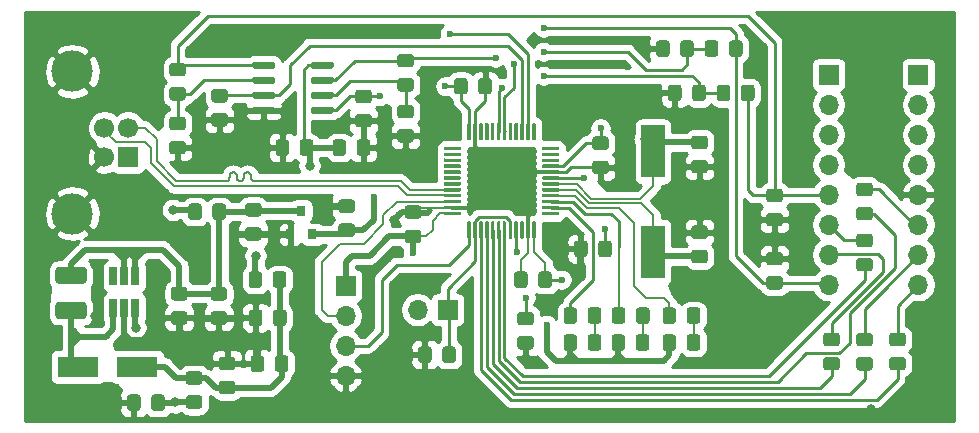
<source format=gbr>
%TF.GenerationSoftware,KiCad,Pcbnew,(5.1.6)-1*%
%TF.CreationDate,2020-09-24T00:41:55+03:00*%
%TF.ProjectId,freepdk,66726565-7064-46b2-9e6b-696361645f70,1.1.0*%
%TF.SameCoordinates,PX3c51298PY447eab0*%
%TF.FileFunction,Copper,L1,Top*%
%TF.FilePolarity,Positive*%
%FSLAX46Y46*%
G04 Gerber Fmt 4.6, Leading zero omitted, Abs format (unit mm)*
G04 Created by KiCad (PCBNEW (5.1.6)-1) date 2020-09-24 00:41:55*
%MOMM*%
%LPD*%
G01*
G04 APERTURE LIST*
%TA.AperFunction,ComponentPad*%
%ADD10C,3.500000*%
%TD*%
%TA.AperFunction,ComponentPad*%
%ADD11C,1.700000*%
%TD*%
%TA.AperFunction,ComponentPad*%
%ADD12R,1.700000X1.700000*%
%TD*%
%TA.AperFunction,SMDPad,CuDef*%
%ADD13R,2.000000X4.500000*%
%TD*%
%TA.AperFunction,SMDPad,CuDef*%
%ADD14R,3.500000X1.800000*%
%TD*%
%TA.AperFunction,ComponentPad*%
%ADD15O,1.700000X1.700000*%
%TD*%
%TA.AperFunction,SMDPad,CuDef*%
%ADD16R,0.650000X1.560000*%
%TD*%
%TA.AperFunction,SMDPad,CuDef*%
%ADD17R,0.800000X0.900000*%
%TD*%
%TA.AperFunction,ViaPad*%
%ADD18C,0.600000*%
%TD*%
%TA.AperFunction,ViaPad*%
%ADD19C,0.800000*%
%TD*%
%TA.AperFunction,Conductor*%
%ADD20C,0.200000*%
%TD*%
%TA.AperFunction,Conductor*%
%ADD21C,0.500000*%
%TD*%
%TA.AperFunction,Conductor*%
%ADD22C,0.300000*%
%TD*%
%TA.AperFunction,Conductor*%
%ADD23C,0.250000*%
%TD*%
%TA.AperFunction,Conductor*%
%ADD24C,0.254000*%
%TD*%
G04 APERTURE END LIST*
D10*
%TO.P,J1,5*%
%TO.N,GND*%
X4688000Y30270000D03*
X4688000Y18230000D03*
D11*
%TO.P,J1,4*%
X7398000Y23000000D03*
%TO.P,J1,3*%
%TO.N,/USB_D+*%
X7398000Y25500000D03*
%TO.P,J1,2*%
%TO.N,/USB_D-*%
X9398000Y25500000D03*
D12*
%TO.P,J1,1*%
%TO.N,Net-(F1-Pad2)*%
X9398000Y23000000D03*
%TD*%
D13*
%TO.P,Y1,2*%
%TO.N,/XTAL_IN*%
X53847000Y14994000D03*
%TO.P,Y1,1*%
%TO.N,/XTAL_OUT*%
X53847000Y23494000D03*
%TD*%
D14*
%TO.P,D1,2*%
%TO.N,Net-(D1-Pad2)*%
X5160000Y5274000D03*
%TO.P,D1,1*%
%TO.N,+15V*%
X10160000Y5274000D03*
%TD*%
%TO.P,F1,2*%
%TO.N,Net-(F1-Pad2)*%
%TA.AperFunction,SMDPad,CuDef*%
G36*
G01*
X15645000Y18850001D02*
X15645000Y17949999D01*
G75*
G02*
X15395001Y17700000I-249999J0D01*
G01*
X14744999Y17700000D01*
G75*
G02*
X14495000Y17949999I0J249999D01*
G01*
X14495000Y18850001D01*
G75*
G02*
X14744999Y19100000I249999J0D01*
G01*
X15395001Y19100000D01*
G75*
G02*
X15645000Y18850001I0J-249999D01*
G01*
G37*
%TD.AperFunction*%
%TO.P,F1,1*%
%TO.N,+5V*%
%TA.AperFunction,SMDPad,CuDef*%
G36*
G01*
X17695000Y18850001D02*
X17695000Y17949999D01*
G75*
G02*
X17445001Y17700000I-249999J0D01*
G01*
X16794999Y17700000D01*
G75*
G02*
X16545000Y17949999I0J249999D01*
G01*
X16545000Y18850001D01*
G75*
G02*
X16794999Y19100000I249999J0D01*
G01*
X17445001Y19100000D01*
G75*
G02*
X17695000Y18850001I0J-249999D01*
G01*
G37*
%TD.AperFunction*%
%TD*%
%TO.P,R1,2*%
%TO.N,GND*%
%TA.AperFunction,SMDPad,CuDef*%
G36*
G01*
X42601999Y7863000D02*
X43502001Y7863000D01*
G75*
G02*
X43752000Y7613001I0J-249999D01*
G01*
X43752000Y6962999D01*
G75*
G02*
X43502001Y6713000I-249999J0D01*
G01*
X42601999Y6713000D01*
G75*
G02*
X42352000Y6962999I0J249999D01*
G01*
X42352000Y7613001D01*
G75*
G02*
X42601999Y7863000I249999J0D01*
G01*
G37*
%TD.AperFunction*%
%TO.P,R1,1*%
%TO.N,Net-(R1-Pad1)*%
%TA.AperFunction,SMDPad,CuDef*%
G36*
G01*
X42601999Y9913000D02*
X43502001Y9913000D01*
G75*
G02*
X43752000Y9663001I0J-249999D01*
G01*
X43752000Y9012999D01*
G75*
G02*
X43502001Y8763000I-249999J0D01*
G01*
X42601999Y8763000D01*
G75*
G02*
X42352000Y9012999I0J249999D01*
G01*
X42352000Y9663001D01*
G75*
G02*
X42601999Y9913000I249999J0D01*
G01*
G37*
%TD.AperFunction*%
%TD*%
D15*
%TO.P,J4,8*%
%TO.N,Net-(J4-Pad8)*%
X76316000Y12220000D03*
%TO.P,J4,7*%
%TO.N,Net-(J4-Pad7)*%
X76316000Y14760000D03*
%TO.P,J4,6*%
%TO.N,Net-(J4-Pad6)*%
X76316000Y17300000D03*
%TO.P,J4,5*%
%TO.N,GND*%
X76316000Y19840000D03*
%TO.P,J4,4*%
%TO.N,Net-(J4-Pad4)*%
X76316000Y22380000D03*
%TO.P,J4,3*%
%TO.N,Net-(J4-Pad3)*%
X76316000Y24920000D03*
%TO.P,J4,2*%
%TO.N,Net-(J4-Pad2)*%
X76316000Y27460000D03*
D12*
%TO.P,J4,1*%
%TO.N,Net-(J4-Pad1)*%
X76316000Y30000000D03*
%TD*%
D15*
%TO.P,J3,8*%
%TO.N,/PROG_VPP_PA5*%
X68706000Y12220000D03*
%TO.P,J3,7*%
%TO.N,Net-(J3-Pad7)*%
X68706000Y14760000D03*
%TO.P,J3,6*%
%TO.N,Net-(J3-Pad6)*%
X68706000Y17300000D03*
%TO.P,J3,5*%
%TO.N,/PROG_VDD*%
X68706000Y19840000D03*
%TO.P,J3,4*%
%TO.N,Net-(J3-Pad4)*%
X68706000Y22380000D03*
%TO.P,J3,3*%
%TO.N,Net-(J3-Pad3)*%
X68706000Y24920000D03*
%TO.P,J3,2*%
%TO.N,Net-(J3-Pad2)*%
X68706000Y27460000D03*
D12*
%TO.P,J3,1*%
%TO.N,Net-(J3-Pad1)*%
X68706000Y30000000D03*
%TD*%
%TO.P,U4,8*%
%TO.N,Net-(C14-Pad1)*%
%TA.AperFunction,SMDPad,CuDef*%
G36*
G01*
X24867000Y30651000D02*
X24867000Y30951000D01*
G75*
G02*
X25017000Y31101000I150000J0D01*
G01*
X26667000Y31101000D01*
G75*
G02*
X26817000Y30951000I0J-150000D01*
G01*
X26817000Y30651000D01*
G75*
G02*
X26667000Y30501000I-150000J0D01*
G01*
X25017000Y30501000D01*
G75*
G02*
X24867000Y30651000I0J150000D01*
G01*
G37*
%TD.AperFunction*%
%TO.P,U4,7*%
%TO.N,/PROG_VPP_PA5*%
%TA.AperFunction,SMDPad,CuDef*%
G36*
G01*
X24867000Y29381000D02*
X24867000Y29681000D01*
G75*
G02*
X25017000Y29831000I150000J0D01*
G01*
X26667000Y29831000D01*
G75*
G02*
X26817000Y29681000I0J-150000D01*
G01*
X26817000Y29381000D01*
G75*
G02*
X26667000Y29231000I-150000J0D01*
G01*
X25017000Y29231000D01*
G75*
G02*
X24867000Y29381000I0J150000D01*
G01*
G37*
%TD.AperFunction*%
%TO.P,U4,6*%
%TO.N,Net-(R14-Pad1)*%
%TA.AperFunction,SMDPad,CuDef*%
G36*
G01*
X24867000Y28111000D02*
X24867000Y28411000D01*
G75*
G02*
X25017000Y28561000I150000J0D01*
G01*
X26667000Y28561000D01*
G75*
G02*
X26817000Y28411000I0J-150000D01*
G01*
X26817000Y28111000D01*
G75*
G02*
X26667000Y27961000I-150000J0D01*
G01*
X25017000Y27961000D01*
G75*
G02*
X24867000Y28111000I0J150000D01*
G01*
G37*
%TD.AperFunction*%
%TO.P,U4,5*%
%TO.N,/DAC_VPP*%
%TA.AperFunction,SMDPad,CuDef*%
G36*
G01*
X24867000Y26841000D02*
X24867000Y27141000D01*
G75*
G02*
X25017000Y27291000I150000J0D01*
G01*
X26667000Y27291000D01*
G75*
G02*
X26817000Y27141000I0J-150000D01*
G01*
X26817000Y26841000D01*
G75*
G02*
X26667000Y26691000I-150000J0D01*
G01*
X25017000Y26691000D01*
G75*
G02*
X24867000Y26841000I0J150000D01*
G01*
G37*
%TD.AperFunction*%
%TO.P,U4,4*%
%TO.N,GND*%
%TA.AperFunction,SMDPad,CuDef*%
G36*
G01*
X19917000Y26841000D02*
X19917000Y27141000D01*
G75*
G02*
X20067000Y27291000I150000J0D01*
G01*
X21717000Y27291000D01*
G75*
G02*
X21867000Y27141000I0J-150000D01*
G01*
X21867000Y26841000D01*
G75*
G02*
X21717000Y26691000I-150000J0D01*
G01*
X20067000Y26691000D01*
G75*
G02*
X19917000Y26841000I0J150000D01*
G01*
G37*
%TD.AperFunction*%
%TO.P,U4,3*%
%TO.N,/DAC_VDD*%
%TA.AperFunction,SMDPad,CuDef*%
G36*
G01*
X19917000Y28111000D02*
X19917000Y28411000D01*
G75*
G02*
X20067000Y28561000I150000J0D01*
G01*
X21717000Y28561000D01*
G75*
G02*
X21867000Y28411000I0J-150000D01*
G01*
X21867000Y28111000D01*
G75*
G02*
X21717000Y27961000I-150000J0D01*
G01*
X20067000Y27961000D01*
G75*
G02*
X19917000Y28111000I0J150000D01*
G01*
G37*
%TD.AperFunction*%
%TO.P,U4,2*%
%TO.N,Net-(R11-Pad1)*%
%TA.AperFunction,SMDPad,CuDef*%
G36*
G01*
X19917000Y29381000D02*
X19917000Y29681000D01*
G75*
G02*
X20067000Y29831000I150000J0D01*
G01*
X21717000Y29831000D01*
G75*
G02*
X21867000Y29681000I0J-150000D01*
G01*
X21867000Y29381000D01*
G75*
G02*
X21717000Y29231000I-150000J0D01*
G01*
X20067000Y29231000D01*
G75*
G02*
X19917000Y29381000I0J150000D01*
G01*
G37*
%TD.AperFunction*%
%TO.P,U4,1*%
%TO.N,/PROG_VDD*%
%TA.AperFunction,SMDPad,CuDef*%
G36*
G01*
X19917000Y30651000D02*
X19917000Y30951000D01*
G75*
G02*
X20067000Y31101000I150000J0D01*
G01*
X21717000Y31101000D01*
G75*
G02*
X21867000Y30951000I0J-150000D01*
G01*
X21867000Y30651000D01*
G75*
G02*
X21717000Y30501000I-150000J0D01*
G01*
X20067000Y30501000D01*
G75*
G02*
X19917000Y30651000I0J150000D01*
G01*
G37*
%TD.AperFunction*%
%TD*%
%TO.P,C2,2*%
%TO.N,GND*%
%TA.AperFunction,SMDPad,CuDef*%
G36*
G01*
X28360501Y18297000D02*
X27460499Y18297000D01*
G75*
G02*
X27210500Y18546999I0J249999D01*
G01*
X27210500Y19197001D01*
G75*
G02*
X27460499Y19447000I249999J0D01*
G01*
X28360501Y19447000D01*
G75*
G02*
X28610500Y19197001I0J-249999D01*
G01*
X28610500Y18546999D01*
G75*
G02*
X28360501Y18297000I-249999J0D01*
G01*
G37*
%TD.AperFunction*%
%TO.P,C2,1*%
%TO.N,+3V3*%
%TA.AperFunction,SMDPad,CuDef*%
G36*
G01*
X28360501Y16247000D02*
X27460499Y16247000D01*
G75*
G02*
X27210500Y16496999I0J249999D01*
G01*
X27210500Y17147001D01*
G75*
G02*
X27460499Y17397000I249999J0D01*
G01*
X28360501Y17397000D01*
G75*
G02*
X28610500Y17147001I0J-249999D01*
G01*
X28610500Y16496999D01*
G75*
G02*
X28360501Y16247000I-249999J0D01*
G01*
G37*
%TD.AperFunction*%
%TD*%
%TO.P,R3,2*%
%TO.N,Net-(R3-Pad2)*%
%TA.AperFunction,SMDPad,CuDef*%
G36*
G01*
X14535999Y2843000D02*
X15436001Y2843000D01*
G75*
G02*
X15686000Y2593001I0J-249999D01*
G01*
X15686000Y1942999D01*
G75*
G02*
X15436001Y1693000I-249999J0D01*
G01*
X14535999Y1693000D01*
G75*
G02*
X14286000Y1942999I0J249999D01*
G01*
X14286000Y2593001D01*
G75*
G02*
X14535999Y2843000I249999J0D01*
G01*
G37*
%TD.AperFunction*%
%TO.P,R3,1*%
%TO.N,+15V*%
%TA.AperFunction,SMDPad,CuDef*%
G36*
G01*
X14535999Y4893000D02*
X15436001Y4893000D01*
G75*
G02*
X15686000Y4643001I0J-249999D01*
G01*
X15686000Y3992999D01*
G75*
G02*
X15436001Y3743000I-249999J0D01*
G01*
X14535999Y3743000D01*
G75*
G02*
X14286000Y3992999I0J249999D01*
G01*
X14286000Y4643001D01*
G75*
G02*
X14535999Y4893000I249999J0D01*
G01*
G37*
%TD.AperFunction*%
%TD*%
D16*
%TO.P,U3,5*%
%TO.N,+5V*%
X9079500Y12910500D03*
%TO.P,U3,6*%
%TO.N,Net-(U3-Pad6)*%
X8129500Y12910500D03*
%TO.P,U3,4*%
%TO.N,+5V*%
X10029500Y12910500D03*
%TO.P,U3,3*%
%TO.N,Net-(R3-Pad2)*%
X10029500Y10210500D03*
%TO.P,U3,2*%
%TO.N,GND*%
X9079500Y10210500D03*
%TO.P,U3,1*%
%TO.N,Net-(D1-Pad2)*%
X8129500Y10210500D03*
%TD*%
D17*
%TO.P,U2,3*%
%TO.N,+5V*%
X24065500Y18466000D03*
%TO.P,U2,2*%
%TO.N,+3V3*%
X25015500Y16466000D03*
%TO.P,U2,1*%
%TO.N,GND*%
X23115500Y16466000D03*
%TD*%
%TO.P,U1,48*%
%TO.N,+3V3*%
%TA.AperFunction,SMDPad,CuDef*%
G36*
G01*
X43920000Y17500000D02*
X43920000Y16175000D01*
G75*
G02*
X43845000Y16100000I-75000J0D01*
G01*
X43695000Y16100000D01*
G75*
G02*
X43620000Y16175000I0J75000D01*
G01*
X43620000Y17500000D01*
G75*
G02*
X43695000Y17575000I75000J0D01*
G01*
X43845000Y17575000D01*
G75*
G02*
X43920000Y17500000I0J-75000D01*
G01*
G37*
%TD.AperFunction*%
%TO.P,U1,47*%
%TO.N,GND*%
%TA.AperFunction,SMDPad,CuDef*%
G36*
G01*
X43420000Y17500000D02*
X43420000Y16175000D01*
G75*
G02*
X43345000Y16100000I-75000J0D01*
G01*
X43195000Y16100000D01*
G75*
G02*
X43120000Y16175000I0J75000D01*
G01*
X43120000Y17500000D01*
G75*
G02*
X43195000Y17575000I75000J0D01*
G01*
X43345000Y17575000D01*
G75*
G02*
X43420000Y17500000I0J-75000D01*
G01*
G37*
%TD.AperFunction*%
%TO.P,U1,46*%
%TO.N,Net-(U1-Pad46)*%
%TA.AperFunction,SMDPad,CuDef*%
G36*
G01*
X42920000Y17500000D02*
X42920000Y16175000D01*
G75*
G02*
X42845000Y16100000I-75000J0D01*
G01*
X42695000Y16100000D01*
G75*
G02*
X42620000Y16175000I0J75000D01*
G01*
X42620000Y17500000D01*
G75*
G02*
X42695000Y17575000I75000J0D01*
G01*
X42845000Y17575000D01*
G75*
G02*
X42920000Y17500000I0J-75000D01*
G01*
G37*
%TD.AperFunction*%
%TO.P,U1,45*%
%TO.N,Net-(R1-Pad1)*%
%TA.AperFunction,SMDPad,CuDef*%
G36*
G01*
X42420000Y17500000D02*
X42420000Y16175000D01*
G75*
G02*
X42345000Y16100000I-75000J0D01*
G01*
X42195000Y16100000D01*
G75*
G02*
X42120000Y16175000I0J75000D01*
G01*
X42120000Y17500000D01*
G75*
G02*
X42195000Y17575000I75000J0D01*
G01*
X42345000Y17575000D01*
G75*
G02*
X42420000Y17500000I0J-75000D01*
G01*
G37*
%TD.AperFunction*%
%TO.P,U1,44*%
%TO.N,/BOOT_SW*%
%TA.AperFunction,SMDPad,CuDef*%
G36*
G01*
X41920000Y17500000D02*
X41920000Y16175000D01*
G75*
G02*
X41845000Y16100000I-75000J0D01*
G01*
X41695000Y16100000D01*
G75*
G02*
X41620000Y16175000I0J75000D01*
G01*
X41620000Y17500000D01*
G75*
G02*
X41695000Y17575000I75000J0D01*
G01*
X41845000Y17575000D01*
G75*
G02*
X41920000Y17500000I0J-75000D01*
G01*
G37*
%TD.AperFunction*%
%TO.P,U1,43*%
%TO.N,/PROG_PA7*%
%TA.AperFunction,SMDPad,CuDef*%
G36*
G01*
X41420000Y17500000D02*
X41420000Y16175000D01*
G75*
G02*
X41345000Y16100000I-75000J0D01*
G01*
X41195000Y16100000D01*
G75*
G02*
X41120000Y16175000I0J75000D01*
G01*
X41120000Y17500000D01*
G75*
G02*
X41195000Y17575000I75000J0D01*
G01*
X41345000Y17575000D01*
G75*
G02*
X41420000Y17500000I0J-75000D01*
G01*
G37*
%TD.AperFunction*%
%TO.P,U1,42*%
%TO.N,/PROG_PA0*%
%TA.AperFunction,SMDPad,CuDef*%
G36*
G01*
X40920000Y17500000D02*
X40920000Y16175000D01*
G75*
G02*
X40845000Y16100000I-75000J0D01*
G01*
X40695000Y16100000D01*
G75*
G02*
X40620000Y16175000I0J75000D01*
G01*
X40620000Y17500000D01*
G75*
G02*
X40695000Y17575000I75000J0D01*
G01*
X40845000Y17575000D01*
G75*
G02*
X40920000Y17500000I0J-75000D01*
G01*
G37*
%TD.AperFunction*%
%TO.P,U1,41*%
%TO.N,/PROG_ICPDA_PA6*%
%TA.AperFunction,SMDPad,CuDef*%
G36*
G01*
X40420000Y17500000D02*
X40420000Y16175000D01*
G75*
G02*
X40345000Y16100000I-75000J0D01*
G01*
X40195000Y16100000D01*
G75*
G02*
X40120000Y16175000I0J75000D01*
G01*
X40120000Y17500000D01*
G75*
G02*
X40195000Y17575000I75000J0D01*
G01*
X40345000Y17575000D01*
G75*
G02*
X40420000Y17500000I0J-75000D01*
G01*
G37*
%TD.AperFunction*%
%TO.P,U1,40*%
%TO.N,/PROG_PA4*%
%TA.AperFunction,SMDPad,CuDef*%
G36*
G01*
X39920000Y17500000D02*
X39920000Y16175000D01*
G75*
G02*
X39845000Y16100000I-75000J0D01*
G01*
X39695000Y16100000D01*
G75*
G02*
X39620000Y16175000I0J75000D01*
G01*
X39620000Y17500000D01*
G75*
G02*
X39695000Y17575000I75000J0D01*
G01*
X39845000Y17575000D01*
G75*
G02*
X39920000Y17500000I0J-75000D01*
G01*
G37*
%TD.AperFunction*%
%TO.P,U1,39*%
%TO.N,/PROG_IPCK_PA3*%
%TA.AperFunction,SMDPad,CuDef*%
G36*
G01*
X39420000Y17500000D02*
X39420000Y16175000D01*
G75*
G02*
X39345000Y16100000I-75000J0D01*
G01*
X39195000Y16100000D01*
G75*
G02*
X39120000Y16175000I0J75000D01*
G01*
X39120000Y17500000D01*
G75*
G02*
X39195000Y17575000I75000J0D01*
G01*
X39345000Y17575000D01*
G75*
G02*
X39420000Y17500000I0J-75000D01*
G01*
G37*
%TD.AperFunction*%
%TO.P,U1,38*%
%TO.N,/BOOT_SW*%
%TA.AperFunction,SMDPad,CuDef*%
G36*
G01*
X38920000Y17500000D02*
X38920000Y16175000D01*
G75*
G02*
X38845000Y16100000I-75000J0D01*
G01*
X38695000Y16100000D01*
G75*
G02*
X38620000Y16175000I0J75000D01*
G01*
X38620000Y17500000D01*
G75*
G02*
X38695000Y17575000I75000J0D01*
G01*
X38845000Y17575000D01*
G75*
G02*
X38920000Y17500000I0J-75000D01*
G01*
G37*
%TD.AperFunction*%
%TO.P,U1,37*%
%TO.N,/SWD_CLK*%
%TA.AperFunction,SMDPad,CuDef*%
G36*
G01*
X38420000Y17500000D02*
X38420000Y16175000D01*
G75*
G02*
X38345000Y16100000I-75000J0D01*
G01*
X38195000Y16100000D01*
G75*
G02*
X38120000Y16175000I0J75000D01*
G01*
X38120000Y17500000D01*
G75*
G02*
X38195000Y17575000I75000J0D01*
G01*
X38345000Y17575000D01*
G75*
G02*
X38420000Y17500000I0J-75000D01*
G01*
G37*
%TD.AperFunction*%
%TO.P,U1,36*%
%TO.N,+3V3*%
%TA.AperFunction,SMDPad,CuDef*%
G36*
G01*
X37595000Y18325000D02*
X37595000Y18175000D01*
G75*
G02*
X37520000Y18100000I-75000J0D01*
G01*
X36195000Y18100000D01*
G75*
G02*
X36120000Y18175000I0J75000D01*
G01*
X36120000Y18325000D01*
G75*
G02*
X36195000Y18400000I75000J0D01*
G01*
X37520000Y18400000D01*
G75*
G02*
X37595000Y18325000I0J-75000D01*
G01*
G37*
%TD.AperFunction*%
%TO.P,U1,35*%
%TO.N,GND*%
%TA.AperFunction,SMDPad,CuDef*%
G36*
G01*
X37595000Y18825000D02*
X37595000Y18675000D01*
G75*
G02*
X37520000Y18600000I-75000J0D01*
G01*
X36195000Y18600000D01*
G75*
G02*
X36120000Y18675000I0J75000D01*
G01*
X36120000Y18825000D01*
G75*
G02*
X36195000Y18900000I75000J0D01*
G01*
X37520000Y18900000D01*
G75*
G02*
X37595000Y18825000I0J-75000D01*
G01*
G37*
%TD.AperFunction*%
%TO.P,U1,34*%
%TO.N,/SWD_IO*%
%TA.AperFunction,SMDPad,CuDef*%
G36*
G01*
X37595000Y19325000D02*
X37595000Y19175000D01*
G75*
G02*
X37520000Y19100000I-75000J0D01*
G01*
X36195000Y19100000D01*
G75*
G02*
X36120000Y19175000I0J75000D01*
G01*
X36120000Y19325000D01*
G75*
G02*
X36195000Y19400000I75000J0D01*
G01*
X37520000Y19400000D01*
G75*
G02*
X37595000Y19325000I0J-75000D01*
G01*
G37*
%TD.AperFunction*%
%TO.P,U1,33*%
%TO.N,/USB_D+*%
%TA.AperFunction,SMDPad,CuDef*%
G36*
G01*
X37595000Y19825000D02*
X37595000Y19675000D01*
G75*
G02*
X37520000Y19600000I-75000J0D01*
G01*
X36195000Y19600000D01*
G75*
G02*
X36120000Y19675000I0J75000D01*
G01*
X36120000Y19825000D01*
G75*
G02*
X36195000Y19900000I75000J0D01*
G01*
X37520000Y19900000D01*
G75*
G02*
X37595000Y19825000I0J-75000D01*
G01*
G37*
%TD.AperFunction*%
%TO.P,U1,32*%
%TO.N,/USB_D-*%
%TA.AperFunction,SMDPad,CuDef*%
G36*
G01*
X37595000Y20325000D02*
X37595000Y20175000D01*
G75*
G02*
X37520000Y20100000I-75000J0D01*
G01*
X36195000Y20100000D01*
G75*
G02*
X36120000Y20175000I0J75000D01*
G01*
X36120000Y20325000D01*
G75*
G02*
X36195000Y20400000I75000J0D01*
G01*
X37520000Y20400000D01*
G75*
G02*
X37595000Y20325000I0J-75000D01*
G01*
G37*
%TD.AperFunction*%
%TO.P,U1,31*%
%TO.N,Net-(U1-Pad31)*%
%TA.AperFunction,SMDPad,CuDef*%
G36*
G01*
X37595000Y20825000D02*
X37595000Y20675000D01*
G75*
G02*
X37520000Y20600000I-75000J0D01*
G01*
X36195000Y20600000D01*
G75*
G02*
X36120000Y20675000I0J75000D01*
G01*
X36120000Y20825000D01*
G75*
G02*
X36195000Y20900000I75000J0D01*
G01*
X37520000Y20900000D01*
G75*
G02*
X37595000Y20825000I0J-75000D01*
G01*
G37*
%TD.AperFunction*%
%TO.P,U1,30*%
%TO.N,Net-(U1-Pad30)*%
%TA.AperFunction,SMDPad,CuDef*%
G36*
G01*
X37595000Y21325000D02*
X37595000Y21175000D01*
G75*
G02*
X37520000Y21100000I-75000J0D01*
G01*
X36195000Y21100000D01*
G75*
G02*
X36120000Y21175000I0J75000D01*
G01*
X36120000Y21325000D01*
G75*
G02*
X36195000Y21400000I75000J0D01*
G01*
X37520000Y21400000D01*
G75*
G02*
X37595000Y21325000I0J-75000D01*
G01*
G37*
%TD.AperFunction*%
%TO.P,U1,29*%
%TO.N,Net-(U1-Pad29)*%
%TA.AperFunction,SMDPad,CuDef*%
G36*
G01*
X37595000Y21825000D02*
X37595000Y21675000D01*
G75*
G02*
X37520000Y21600000I-75000J0D01*
G01*
X36195000Y21600000D01*
G75*
G02*
X36120000Y21675000I0J75000D01*
G01*
X36120000Y21825000D01*
G75*
G02*
X36195000Y21900000I75000J0D01*
G01*
X37520000Y21900000D01*
G75*
G02*
X37595000Y21825000I0J-75000D01*
G01*
G37*
%TD.AperFunction*%
%TO.P,U1,28*%
%TO.N,Net-(U1-Pad28)*%
%TA.AperFunction,SMDPad,CuDef*%
G36*
G01*
X37595000Y22325000D02*
X37595000Y22175000D01*
G75*
G02*
X37520000Y22100000I-75000J0D01*
G01*
X36195000Y22100000D01*
G75*
G02*
X36120000Y22175000I0J75000D01*
G01*
X36120000Y22325000D01*
G75*
G02*
X36195000Y22400000I75000J0D01*
G01*
X37520000Y22400000D01*
G75*
G02*
X37595000Y22325000I0J-75000D01*
G01*
G37*
%TD.AperFunction*%
%TO.P,U1,27*%
%TO.N,Net-(U1-Pad27)*%
%TA.AperFunction,SMDPad,CuDef*%
G36*
G01*
X37595000Y22825000D02*
X37595000Y22675000D01*
G75*
G02*
X37520000Y22600000I-75000J0D01*
G01*
X36195000Y22600000D01*
G75*
G02*
X36120000Y22675000I0J75000D01*
G01*
X36120000Y22825000D01*
G75*
G02*
X36195000Y22900000I75000J0D01*
G01*
X37520000Y22900000D01*
G75*
G02*
X37595000Y22825000I0J-75000D01*
G01*
G37*
%TD.AperFunction*%
%TO.P,U1,26*%
%TO.N,Net-(U1-Pad26)*%
%TA.AperFunction,SMDPad,CuDef*%
G36*
G01*
X37595000Y23325000D02*
X37595000Y23175000D01*
G75*
G02*
X37520000Y23100000I-75000J0D01*
G01*
X36195000Y23100000D01*
G75*
G02*
X36120000Y23175000I0J75000D01*
G01*
X36120000Y23325000D01*
G75*
G02*
X36195000Y23400000I75000J0D01*
G01*
X37520000Y23400000D01*
G75*
G02*
X37595000Y23325000I0J-75000D01*
G01*
G37*
%TD.AperFunction*%
%TO.P,U1,25*%
%TO.N,Net-(U1-Pad25)*%
%TA.AperFunction,SMDPad,CuDef*%
G36*
G01*
X37595000Y23825000D02*
X37595000Y23675000D01*
G75*
G02*
X37520000Y23600000I-75000J0D01*
G01*
X36195000Y23600000D01*
G75*
G02*
X36120000Y23675000I0J75000D01*
G01*
X36120000Y23825000D01*
G75*
G02*
X36195000Y23900000I75000J0D01*
G01*
X37520000Y23900000D01*
G75*
G02*
X37595000Y23825000I0J-75000D01*
G01*
G37*
%TD.AperFunction*%
%TO.P,U1,24*%
%TO.N,+3V3*%
%TA.AperFunction,SMDPad,CuDef*%
G36*
G01*
X38420000Y25825000D02*
X38420000Y24500000D01*
G75*
G02*
X38345000Y24425000I-75000J0D01*
G01*
X38195000Y24425000D01*
G75*
G02*
X38120000Y24500000I0J75000D01*
G01*
X38120000Y25825000D01*
G75*
G02*
X38195000Y25900000I75000J0D01*
G01*
X38345000Y25900000D01*
G75*
G02*
X38420000Y25825000I0J-75000D01*
G01*
G37*
%TD.AperFunction*%
%TO.P,U1,23*%
%TO.N,GND*%
%TA.AperFunction,SMDPad,CuDef*%
G36*
G01*
X38920000Y25825000D02*
X38920000Y24500000D01*
G75*
G02*
X38845000Y24425000I-75000J0D01*
G01*
X38695000Y24425000D01*
G75*
G02*
X38620000Y24500000I0J75000D01*
G01*
X38620000Y25825000D01*
G75*
G02*
X38695000Y25900000I75000J0D01*
G01*
X38845000Y25900000D01*
G75*
G02*
X38920000Y25825000I0J-75000D01*
G01*
G37*
%TD.AperFunction*%
%TO.P,U1,22*%
%TO.N,Net-(U1-Pad22)*%
%TA.AperFunction,SMDPad,CuDef*%
G36*
G01*
X39420000Y25825000D02*
X39420000Y24500000D01*
G75*
G02*
X39345000Y24425000I-75000J0D01*
G01*
X39195000Y24425000D01*
G75*
G02*
X39120000Y24500000I0J75000D01*
G01*
X39120000Y25825000D01*
G75*
G02*
X39195000Y25900000I75000J0D01*
G01*
X39345000Y25900000D01*
G75*
G02*
X39420000Y25825000I0J-75000D01*
G01*
G37*
%TD.AperFunction*%
%TO.P,U1,21*%
%TO.N,Net-(U1-Pad21)*%
%TA.AperFunction,SMDPad,CuDef*%
G36*
G01*
X39920000Y25825000D02*
X39920000Y24500000D01*
G75*
G02*
X39845000Y24425000I-75000J0D01*
G01*
X39695000Y24425000D01*
G75*
G02*
X39620000Y24500000I0J75000D01*
G01*
X39620000Y25825000D01*
G75*
G02*
X39695000Y25900000I75000J0D01*
G01*
X39845000Y25900000D01*
G75*
G02*
X39920000Y25825000I0J-75000D01*
G01*
G37*
%TD.AperFunction*%
%TO.P,U1,20*%
%TO.N,Net-(U1-Pad20)*%
%TA.AperFunction,SMDPad,CuDef*%
G36*
G01*
X40420000Y25825000D02*
X40420000Y24500000D01*
G75*
G02*
X40345000Y24425000I-75000J0D01*
G01*
X40195000Y24425000D01*
G75*
G02*
X40120000Y24500000I0J75000D01*
G01*
X40120000Y25825000D01*
G75*
G02*
X40195000Y25900000I75000J0D01*
G01*
X40345000Y25900000D01*
G75*
G02*
X40420000Y25825000I0J-75000D01*
G01*
G37*
%TD.AperFunction*%
%TO.P,U1,19*%
%TO.N,/FEEDBACK_VDD*%
%TA.AperFunction,SMDPad,CuDef*%
G36*
G01*
X40920000Y25825000D02*
X40920000Y24500000D01*
G75*
G02*
X40845000Y24425000I-75000J0D01*
G01*
X40695000Y24425000D01*
G75*
G02*
X40620000Y24500000I0J75000D01*
G01*
X40620000Y25825000D01*
G75*
G02*
X40695000Y25900000I75000J0D01*
G01*
X40845000Y25900000D01*
G75*
G02*
X40920000Y25825000I0J-75000D01*
G01*
G37*
%TD.AperFunction*%
%TO.P,U1,18*%
%TO.N,/FEEDBACK_VPP*%
%TA.AperFunction,SMDPad,CuDef*%
G36*
G01*
X41420000Y25825000D02*
X41420000Y24500000D01*
G75*
G02*
X41345000Y24425000I-75000J0D01*
G01*
X41195000Y24425000D01*
G75*
G02*
X41120000Y24500000I0J75000D01*
G01*
X41120000Y25825000D01*
G75*
G02*
X41195000Y25900000I75000J0D01*
G01*
X41345000Y25900000D01*
G75*
G02*
X41420000Y25825000I0J-75000D01*
G01*
G37*
%TD.AperFunction*%
%TO.P,U1,17*%
%TO.N,Net-(U1-Pad17)*%
%TA.AperFunction,SMDPad,CuDef*%
G36*
G01*
X41920000Y25825000D02*
X41920000Y24500000D01*
G75*
G02*
X41845000Y24425000I-75000J0D01*
G01*
X41695000Y24425000D01*
G75*
G02*
X41620000Y24500000I0J75000D01*
G01*
X41620000Y25825000D01*
G75*
G02*
X41695000Y25900000I75000J0D01*
G01*
X41845000Y25900000D01*
G75*
G02*
X41920000Y25825000I0J-75000D01*
G01*
G37*
%TD.AperFunction*%
%TO.P,U1,16*%
%TO.N,Net-(U1-Pad16)*%
%TA.AperFunction,SMDPad,CuDef*%
G36*
G01*
X42420000Y25825000D02*
X42420000Y24500000D01*
G75*
G02*
X42345000Y24425000I-75000J0D01*
G01*
X42195000Y24425000D01*
G75*
G02*
X42120000Y24500000I0J75000D01*
G01*
X42120000Y25825000D01*
G75*
G02*
X42195000Y25900000I75000J0D01*
G01*
X42345000Y25900000D01*
G75*
G02*
X42420000Y25825000I0J-75000D01*
G01*
G37*
%TD.AperFunction*%
%TO.P,U1,15*%
%TO.N,/DAC_VDD*%
%TA.AperFunction,SMDPad,CuDef*%
G36*
G01*
X42920000Y25825000D02*
X42920000Y24500000D01*
G75*
G02*
X42845000Y24425000I-75000J0D01*
G01*
X42695000Y24425000D01*
G75*
G02*
X42620000Y24500000I0J75000D01*
G01*
X42620000Y25825000D01*
G75*
G02*
X42695000Y25900000I75000J0D01*
G01*
X42845000Y25900000D01*
G75*
G02*
X42920000Y25825000I0J-75000D01*
G01*
G37*
%TD.AperFunction*%
%TO.P,U1,14*%
%TO.N,/DAC_VPP*%
%TA.AperFunction,SMDPad,CuDef*%
G36*
G01*
X43420000Y25825000D02*
X43420000Y24500000D01*
G75*
G02*
X43345000Y24425000I-75000J0D01*
G01*
X43195000Y24425000D01*
G75*
G02*
X43120000Y24500000I0J75000D01*
G01*
X43120000Y25825000D01*
G75*
G02*
X43195000Y25900000I75000J0D01*
G01*
X43345000Y25900000D01*
G75*
G02*
X43420000Y25825000I0J-75000D01*
G01*
G37*
%TD.AperFunction*%
%TO.P,U1,13*%
%TO.N,Net-(U1-Pad13)*%
%TA.AperFunction,SMDPad,CuDef*%
G36*
G01*
X43920000Y25825000D02*
X43920000Y24500000D01*
G75*
G02*
X43845000Y24425000I-75000J0D01*
G01*
X43695000Y24425000D01*
G75*
G02*
X43620000Y24500000I0J75000D01*
G01*
X43620000Y25825000D01*
G75*
G02*
X43695000Y25900000I75000J0D01*
G01*
X43845000Y25900000D01*
G75*
G02*
X43920000Y25825000I0J-75000D01*
G01*
G37*
%TD.AperFunction*%
%TO.P,U1,12*%
%TO.N,Net-(U1-Pad12)*%
%TA.AperFunction,SMDPad,CuDef*%
G36*
G01*
X45920000Y23825000D02*
X45920000Y23675000D01*
G75*
G02*
X45845000Y23600000I-75000J0D01*
G01*
X44520000Y23600000D01*
G75*
G02*
X44445000Y23675000I0J75000D01*
G01*
X44445000Y23825000D01*
G75*
G02*
X44520000Y23900000I75000J0D01*
G01*
X45845000Y23900000D01*
G75*
G02*
X45920000Y23825000I0J-75000D01*
G01*
G37*
%TD.AperFunction*%
%TO.P,U1,11*%
%TO.N,Net-(U1-Pad11)*%
%TA.AperFunction,SMDPad,CuDef*%
G36*
G01*
X45920000Y23325000D02*
X45920000Y23175000D01*
G75*
G02*
X45845000Y23100000I-75000J0D01*
G01*
X44520000Y23100000D01*
G75*
G02*
X44445000Y23175000I0J75000D01*
G01*
X44445000Y23325000D01*
G75*
G02*
X44520000Y23400000I75000J0D01*
G01*
X45845000Y23400000D01*
G75*
G02*
X45920000Y23325000I0J-75000D01*
G01*
G37*
%TD.AperFunction*%
%TO.P,U1,10*%
%TO.N,Net-(U1-Pad10)*%
%TA.AperFunction,SMDPad,CuDef*%
G36*
G01*
X45920000Y22825000D02*
X45920000Y22675000D01*
G75*
G02*
X45845000Y22600000I-75000J0D01*
G01*
X44520000Y22600000D01*
G75*
G02*
X44445000Y22675000I0J75000D01*
G01*
X44445000Y22825000D01*
G75*
G02*
X44520000Y22900000I75000J0D01*
G01*
X45845000Y22900000D01*
G75*
G02*
X45920000Y22825000I0J-75000D01*
G01*
G37*
%TD.AperFunction*%
%TO.P,U1,9*%
%TO.N,+3V3*%
%TA.AperFunction,SMDPad,CuDef*%
G36*
G01*
X45920000Y22325000D02*
X45920000Y22175000D01*
G75*
G02*
X45845000Y22100000I-75000J0D01*
G01*
X44520000Y22100000D01*
G75*
G02*
X44445000Y22175000I0J75000D01*
G01*
X44445000Y22325000D01*
G75*
G02*
X44520000Y22400000I75000J0D01*
G01*
X45845000Y22400000D01*
G75*
G02*
X45920000Y22325000I0J-75000D01*
G01*
G37*
%TD.AperFunction*%
%TO.P,U1,8*%
%TO.N,GND*%
%TA.AperFunction,SMDPad,CuDef*%
G36*
G01*
X45920000Y21825000D02*
X45920000Y21675000D01*
G75*
G02*
X45845000Y21600000I-75000J0D01*
G01*
X44520000Y21600000D01*
G75*
G02*
X44445000Y21675000I0J75000D01*
G01*
X44445000Y21825000D01*
G75*
G02*
X44520000Y21900000I75000J0D01*
G01*
X45845000Y21900000D01*
G75*
G02*
X45920000Y21825000I0J-75000D01*
G01*
G37*
%TD.AperFunction*%
%TO.P,U1,7*%
%TO.N,/NRST*%
%TA.AperFunction,SMDPad,CuDef*%
G36*
G01*
X45920000Y21325000D02*
X45920000Y21175000D01*
G75*
G02*
X45845000Y21100000I-75000J0D01*
G01*
X44520000Y21100000D01*
G75*
G02*
X44445000Y21175000I0J75000D01*
G01*
X44445000Y21325000D01*
G75*
G02*
X44520000Y21400000I75000J0D01*
G01*
X45845000Y21400000D01*
G75*
G02*
X45920000Y21325000I0J-75000D01*
G01*
G37*
%TD.AperFunction*%
%TO.P,U1,6*%
%TO.N,/XTAL_OUT*%
%TA.AperFunction,SMDPad,CuDef*%
G36*
G01*
X45920000Y20825000D02*
X45920000Y20675000D01*
G75*
G02*
X45845000Y20600000I-75000J0D01*
G01*
X44520000Y20600000D01*
G75*
G02*
X44445000Y20675000I0J75000D01*
G01*
X44445000Y20825000D01*
G75*
G02*
X44520000Y20900000I75000J0D01*
G01*
X45845000Y20900000D01*
G75*
G02*
X45920000Y20825000I0J-75000D01*
G01*
G37*
%TD.AperFunction*%
%TO.P,U1,5*%
%TO.N,/XTAL_IN*%
%TA.AperFunction,SMDPad,CuDef*%
G36*
G01*
X45920000Y20325000D02*
X45920000Y20175000D01*
G75*
G02*
X45845000Y20100000I-75000J0D01*
G01*
X44520000Y20100000D01*
G75*
G02*
X44445000Y20175000I0J75000D01*
G01*
X44445000Y20325000D01*
G75*
G02*
X44520000Y20400000I75000J0D01*
G01*
X45845000Y20400000D01*
G75*
G02*
X45920000Y20325000I0J-75000D01*
G01*
G37*
%TD.AperFunction*%
%TO.P,U1,4*%
%TO.N,/LED3*%
%TA.AperFunction,SMDPad,CuDef*%
G36*
G01*
X45920000Y19825000D02*
X45920000Y19675000D01*
G75*
G02*
X45845000Y19600000I-75000J0D01*
G01*
X44520000Y19600000D01*
G75*
G02*
X44445000Y19675000I0J75000D01*
G01*
X44445000Y19825000D01*
G75*
G02*
X44520000Y19900000I75000J0D01*
G01*
X45845000Y19900000D01*
G75*
G02*
X45920000Y19825000I0J-75000D01*
G01*
G37*
%TD.AperFunction*%
%TO.P,U1,3*%
%TO.N,/LED2*%
%TA.AperFunction,SMDPad,CuDef*%
G36*
G01*
X45920000Y19325000D02*
X45920000Y19175000D01*
G75*
G02*
X45845000Y19100000I-75000J0D01*
G01*
X44520000Y19100000D01*
G75*
G02*
X44445000Y19175000I0J75000D01*
G01*
X44445000Y19325000D01*
G75*
G02*
X44520000Y19400000I75000J0D01*
G01*
X45845000Y19400000D01*
G75*
G02*
X45920000Y19325000I0J-75000D01*
G01*
G37*
%TD.AperFunction*%
%TO.P,U1,2*%
%TO.N,/LED1*%
%TA.AperFunction,SMDPad,CuDef*%
G36*
G01*
X45920000Y18825000D02*
X45920000Y18675000D01*
G75*
G02*
X45845000Y18600000I-75000J0D01*
G01*
X44520000Y18600000D01*
G75*
G02*
X44445000Y18675000I0J75000D01*
G01*
X44445000Y18825000D01*
G75*
G02*
X44520000Y18900000I75000J0D01*
G01*
X45845000Y18900000D01*
G75*
G02*
X45920000Y18825000I0J-75000D01*
G01*
G37*
%TD.AperFunction*%
%TO.P,U1,1*%
%TO.N,Net-(U1-Pad1)*%
%TA.AperFunction,SMDPad,CuDef*%
G36*
G01*
X45920000Y18325000D02*
X45920000Y18175000D01*
G75*
G02*
X45845000Y18100000I-75000J0D01*
G01*
X44520000Y18100000D01*
G75*
G02*
X44445000Y18175000I0J75000D01*
G01*
X44445000Y18325000D01*
G75*
G02*
X44520000Y18400000I75000J0D01*
G01*
X45845000Y18400000D01*
G75*
G02*
X45920000Y18325000I0J-75000D01*
G01*
G37*
%TD.AperFunction*%
%TD*%
%TO.P,R24,2*%
%TO.N,Net-(J4-Pad8)*%
%TA.AperFunction,SMDPad,CuDef*%
G36*
G01*
X74998001Y7003000D02*
X74097999Y7003000D01*
G75*
G02*
X73848000Y7252999I0J249999D01*
G01*
X73848000Y7903001D01*
G75*
G02*
X74097999Y8153000I249999J0D01*
G01*
X74998001Y8153000D01*
G75*
G02*
X75248000Y7903001I0J-249999D01*
G01*
X75248000Y7252999D01*
G75*
G02*
X74998001Y7003000I-249999J0D01*
G01*
G37*
%TD.AperFunction*%
%TO.P,R24,1*%
%TO.N,/PROG_IPCK_PA3*%
%TA.AperFunction,SMDPad,CuDef*%
G36*
G01*
X74998001Y4953000D02*
X74097999Y4953000D01*
G75*
G02*
X73848000Y5202999I0J249999D01*
G01*
X73848000Y5853001D01*
G75*
G02*
X74097999Y6103000I249999J0D01*
G01*
X74998001Y6103000D01*
G75*
G02*
X75248000Y5853001I0J-249999D01*
G01*
X75248000Y5202999D01*
G75*
G02*
X74998001Y4953000I-249999J0D01*
G01*
G37*
%TD.AperFunction*%
%TD*%
%TO.P,R23,2*%
%TO.N,Net-(J4-Pad7)*%
%TA.AperFunction,SMDPad,CuDef*%
G36*
G01*
X72204001Y6985000D02*
X71303999Y6985000D01*
G75*
G02*
X71054000Y7234999I0J249999D01*
G01*
X71054000Y7885001D01*
G75*
G02*
X71303999Y8135000I249999J0D01*
G01*
X72204001Y8135000D01*
G75*
G02*
X72454000Y7885001I0J-249999D01*
G01*
X72454000Y7234999D01*
G75*
G02*
X72204001Y6985000I-249999J0D01*
G01*
G37*
%TD.AperFunction*%
%TO.P,R23,1*%
%TO.N,/PROG_PA4*%
%TA.AperFunction,SMDPad,CuDef*%
G36*
G01*
X72204001Y4935000D02*
X71303999Y4935000D01*
G75*
G02*
X71054000Y5184999I0J249999D01*
G01*
X71054000Y5835001D01*
G75*
G02*
X71303999Y6085000I249999J0D01*
G01*
X72204001Y6085000D01*
G75*
G02*
X72454000Y5835001I0J-249999D01*
G01*
X72454000Y5184999D01*
G75*
G02*
X72204001Y4935000I-249999J0D01*
G01*
G37*
%TD.AperFunction*%
%TD*%
%TO.P,R22,2*%
%TO.N,Net-(J4-Pad6)*%
%TA.AperFunction,SMDPad,CuDef*%
G36*
G01*
X72204001Y19703000D02*
X71303999Y19703000D01*
G75*
G02*
X71054000Y19952999I0J249999D01*
G01*
X71054000Y20603001D01*
G75*
G02*
X71303999Y20853000I249999J0D01*
G01*
X72204001Y20853000D01*
G75*
G02*
X72454000Y20603001I0J-249999D01*
G01*
X72454000Y19952999D01*
G75*
G02*
X72204001Y19703000I-249999J0D01*
G01*
G37*
%TD.AperFunction*%
%TO.P,R22,1*%
%TO.N,/PROG_PA0*%
%TA.AperFunction,SMDPad,CuDef*%
G36*
G01*
X72204001Y17653000D02*
X71303999Y17653000D01*
G75*
G02*
X71054000Y17902999I0J249999D01*
G01*
X71054000Y18553001D01*
G75*
G02*
X71303999Y18803000I249999J0D01*
G01*
X72204001Y18803000D01*
G75*
G02*
X72454000Y18553001I0J-249999D01*
G01*
X72454000Y17902999D01*
G75*
G02*
X72204001Y17653000I-249999J0D01*
G01*
G37*
%TD.AperFunction*%
%TD*%
%TO.P,R21,2*%
%TO.N,Net-(J3-Pad7)*%
%TA.AperFunction,SMDPad,CuDef*%
G36*
G01*
X69410001Y7003000D02*
X68509999Y7003000D01*
G75*
G02*
X68260000Y7252999I0J249999D01*
G01*
X68260000Y7903001D01*
G75*
G02*
X68509999Y8153000I249999J0D01*
G01*
X69410001Y8153000D01*
G75*
G02*
X69660000Y7903001I0J-249999D01*
G01*
X69660000Y7252999D01*
G75*
G02*
X69410001Y7003000I-249999J0D01*
G01*
G37*
%TD.AperFunction*%
%TO.P,R21,1*%
%TO.N,/PROG_ICPDA_PA6*%
%TA.AperFunction,SMDPad,CuDef*%
G36*
G01*
X69410001Y4953000D02*
X68509999Y4953000D01*
G75*
G02*
X68260000Y5202999I0J249999D01*
G01*
X68260000Y5853001D01*
G75*
G02*
X68509999Y6103000I249999J0D01*
G01*
X69410001Y6103000D01*
G75*
G02*
X69660000Y5853001I0J-249999D01*
G01*
X69660000Y5202999D01*
G75*
G02*
X69410001Y4953000I-249999J0D01*
G01*
G37*
%TD.AperFunction*%
%TD*%
%TO.P,R20,2*%
%TO.N,Net-(J3-Pad6)*%
%TA.AperFunction,SMDPad,CuDef*%
G36*
G01*
X72204001Y15385000D02*
X71303999Y15385000D01*
G75*
G02*
X71054000Y15634999I0J249999D01*
G01*
X71054000Y16285001D01*
G75*
G02*
X71303999Y16535000I249999J0D01*
G01*
X72204001Y16535000D01*
G75*
G02*
X72454000Y16285001I0J-249999D01*
G01*
X72454000Y15634999D01*
G75*
G02*
X72204001Y15385000I-249999J0D01*
G01*
G37*
%TD.AperFunction*%
%TO.P,R20,1*%
%TO.N,/PROG_PA7*%
%TA.AperFunction,SMDPad,CuDef*%
G36*
G01*
X72204001Y13335000D02*
X71303999Y13335000D01*
G75*
G02*
X71054000Y13584999I0J249999D01*
G01*
X71054000Y14235001D01*
G75*
G02*
X71303999Y14485000I249999J0D01*
G01*
X72204001Y14485000D01*
G75*
G02*
X72454000Y14235001I0J-249999D01*
G01*
X72454000Y13584999D01*
G75*
G02*
X72204001Y13335000I-249999J0D01*
G01*
G37*
%TD.AperFunction*%
%TD*%
%TO.P,R19,2*%
%TO.N,/FEEDBACK_VPP*%
%TA.AperFunction,SMDPad,CuDef*%
G36*
G01*
X59375000Y32648001D02*
X59375000Y31747999D01*
G75*
G02*
X59125001Y31498000I-249999J0D01*
G01*
X58474999Y31498000D01*
G75*
G02*
X58225000Y31747999I0J249999D01*
G01*
X58225000Y32648001D01*
G75*
G02*
X58474999Y32898000I249999J0D01*
G01*
X59125001Y32898000D01*
G75*
G02*
X59375000Y32648001I0J-249999D01*
G01*
G37*
%TD.AperFunction*%
%TO.P,R19,1*%
%TO.N,/PROG_VPP_PA5*%
%TA.AperFunction,SMDPad,CuDef*%
G36*
G01*
X61425000Y32648001D02*
X61425000Y31747999D01*
G75*
G02*
X61175001Y31498000I-249999J0D01*
G01*
X60524999Y31498000D01*
G75*
G02*
X60275000Y31747999I0J249999D01*
G01*
X60275000Y32648001D01*
G75*
G02*
X60524999Y32898000I249999J0D01*
G01*
X61175001Y32898000D01*
G75*
G02*
X61425000Y32648001I0J-249999D01*
G01*
G37*
%TD.AperFunction*%
%TD*%
%TO.P,R18,2*%
%TO.N,GND*%
%TA.AperFunction,SMDPad,CuDef*%
G36*
G01*
X55247500Y32648001D02*
X55247500Y31747999D01*
G75*
G02*
X54997501Y31498000I-249999J0D01*
G01*
X54347499Y31498000D01*
G75*
G02*
X54097500Y31747999I0J249999D01*
G01*
X54097500Y32648001D01*
G75*
G02*
X54347499Y32898000I249999J0D01*
G01*
X54997501Y32898000D01*
G75*
G02*
X55247500Y32648001I0J-249999D01*
G01*
G37*
%TD.AperFunction*%
%TO.P,R18,1*%
%TO.N,/FEEDBACK_VPP*%
%TA.AperFunction,SMDPad,CuDef*%
G36*
G01*
X57297500Y32648001D02*
X57297500Y31747999D01*
G75*
G02*
X57047501Y31498000I-249999J0D01*
G01*
X56397499Y31498000D01*
G75*
G02*
X56147500Y31747999I0J249999D01*
G01*
X56147500Y32648001D01*
G75*
G02*
X56397499Y32898000I249999J0D01*
G01*
X57047501Y32898000D01*
G75*
G02*
X57297500Y32648001I0J-249999D01*
G01*
G37*
%TD.AperFunction*%
%TD*%
%TO.P,R17,2*%
%TO.N,/FEEDBACK_VDD*%
%TA.AperFunction,SMDPad,CuDef*%
G36*
G01*
X60391000Y28901501D02*
X60391000Y28001499D01*
G75*
G02*
X60141001Y27751500I-249999J0D01*
G01*
X59490999Y27751500D01*
G75*
G02*
X59241000Y28001499I0J249999D01*
G01*
X59241000Y28901501D01*
G75*
G02*
X59490999Y29151500I249999J0D01*
G01*
X60141001Y29151500D01*
G75*
G02*
X60391000Y28901501I0J-249999D01*
G01*
G37*
%TD.AperFunction*%
%TO.P,R17,1*%
%TO.N,/PROG_VDD*%
%TA.AperFunction,SMDPad,CuDef*%
G36*
G01*
X62441000Y28901501D02*
X62441000Y28001499D01*
G75*
G02*
X62191001Y27751500I-249999J0D01*
G01*
X61540999Y27751500D01*
G75*
G02*
X61291000Y28001499I0J249999D01*
G01*
X61291000Y28901501D01*
G75*
G02*
X61540999Y29151500I249999J0D01*
G01*
X62191001Y29151500D01*
G75*
G02*
X62441000Y28901501I0J-249999D01*
G01*
G37*
%TD.AperFunction*%
%TD*%
%TO.P,R16,2*%
%TO.N,GND*%
%TA.AperFunction,SMDPad,CuDef*%
G36*
G01*
X56263500Y28901501D02*
X56263500Y28001499D01*
G75*
G02*
X56013501Y27751500I-249999J0D01*
G01*
X55363499Y27751500D01*
G75*
G02*
X55113500Y28001499I0J249999D01*
G01*
X55113500Y28901501D01*
G75*
G02*
X55363499Y29151500I249999J0D01*
G01*
X56013501Y29151500D01*
G75*
G02*
X56263500Y28901501I0J-249999D01*
G01*
G37*
%TD.AperFunction*%
%TO.P,R16,1*%
%TO.N,/FEEDBACK_VDD*%
%TA.AperFunction,SMDPad,CuDef*%
G36*
G01*
X58313500Y28901501D02*
X58313500Y28001499D01*
G75*
G02*
X58063501Y27751500I-249999J0D01*
G01*
X57413499Y27751500D01*
G75*
G02*
X57163500Y28001499I0J249999D01*
G01*
X57163500Y28901501D01*
G75*
G02*
X57413499Y29151500I249999J0D01*
G01*
X58063501Y29151500D01*
G75*
G02*
X58313500Y28901501I0J-249999D01*
G01*
G37*
%TD.AperFunction*%
%TD*%
%TO.P,R15,2*%
%TO.N,Net-(R14-Pad1)*%
%TA.AperFunction,SMDPad,CuDef*%
G36*
G01*
X32441999Y29707000D02*
X33342001Y29707000D01*
G75*
G02*
X33592000Y29457001I0J-249999D01*
G01*
X33592000Y28806999D01*
G75*
G02*
X33342001Y28557000I-249999J0D01*
G01*
X32441999Y28557000D01*
G75*
G02*
X32192000Y28806999I0J249999D01*
G01*
X32192000Y29457001D01*
G75*
G02*
X32441999Y29707000I249999J0D01*
G01*
G37*
%TD.AperFunction*%
%TO.P,R15,1*%
%TO.N,/PROG_VPP_PA5*%
%TA.AperFunction,SMDPad,CuDef*%
G36*
G01*
X32441999Y31757000D02*
X33342001Y31757000D01*
G75*
G02*
X33592000Y31507001I0J-249999D01*
G01*
X33592000Y30856999D01*
G75*
G02*
X33342001Y30607000I-249999J0D01*
G01*
X32441999Y30607000D01*
G75*
G02*
X32192000Y30856999I0J249999D01*
G01*
X32192000Y31507001D01*
G75*
G02*
X32441999Y31757000I249999J0D01*
G01*
G37*
%TD.AperFunction*%
%TD*%
%TO.P,R14,2*%
%TO.N,GND*%
%TA.AperFunction,SMDPad,CuDef*%
G36*
G01*
X32441999Y25389000D02*
X33342001Y25389000D01*
G75*
G02*
X33592000Y25139001I0J-249999D01*
G01*
X33592000Y24488999D01*
G75*
G02*
X33342001Y24239000I-249999J0D01*
G01*
X32441999Y24239000D01*
G75*
G02*
X32192000Y24488999I0J249999D01*
G01*
X32192000Y25139001D01*
G75*
G02*
X32441999Y25389000I249999J0D01*
G01*
G37*
%TD.AperFunction*%
%TO.P,R14,1*%
%TO.N,Net-(R14-Pad1)*%
%TA.AperFunction,SMDPad,CuDef*%
G36*
G01*
X32441999Y27439000D02*
X33342001Y27439000D01*
G75*
G02*
X33592000Y27189001I0J-249999D01*
G01*
X33592000Y26538999D01*
G75*
G02*
X33342001Y26289000I-249999J0D01*
G01*
X32441999Y26289000D01*
G75*
G02*
X32192000Y26538999I0J249999D01*
G01*
X32192000Y27189001D01*
G75*
G02*
X32441999Y27439000I249999J0D01*
G01*
G37*
%TD.AperFunction*%
%TD*%
%TO.P,R13,2*%
%TO.N,GND*%
%TA.AperFunction,SMDPad,CuDef*%
G36*
G01*
X28885999Y26677000D02*
X29786001Y26677000D01*
G75*
G02*
X30036000Y26427001I0J-249999D01*
G01*
X30036000Y25776999D01*
G75*
G02*
X29786001Y25527000I-249999J0D01*
G01*
X28885999Y25527000D01*
G75*
G02*
X28636000Y25776999I0J249999D01*
G01*
X28636000Y26427001D01*
G75*
G02*
X28885999Y26677000I249999J0D01*
G01*
G37*
%TD.AperFunction*%
%TO.P,R13,1*%
%TO.N,/DAC_VPP*%
%TA.AperFunction,SMDPad,CuDef*%
G36*
G01*
X28885999Y28727000D02*
X29786001Y28727000D01*
G75*
G02*
X30036000Y28477001I0J-249999D01*
G01*
X30036000Y27826999D01*
G75*
G02*
X29786001Y27577000I-249999J0D01*
G01*
X28885999Y27577000D01*
G75*
G02*
X28636000Y27826999I0J249999D01*
G01*
X28636000Y28477001D01*
G75*
G02*
X28885999Y28727000I249999J0D01*
G01*
G37*
%TD.AperFunction*%
%TD*%
%TO.P,R12,2*%
%TO.N,Net-(R11-Pad1)*%
%TA.AperFunction,SMDPad,CuDef*%
G36*
G01*
X13137999Y28945000D02*
X14038001Y28945000D01*
G75*
G02*
X14288000Y28695001I0J-249999D01*
G01*
X14288000Y28044999D01*
G75*
G02*
X14038001Y27795000I-249999J0D01*
G01*
X13137999Y27795000D01*
G75*
G02*
X12888000Y28044999I0J249999D01*
G01*
X12888000Y28695001D01*
G75*
G02*
X13137999Y28945000I249999J0D01*
G01*
G37*
%TD.AperFunction*%
%TO.P,R12,1*%
%TO.N,/PROG_VDD*%
%TA.AperFunction,SMDPad,CuDef*%
G36*
G01*
X13137999Y30995000D02*
X14038001Y30995000D01*
G75*
G02*
X14288000Y30745001I0J-249999D01*
G01*
X14288000Y30094999D01*
G75*
G02*
X14038001Y29845000I-249999J0D01*
G01*
X13137999Y29845000D01*
G75*
G02*
X12888000Y30094999I0J249999D01*
G01*
X12888000Y30745001D01*
G75*
G02*
X13137999Y30995000I249999J0D01*
G01*
G37*
%TD.AperFunction*%
%TD*%
%TO.P,R11,2*%
%TO.N,GND*%
%TA.AperFunction,SMDPad,CuDef*%
G36*
G01*
X13137999Y24391000D02*
X14038001Y24391000D01*
G75*
G02*
X14288000Y24141001I0J-249999D01*
G01*
X14288000Y23490999D01*
G75*
G02*
X14038001Y23241000I-249999J0D01*
G01*
X13137999Y23241000D01*
G75*
G02*
X12888000Y23490999I0J249999D01*
G01*
X12888000Y24141001D01*
G75*
G02*
X13137999Y24391000I249999J0D01*
G01*
G37*
%TD.AperFunction*%
%TO.P,R11,1*%
%TO.N,Net-(R11-Pad1)*%
%TA.AperFunction,SMDPad,CuDef*%
G36*
G01*
X13137999Y26441000D02*
X14038001Y26441000D01*
G75*
G02*
X14288000Y26191001I0J-249999D01*
G01*
X14288000Y25540999D01*
G75*
G02*
X14038001Y25291000I-249999J0D01*
G01*
X13137999Y25291000D01*
G75*
G02*
X12888000Y25540999I0J249999D01*
G01*
X12888000Y26191001D01*
G75*
G02*
X13137999Y26441000I249999J0D01*
G01*
G37*
%TD.AperFunction*%
%TD*%
%TO.P,R10,2*%
%TO.N,GND*%
%TA.AperFunction,SMDPad,CuDef*%
G36*
G01*
X16693999Y26737000D02*
X17594001Y26737000D01*
G75*
G02*
X17844000Y26487001I0J-249999D01*
G01*
X17844000Y25836999D01*
G75*
G02*
X17594001Y25587000I-249999J0D01*
G01*
X16693999Y25587000D01*
G75*
G02*
X16444000Y25836999I0J249999D01*
G01*
X16444000Y26487001D01*
G75*
G02*
X16693999Y26737000I249999J0D01*
G01*
G37*
%TD.AperFunction*%
%TO.P,R10,1*%
%TO.N,/DAC_VDD*%
%TA.AperFunction,SMDPad,CuDef*%
G36*
G01*
X16693999Y28787000D02*
X17594001Y28787000D01*
G75*
G02*
X17844000Y28537001I0J-249999D01*
G01*
X17844000Y27886999D01*
G75*
G02*
X17594001Y27637000I-249999J0D01*
G01*
X16693999Y27637000D01*
G75*
G02*
X16444000Y27886999I0J249999D01*
G01*
X16444000Y28537001D01*
G75*
G02*
X16693999Y28787000I249999J0D01*
G01*
G37*
%TD.AperFunction*%
%TD*%
%TO.P,R9,2*%
%TO.N,+15V*%
%TA.AperFunction,SMDPad,CuDef*%
G36*
G01*
X21649000Y12189999D02*
X21649000Y13090001D01*
G75*
G02*
X21898999Y13340000I249999J0D01*
G01*
X22549001Y13340000D01*
G75*
G02*
X22799000Y13090001I0J-249999D01*
G01*
X22799000Y12189999D01*
G75*
G02*
X22549001Y11940000I-249999J0D01*
G01*
X21898999Y11940000D01*
G75*
G02*
X21649000Y12189999I0J249999D01*
G01*
G37*
%TD.AperFunction*%
%TO.P,R9,1*%
%TO.N,Net-(C14-Pad1)*%
%TA.AperFunction,SMDPad,CuDef*%
G36*
G01*
X19599000Y12189999D02*
X19599000Y13090001D01*
G75*
G02*
X19848999Y13340000I249999J0D01*
G01*
X20499001Y13340000D01*
G75*
G02*
X20749000Y13090001I0J-249999D01*
G01*
X20749000Y12189999D01*
G75*
G02*
X20499001Y11940000I-249999J0D01*
G01*
X19848999Y11940000D01*
G75*
G02*
X19599000Y12189999I0J249999D01*
G01*
G37*
%TD.AperFunction*%
%TD*%
%TO.P,R8,2*%
%TO.N,Net-(D4-Pad2)*%
%TA.AperFunction,SMDPad,CuDef*%
G36*
G01*
X56701000Y6855999D02*
X56701000Y7756001D01*
G75*
G02*
X56950999Y8006000I249999J0D01*
G01*
X57601001Y8006000D01*
G75*
G02*
X57851000Y7756001I0J-249999D01*
G01*
X57851000Y6855999D01*
G75*
G02*
X57601001Y6606000I-249999J0D01*
G01*
X56950999Y6606000D01*
G75*
G02*
X56701000Y6855999I0J249999D01*
G01*
G37*
%TD.AperFunction*%
%TO.P,R8,1*%
%TO.N,+3V3*%
%TA.AperFunction,SMDPad,CuDef*%
G36*
G01*
X54651000Y6855999D02*
X54651000Y7756001D01*
G75*
G02*
X54900999Y8006000I249999J0D01*
G01*
X55551001Y8006000D01*
G75*
G02*
X55801000Y7756001I0J-249999D01*
G01*
X55801000Y6855999D01*
G75*
G02*
X55551001Y6606000I-249999J0D01*
G01*
X54900999Y6606000D01*
G75*
G02*
X54651000Y6855999I0J249999D01*
G01*
G37*
%TD.AperFunction*%
%TD*%
%TO.P,R7,2*%
%TO.N,Net-(D3-Pad2)*%
%TA.AperFunction,SMDPad,CuDef*%
G36*
G01*
X52383000Y6855999D02*
X52383000Y7756001D01*
G75*
G02*
X52632999Y8006000I249999J0D01*
G01*
X53283001Y8006000D01*
G75*
G02*
X53533000Y7756001I0J-249999D01*
G01*
X53533000Y6855999D01*
G75*
G02*
X53283001Y6606000I-249999J0D01*
G01*
X52632999Y6606000D01*
G75*
G02*
X52383000Y6855999I0J249999D01*
G01*
G37*
%TD.AperFunction*%
%TO.P,R7,1*%
%TO.N,+3V3*%
%TA.AperFunction,SMDPad,CuDef*%
G36*
G01*
X50333000Y6855999D02*
X50333000Y7756001D01*
G75*
G02*
X50582999Y8006000I249999J0D01*
G01*
X51233001Y8006000D01*
G75*
G02*
X51483000Y7756001I0J-249999D01*
G01*
X51483000Y6855999D01*
G75*
G02*
X51233001Y6606000I-249999J0D01*
G01*
X50582999Y6606000D01*
G75*
G02*
X50333000Y6855999I0J249999D01*
G01*
G37*
%TD.AperFunction*%
%TD*%
%TO.P,R6,2*%
%TO.N,Net-(D2-Pad2)*%
%TA.AperFunction,SMDPad,CuDef*%
G36*
G01*
X48319000Y6855999D02*
X48319000Y7756001D01*
G75*
G02*
X48568999Y8006000I249999J0D01*
G01*
X49219001Y8006000D01*
G75*
G02*
X49469000Y7756001I0J-249999D01*
G01*
X49469000Y6855999D01*
G75*
G02*
X49219001Y6606000I-249999J0D01*
G01*
X48568999Y6606000D01*
G75*
G02*
X48319000Y6855999I0J249999D01*
G01*
G37*
%TD.AperFunction*%
%TO.P,R6,1*%
%TO.N,+3V3*%
%TA.AperFunction,SMDPad,CuDef*%
G36*
G01*
X46269000Y6855999D02*
X46269000Y7756001D01*
G75*
G02*
X46518999Y8006000I249999J0D01*
G01*
X47169001Y8006000D01*
G75*
G02*
X47419000Y7756001I0J-249999D01*
G01*
X47419000Y6855999D01*
G75*
G02*
X47169001Y6606000I-249999J0D01*
G01*
X46518999Y6606000D01*
G75*
G02*
X46269000Y6855999I0J249999D01*
G01*
G37*
%TD.AperFunction*%
%TD*%
%TO.P,R5,2*%
%TO.N,GND*%
%TA.AperFunction,SMDPad,CuDef*%
G36*
G01*
X35100000Y6740001D02*
X35100000Y5839999D01*
G75*
G02*
X34850001Y5590000I-249999J0D01*
G01*
X34199999Y5590000D01*
G75*
G02*
X33950000Y5839999I0J249999D01*
G01*
X33950000Y6740001D01*
G75*
G02*
X34199999Y6990000I249999J0D01*
G01*
X34850001Y6990000D01*
G75*
G02*
X35100000Y6740001I0J-249999D01*
G01*
G37*
%TD.AperFunction*%
%TO.P,R5,1*%
%TO.N,/BOOT_SW*%
%TA.AperFunction,SMDPad,CuDef*%
G36*
G01*
X37150000Y6740001D02*
X37150000Y5839999D01*
G75*
G02*
X36900001Y5590000I-249999J0D01*
G01*
X36249999Y5590000D01*
G75*
G02*
X36000000Y5839999I0J249999D01*
G01*
X36000000Y6740001D01*
G75*
G02*
X36249999Y6990000I249999J0D01*
G01*
X36900001Y6990000D01*
G75*
G02*
X37150000Y6740001I0J-249999D01*
G01*
G37*
%TD.AperFunction*%
%TD*%
%TO.P,R4,2*%
%TO.N,GND*%
%TA.AperFunction,SMDPad,CuDef*%
G36*
G01*
X10463000Y2676001D02*
X10463000Y1775999D01*
G75*
G02*
X10213001Y1526000I-249999J0D01*
G01*
X9562999Y1526000D01*
G75*
G02*
X9313000Y1775999I0J249999D01*
G01*
X9313000Y2676001D01*
G75*
G02*
X9562999Y2926000I249999J0D01*
G01*
X10213001Y2926000D01*
G75*
G02*
X10463000Y2676001I0J-249999D01*
G01*
G37*
%TD.AperFunction*%
%TO.P,R4,1*%
%TO.N,Net-(R3-Pad2)*%
%TA.AperFunction,SMDPad,CuDef*%
G36*
G01*
X12513000Y2676001D02*
X12513000Y1775999D01*
G75*
G02*
X12263001Y1526000I-249999J0D01*
G01*
X11612999Y1526000D01*
G75*
G02*
X11363000Y1775999I0J249999D01*
G01*
X11363000Y2676001D01*
G75*
G02*
X11612999Y2926000I249999J0D01*
G01*
X12263001Y2926000D01*
G75*
G02*
X12513000Y2676001I0J-249999D01*
G01*
G37*
%TD.AperFunction*%
%TD*%
%TO.P,L1,2*%
%TO.N,Net-(D1-Pad2)*%
%TA.AperFunction,SMDPad,CuDef*%
G36*
G01*
X3497000Y10749000D02*
X5647000Y10749000D01*
G75*
G02*
X5897000Y10499000I0J-250000D01*
G01*
X5897000Y9574000D01*
G75*
G02*
X5647000Y9324000I-250000J0D01*
G01*
X3497000Y9324000D01*
G75*
G02*
X3247000Y9574000I0J250000D01*
G01*
X3247000Y10499000D01*
G75*
G02*
X3497000Y10749000I250000J0D01*
G01*
G37*
%TD.AperFunction*%
%TO.P,L1,1*%
%TO.N,+5V*%
%TA.AperFunction,SMDPad,CuDef*%
G36*
G01*
X3497000Y13724000D02*
X5647000Y13724000D01*
G75*
G02*
X5897000Y13474000I0J-250000D01*
G01*
X5897000Y12549000D01*
G75*
G02*
X5647000Y12299000I-250000J0D01*
G01*
X3497000Y12299000D01*
G75*
G02*
X3247000Y12549000I0J250000D01*
G01*
X3247000Y13474000D01*
G75*
G02*
X3497000Y13724000I250000J0D01*
G01*
G37*
%TD.AperFunction*%
%TD*%
D15*
%TO.P,J5,2*%
%TO.N,+3V3*%
X33908000Y10100000D03*
D12*
%TO.P,J5,1*%
%TO.N,/BOOT_SW*%
X36448000Y10100000D03*
%TD*%
D15*
%TO.P,J2,4*%
%TO.N,GND*%
X27812000Y4512000D03*
%TO.P,J2,3*%
%TO.N,/SWD_CLK*%
X27812000Y7052000D03*
%TO.P,J2,2*%
%TO.N,/SWD_IO*%
X27812000Y9592000D03*
D12*
%TO.P,J2,1*%
%TO.N,+3V3*%
X27812000Y12132000D03*
%TD*%
%TO.P,D4,2*%
%TO.N,Net-(D4-Pad2)*%
%TA.AperFunction,SMDPad,CuDef*%
G36*
G01*
X56701000Y9141999D02*
X56701000Y10042001D01*
G75*
G02*
X56950999Y10292000I249999J0D01*
G01*
X57601001Y10292000D01*
G75*
G02*
X57851000Y10042001I0J-249999D01*
G01*
X57851000Y9141999D01*
G75*
G02*
X57601001Y8892000I-249999J0D01*
G01*
X56950999Y8892000D01*
G75*
G02*
X56701000Y9141999I0J249999D01*
G01*
G37*
%TD.AperFunction*%
%TO.P,D4,1*%
%TO.N,/LED3*%
%TA.AperFunction,SMDPad,CuDef*%
G36*
G01*
X54651000Y9141999D02*
X54651000Y10042001D01*
G75*
G02*
X54900999Y10292000I249999J0D01*
G01*
X55551001Y10292000D01*
G75*
G02*
X55801000Y10042001I0J-249999D01*
G01*
X55801000Y9141999D01*
G75*
G02*
X55551001Y8892000I-249999J0D01*
G01*
X54900999Y8892000D01*
G75*
G02*
X54651000Y9141999I0J249999D01*
G01*
G37*
%TD.AperFunction*%
%TD*%
%TO.P,D3,2*%
%TO.N,Net-(D3-Pad2)*%
%TA.AperFunction,SMDPad,CuDef*%
G36*
G01*
X52401000Y9141999D02*
X52401000Y10042001D01*
G75*
G02*
X52650999Y10292000I249999J0D01*
G01*
X53301001Y10292000D01*
G75*
G02*
X53551000Y10042001I0J-249999D01*
G01*
X53551000Y9141999D01*
G75*
G02*
X53301001Y8892000I-249999J0D01*
G01*
X52650999Y8892000D01*
G75*
G02*
X52401000Y9141999I0J249999D01*
G01*
G37*
%TD.AperFunction*%
%TO.P,D3,1*%
%TO.N,/LED2*%
%TA.AperFunction,SMDPad,CuDef*%
G36*
G01*
X50351000Y9141999D02*
X50351000Y10042001D01*
G75*
G02*
X50600999Y10292000I249999J0D01*
G01*
X51251001Y10292000D01*
G75*
G02*
X51501000Y10042001I0J-249999D01*
G01*
X51501000Y9141999D01*
G75*
G02*
X51251001Y8892000I-249999J0D01*
G01*
X50600999Y8892000D01*
G75*
G02*
X50351000Y9141999I0J249999D01*
G01*
G37*
%TD.AperFunction*%
%TD*%
%TO.P,D2,2*%
%TO.N,Net-(D2-Pad2)*%
%TA.AperFunction,SMDPad,CuDef*%
G36*
G01*
X48319000Y9141999D02*
X48319000Y10042001D01*
G75*
G02*
X48568999Y10292000I249999J0D01*
G01*
X49219001Y10292000D01*
G75*
G02*
X49469000Y10042001I0J-249999D01*
G01*
X49469000Y9141999D01*
G75*
G02*
X49219001Y8892000I-249999J0D01*
G01*
X48568999Y8892000D01*
G75*
G02*
X48319000Y9141999I0J249999D01*
G01*
G37*
%TD.AperFunction*%
%TO.P,D2,1*%
%TO.N,/LED1*%
%TA.AperFunction,SMDPad,CuDef*%
G36*
G01*
X46269000Y9141999D02*
X46269000Y10042001D01*
G75*
G02*
X46518999Y10292000I249999J0D01*
G01*
X47169001Y10292000D01*
G75*
G02*
X47419000Y10042001I0J-249999D01*
G01*
X47419000Y9141999D01*
G75*
G02*
X47169001Y8892000I-249999J0D01*
G01*
X46518999Y8892000D01*
G75*
G02*
X46269000Y9141999I0J249999D01*
G01*
G37*
%TD.AperFunction*%
%TD*%
%TO.P,C6-2,2*%
%TO.N,GND*%
%TA.AperFunction,SMDPad,CuDef*%
G36*
G01*
X20776940Y9856581D02*
X20776940Y8956579D01*
G75*
G02*
X20526941Y8706580I-249999J0D01*
G01*
X19876939Y8706580D01*
G75*
G02*
X19626940Y8956579I0J249999D01*
G01*
X19626940Y9856581D01*
G75*
G02*
X19876939Y10106580I249999J0D01*
G01*
X20526941Y10106580D01*
G75*
G02*
X20776940Y9856581I0J-249999D01*
G01*
G37*
%TD.AperFunction*%
%TO.P,C6-2,1*%
%TO.N,+15V*%
%TA.AperFunction,SMDPad,CuDef*%
G36*
G01*
X22826940Y9856581D02*
X22826940Y8956579D01*
G75*
G02*
X22576941Y8706580I-249999J0D01*
G01*
X21926939Y8706580D01*
G75*
G02*
X21676940Y8956579I0J249999D01*
G01*
X21676940Y9856581D01*
G75*
G02*
X21926939Y10106580I249999J0D01*
G01*
X22576941Y10106580D01*
G75*
G02*
X22826940Y9856581I0J-249999D01*
G01*
G37*
%TD.AperFunction*%
%TD*%
%TO.P,C6-1,2*%
%TO.N,GND*%
%TA.AperFunction,SMDPad,CuDef*%
G36*
G01*
X20929340Y5978001D02*
X20929340Y5077999D01*
G75*
G02*
X20679341Y4828000I-249999J0D01*
G01*
X20029339Y4828000D01*
G75*
G02*
X19779340Y5077999I0J249999D01*
G01*
X19779340Y5978001D01*
G75*
G02*
X20029339Y6228000I249999J0D01*
G01*
X20679341Y6228000D01*
G75*
G02*
X20929340Y5978001I0J-249999D01*
G01*
G37*
%TD.AperFunction*%
%TO.P,C6-1,1*%
%TO.N,+15V*%
%TA.AperFunction,SMDPad,CuDef*%
G36*
G01*
X22979340Y5978001D02*
X22979340Y5077999D01*
G75*
G02*
X22729341Y4828000I-249999J0D01*
G01*
X22079339Y4828000D01*
G75*
G02*
X21829340Y5077999I0J249999D01*
G01*
X21829340Y5978001D01*
G75*
G02*
X22079339Y6228000I249999J0D01*
G01*
X22729341Y6228000D01*
G75*
G02*
X22979340Y5978001I0J-249999D01*
G01*
G37*
%TD.AperFunction*%
%TD*%
%TO.P,C17,2*%
%TO.N,GND*%
%TA.AperFunction,SMDPad,CuDef*%
G36*
G01*
X64584001Y13843000D02*
X63683999Y13843000D01*
G75*
G02*
X63434000Y14092999I0J249999D01*
G01*
X63434000Y14743001D01*
G75*
G02*
X63683999Y14993000I249999J0D01*
G01*
X64584001Y14993000D01*
G75*
G02*
X64834000Y14743001I0J-249999D01*
G01*
X64834000Y14092999D01*
G75*
G02*
X64584001Y13843000I-249999J0D01*
G01*
G37*
%TD.AperFunction*%
%TO.P,C17,1*%
%TO.N,/PROG_VPP_PA5*%
%TA.AperFunction,SMDPad,CuDef*%
G36*
G01*
X64584001Y11793000D02*
X63683999Y11793000D01*
G75*
G02*
X63434000Y12042999I0J249999D01*
G01*
X63434000Y12693001D01*
G75*
G02*
X63683999Y12943000I249999J0D01*
G01*
X64584001Y12943000D01*
G75*
G02*
X64834000Y12693001I0J-249999D01*
G01*
X64834000Y12042999D01*
G75*
G02*
X64584001Y11793000I-249999J0D01*
G01*
G37*
%TD.AperFunction*%
%TD*%
%TO.P,C16,2*%
%TO.N,GND*%
%TA.AperFunction,SMDPad,CuDef*%
G36*
G01*
X63683999Y18295000D02*
X64584001Y18295000D01*
G75*
G02*
X64834000Y18045001I0J-249999D01*
G01*
X64834000Y17394999D01*
G75*
G02*
X64584001Y17145000I-249999J0D01*
G01*
X63683999Y17145000D01*
G75*
G02*
X63434000Y17394999I0J249999D01*
G01*
X63434000Y18045001D01*
G75*
G02*
X63683999Y18295000I249999J0D01*
G01*
G37*
%TD.AperFunction*%
%TO.P,C16,1*%
%TO.N,/PROG_VDD*%
%TA.AperFunction,SMDPad,CuDef*%
G36*
G01*
X63683999Y20345000D02*
X64584001Y20345000D01*
G75*
G02*
X64834000Y20095001I0J-249999D01*
G01*
X64834000Y19444999D01*
G75*
G02*
X64584001Y19195000I-249999J0D01*
G01*
X63683999Y19195000D01*
G75*
G02*
X63434000Y19444999I0J249999D01*
G01*
X63434000Y20095001D01*
G75*
G02*
X63683999Y20345000I249999J0D01*
G01*
G37*
%TD.AperFunction*%
%TD*%
%TO.P,C15,2*%
%TO.N,GND*%
%TA.AperFunction,SMDPad,CuDef*%
G36*
G01*
X28761000Y23365999D02*
X28761000Y24266001D01*
G75*
G02*
X29010999Y24516000I249999J0D01*
G01*
X29661001Y24516000D01*
G75*
G02*
X29911000Y24266001I0J-249999D01*
G01*
X29911000Y23365999D01*
G75*
G02*
X29661001Y23116000I-249999J0D01*
G01*
X29010999Y23116000D01*
G75*
G02*
X28761000Y23365999I0J249999D01*
G01*
G37*
%TD.AperFunction*%
%TO.P,C15,1*%
%TO.N,Net-(C14-Pad1)*%
%TA.AperFunction,SMDPad,CuDef*%
G36*
G01*
X26711000Y23365999D02*
X26711000Y24266001D01*
G75*
G02*
X26960999Y24516000I249999J0D01*
G01*
X27611001Y24516000D01*
G75*
G02*
X27861000Y24266001I0J-249999D01*
G01*
X27861000Y23365999D01*
G75*
G02*
X27611001Y23116000I-249999J0D01*
G01*
X26960999Y23116000D01*
G75*
G02*
X26711000Y23365999I0J249999D01*
G01*
G37*
%TD.AperFunction*%
%TD*%
%TO.P,C14,2*%
%TO.N,GND*%
%TA.AperFunction,SMDPad,CuDef*%
G36*
G01*
X23035000Y24266001D02*
X23035000Y23365999D01*
G75*
G02*
X22785001Y23116000I-249999J0D01*
G01*
X22134999Y23116000D01*
G75*
G02*
X21885000Y23365999I0J249999D01*
G01*
X21885000Y24266001D01*
G75*
G02*
X22134999Y24516000I249999J0D01*
G01*
X22785001Y24516000D01*
G75*
G02*
X23035000Y24266001I0J-249999D01*
G01*
G37*
%TD.AperFunction*%
%TO.P,C14,1*%
%TO.N,Net-(C14-Pad1)*%
%TA.AperFunction,SMDPad,CuDef*%
G36*
G01*
X25085000Y24266001D02*
X25085000Y23365999D01*
G75*
G02*
X24835001Y23116000I-249999J0D01*
G01*
X24184999Y23116000D01*
G75*
G02*
X23935000Y23365999I0J249999D01*
G01*
X23935000Y24266001D01*
G75*
G02*
X24184999Y24516000I249999J0D01*
G01*
X24835001Y24516000D01*
G75*
G02*
X25085000Y24266001I0J-249999D01*
G01*
G37*
%TD.AperFunction*%
%TD*%
%TO.P,C13,2*%
%TO.N,GND*%
%TA.AperFunction,SMDPad,CuDef*%
G36*
G01*
X48951999Y22722000D02*
X49852001Y22722000D01*
G75*
G02*
X50102000Y22472001I0J-249999D01*
G01*
X50102000Y21821999D01*
G75*
G02*
X49852001Y21572000I-249999J0D01*
G01*
X48951999Y21572000D01*
G75*
G02*
X48702000Y21821999I0J249999D01*
G01*
X48702000Y22472001D01*
G75*
G02*
X48951999Y22722000I249999J0D01*
G01*
G37*
%TD.AperFunction*%
%TO.P,C13,1*%
%TO.N,+3V3*%
%TA.AperFunction,SMDPad,CuDef*%
G36*
G01*
X48951999Y24772000D02*
X49852001Y24772000D01*
G75*
G02*
X50102000Y24522001I0J-249999D01*
G01*
X50102000Y23871999D01*
G75*
G02*
X49852001Y23622000I-249999J0D01*
G01*
X48951999Y23622000D01*
G75*
G02*
X48702000Y23871999I0J249999D01*
G01*
X48702000Y24522001D01*
G75*
G02*
X48951999Y24772000I249999J0D01*
G01*
G37*
%TD.AperFunction*%
%TD*%
%TO.P,C12,2*%
%TO.N,GND*%
%TA.AperFunction,SMDPad,CuDef*%
G36*
G01*
X39048000Y28572999D02*
X39048000Y29473001D01*
G75*
G02*
X39297999Y29723000I249999J0D01*
G01*
X39948001Y29723000D01*
G75*
G02*
X40198000Y29473001I0J-249999D01*
G01*
X40198000Y28572999D01*
G75*
G02*
X39948001Y28323000I-249999J0D01*
G01*
X39297999Y28323000D01*
G75*
G02*
X39048000Y28572999I0J249999D01*
G01*
G37*
%TD.AperFunction*%
%TO.P,C12,1*%
%TO.N,+3V3*%
%TA.AperFunction,SMDPad,CuDef*%
G36*
G01*
X36998000Y28572999D02*
X36998000Y29473001D01*
G75*
G02*
X37247999Y29723000I249999J0D01*
G01*
X37898001Y29723000D01*
G75*
G02*
X38148000Y29473001I0J-249999D01*
G01*
X38148000Y28572999D01*
G75*
G02*
X37898001Y28323000I-249999J0D01*
G01*
X37247999Y28323000D01*
G75*
G02*
X36998000Y28572999I0J249999D01*
G01*
G37*
%TD.AperFunction*%
%TD*%
%TO.P,C11,2*%
%TO.N,GND*%
%TA.AperFunction,SMDPad,CuDef*%
G36*
G01*
X33977001Y17780000D02*
X33076999Y17780000D01*
G75*
G02*
X32827000Y18029999I0J249999D01*
G01*
X32827000Y18680001D01*
G75*
G02*
X33076999Y18930000I249999J0D01*
G01*
X33977001Y18930000D01*
G75*
G02*
X34227000Y18680001I0J-249999D01*
G01*
X34227000Y18029999D01*
G75*
G02*
X33977001Y17780000I-249999J0D01*
G01*
G37*
%TD.AperFunction*%
%TO.P,C11,1*%
%TO.N,+3V3*%
%TA.AperFunction,SMDPad,CuDef*%
G36*
G01*
X33977001Y15730000D02*
X33076999Y15730000D01*
G75*
G02*
X32827000Y15979999I0J249999D01*
G01*
X32827000Y16630001D01*
G75*
G02*
X33076999Y16880000I249999J0D01*
G01*
X33977001Y16880000D01*
G75*
G02*
X34227000Y16630001I0J-249999D01*
G01*
X34227000Y15979999D01*
G75*
G02*
X33977001Y15730000I-249999J0D01*
G01*
G37*
%TD.AperFunction*%
%TD*%
%TO.P,C10,2*%
%TO.N,GND*%
%TA.AperFunction,SMDPad,CuDef*%
G36*
G01*
X43228000Y13090001D02*
X43228000Y12189999D01*
G75*
G02*
X42978001Y11940000I-249999J0D01*
G01*
X42327999Y11940000D01*
G75*
G02*
X42078000Y12189999I0J249999D01*
G01*
X42078000Y13090001D01*
G75*
G02*
X42327999Y13340000I249999J0D01*
G01*
X42978001Y13340000D01*
G75*
G02*
X43228000Y13090001I0J-249999D01*
G01*
G37*
%TD.AperFunction*%
%TO.P,C10,1*%
%TO.N,+3V3*%
%TA.AperFunction,SMDPad,CuDef*%
G36*
G01*
X45278000Y13090001D02*
X45278000Y12189999D01*
G75*
G02*
X45028001Y11940000I-249999J0D01*
G01*
X44377999Y11940000D01*
G75*
G02*
X44128000Y12189999I0J249999D01*
G01*
X44128000Y13090001D01*
G75*
G02*
X44377999Y13340000I249999J0D01*
G01*
X45028001Y13340000D01*
G75*
G02*
X45278000Y13090001I0J-249999D01*
G01*
G37*
%TD.AperFunction*%
%TD*%
%TO.P,C9,2*%
%TO.N,/XTAL_OUT*%
%TA.AperFunction,SMDPad,CuDef*%
G36*
G01*
X58234001Y23685500D02*
X57333999Y23685500D01*
G75*
G02*
X57084000Y23935499I0J249999D01*
G01*
X57084000Y24585501D01*
G75*
G02*
X57333999Y24835500I249999J0D01*
G01*
X58234001Y24835500D01*
G75*
G02*
X58484000Y24585501I0J-249999D01*
G01*
X58484000Y23935499D01*
G75*
G02*
X58234001Y23685500I-249999J0D01*
G01*
G37*
%TD.AperFunction*%
%TO.P,C9,1*%
%TO.N,GND*%
%TA.AperFunction,SMDPad,CuDef*%
G36*
G01*
X58234001Y21635500D02*
X57333999Y21635500D01*
G75*
G02*
X57084000Y21885499I0J249999D01*
G01*
X57084000Y22535501D01*
G75*
G02*
X57333999Y22785500I249999J0D01*
G01*
X58234001Y22785500D01*
G75*
G02*
X58484000Y22535501I0J-249999D01*
G01*
X58484000Y21885499D01*
G75*
G02*
X58234001Y21635500I-249999J0D01*
G01*
G37*
%TD.AperFunction*%
%TD*%
%TO.P,C8,2*%
%TO.N,/XTAL_IN*%
%TA.AperFunction,SMDPad,CuDef*%
G36*
G01*
X57333999Y15183500D02*
X58234001Y15183500D01*
G75*
G02*
X58484000Y14933501I0J-249999D01*
G01*
X58484000Y14283499D01*
G75*
G02*
X58234001Y14033500I-249999J0D01*
G01*
X57333999Y14033500D01*
G75*
G02*
X57084000Y14283499I0J249999D01*
G01*
X57084000Y14933501D01*
G75*
G02*
X57333999Y15183500I249999J0D01*
G01*
G37*
%TD.AperFunction*%
%TO.P,C8,1*%
%TO.N,GND*%
%TA.AperFunction,SMDPad,CuDef*%
G36*
G01*
X57333999Y17233500D02*
X58234001Y17233500D01*
G75*
G02*
X58484000Y16983501I0J-249999D01*
G01*
X58484000Y16333499D01*
G75*
G02*
X58234001Y16083500I-249999J0D01*
G01*
X57333999Y16083500D01*
G75*
G02*
X57084000Y16333499I0J249999D01*
G01*
X57084000Y16983501D01*
G75*
G02*
X57333999Y17233500I249999J0D01*
G01*
G37*
%TD.AperFunction*%
%TD*%
%TO.P,C7,2*%
%TO.N,GND*%
%TA.AperFunction,SMDPad,CuDef*%
G36*
G01*
X48308000Y15693501D02*
X48308000Y14793499D01*
G75*
G02*
X48058001Y14543500I-249999J0D01*
G01*
X47407999Y14543500D01*
G75*
G02*
X47158000Y14793499I0J249999D01*
G01*
X47158000Y15693501D01*
G75*
G02*
X47407999Y15943500I249999J0D01*
G01*
X48058001Y15943500D01*
G75*
G02*
X48308000Y15693501I0J-249999D01*
G01*
G37*
%TD.AperFunction*%
%TO.P,C7,1*%
%TO.N,/NRST*%
%TA.AperFunction,SMDPad,CuDef*%
G36*
G01*
X50358000Y15693501D02*
X50358000Y14793499D01*
G75*
G02*
X50108001Y14543500I-249999J0D01*
G01*
X49457999Y14543500D01*
G75*
G02*
X49208000Y14793499I0J249999D01*
G01*
X49208000Y15693501D01*
G75*
G02*
X49457999Y15943500I249999J0D01*
G01*
X50108001Y15943500D01*
G75*
G02*
X50358000Y15693501I0J-249999D01*
G01*
G37*
%TD.AperFunction*%
%TD*%
%TO.P,C5,2*%
%TO.N,GND*%
%TA.AperFunction,SMDPad,CuDef*%
G36*
G01*
X18230001Y4971000D02*
X17329999Y4971000D01*
G75*
G02*
X17080000Y5220999I0J249999D01*
G01*
X17080000Y5871001D01*
G75*
G02*
X17329999Y6121000I249999J0D01*
G01*
X18230001Y6121000D01*
G75*
G02*
X18480000Y5871001I0J-249999D01*
G01*
X18480000Y5220999D01*
G75*
G02*
X18230001Y4971000I-249999J0D01*
G01*
G37*
%TD.AperFunction*%
%TO.P,C5,1*%
%TO.N,+15V*%
%TA.AperFunction,SMDPad,CuDef*%
G36*
G01*
X18230001Y2921000D02*
X17329999Y2921000D01*
G75*
G02*
X17080000Y3170999I0J249999D01*
G01*
X17080000Y3821001D01*
G75*
G02*
X17329999Y4071000I249999J0D01*
G01*
X18230001Y4071000D01*
G75*
G02*
X18480000Y3821001I0J-249999D01*
G01*
X18480000Y3170999D01*
G75*
G02*
X18230001Y2921000I-249999J0D01*
G01*
G37*
%TD.AperFunction*%
%TD*%
%TO.P,C4,2*%
%TO.N,GND*%
%TA.AperFunction,SMDPad,CuDef*%
G36*
G01*
X13280239Y9976500D02*
X14180241Y9976500D01*
G75*
G02*
X14430240Y9726501I0J-249999D01*
G01*
X14430240Y9076499D01*
G75*
G02*
X14180241Y8826500I-249999J0D01*
G01*
X13280239Y8826500D01*
G75*
G02*
X13030240Y9076499I0J249999D01*
G01*
X13030240Y9726501D01*
G75*
G02*
X13280239Y9976500I249999J0D01*
G01*
G37*
%TD.AperFunction*%
%TO.P,C4,1*%
%TO.N,+5V*%
%TA.AperFunction,SMDPad,CuDef*%
G36*
G01*
X13280239Y12026500D02*
X14180241Y12026500D01*
G75*
G02*
X14430240Y11776501I0J-249999D01*
G01*
X14430240Y11126499D01*
G75*
G02*
X14180241Y10876500I-249999J0D01*
G01*
X13280239Y10876500D01*
G75*
G02*
X13030240Y11126499I0J249999D01*
G01*
X13030240Y11776501D01*
G75*
G02*
X13280239Y12026500I249999J0D01*
G01*
G37*
%TD.AperFunction*%
%TD*%
%TO.P,C3,2*%
%TO.N,GND*%
%TA.AperFunction,SMDPad,CuDef*%
G36*
G01*
X19551499Y17079500D02*
X20451501Y17079500D01*
G75*
G02*
X20701500Y16829501I0J-249999D01*
G01*
X20701500Y16179499D01*
G75*
G02*
X20451501Y15929500I-249999J0D01*
G01*
X19551499Y15929500D01*
G75*
G02*
X19301500Y16179499I0J249999D01*
G01*
X19301500Y16829501D01*
G75*
G02*
X19551499Y17079500I249999J0D01*
G01*
G37*
%TD.AperFunction*%
%TO.P,C3,1*%
%TO.N,+5V*%
%TA.AperFunction,SMDPad,CuDef*%
G36*
G01*
X19551499Y19129500D02*
X20451501Y19129500D01*
G75*
G02*
X20701500Y18879501I0J-249999D01*
G01*
X20701500Y18229499D01*
G75*
G02*
X20451501Y17979500I-249999J0D01*
G01*
X19551499Y17979500D01*
G75*
G02*
X19301500Y18229499I0J249999D01*
G01*
X19301500Y18879501D01*
G75*
G02*
X19551499Y19129500I249999J0D01*
G01*
G37*
%TD.AperFunction*%
%TD*%
%TO.P,C1,2*%
%TO.N,GND*%
%TA.AperFunction,SMDPad,CuDef*%
G36*
G01*
X16633039Y9968660D02*
X17533041Y9968660D01*
G75*
G02*
X17783040Y9718661I0J-249999D01*
G01*
X17783040Y9068659D01*
G75*
G02*
X17533041Y8818660I-249999J0D01*
G01*
X16633039Y8818660D01*
G75*
G02*
X16383040Y9068659I0J249999D01*
G01*
X16383040Y9718661D01*
G75*
G02*
X16633039Y9968660I249999J0D01*
G01*
G37*
%TD.AperFunction*%
%TO.P,C1,1*%
%TO.N,+5V*%
%TA.AperFunction,SMDPad,CuDef*%
G36*
G01*
X16633039Y12018660D02*
X17533041Y12018660D01*
G75*
G02*
X17783040Y11768661I0J-249999D01*
G01*
X17783040Y11118659D01*
G75*
G02*
X17533041Y10868660I-249999J0D01*
G01*
X16633039Y10868660D01*
G75*
G02*
X16383040Y11118659I0J249999D01*
G01*
X16383040Y11768661D01*
G75*
G02*
X16633039Y12018660I249999J0D01*
G01*
G37*
%TD.AperFunction*%
%TD*%
D18*
%TO.N,GND*%
X15239000Y8195000D03*
X12870000Y6440000D03*
X12064000Y9465000D03*
D19*
X57784000Y18037500D03*
X57720500Y20831500D03*
X31939500Y17720000D03*
D18*
X54164500Y28451500D03*
X53148500Y32198000D03*
X39623000Y30420000D03*
D19*
X17144000Y24832000D03*
X18415000Y16510000D03*
X26124194Y18900010D03*
X76072000Y33976000D03*
X70484000Y33976000D03*
X65404000Y33976000D03*
X72516000Y24324000D03*
X72516000Y30420000D03*
X65404000Y27880000D03*
X65278000Y23368000D03*
X72262000Y1718000D03*
X56006000Y13148000D03*
X60324000Y12640000D03*
X59308000Y8576000D03*
X62356000Y11116000D03*
X61976000Y6604000D03*
X64388000Y8576000D03*
X44958000Y27178000D03*
X51816000Y28388000D03*
X15494000Y13208000D03*
X2412000Y34290000D03*
X12954000Y34290000D03*
X7874000Y34290000D03*
X15240000Y32004000D03*
X16510000Y33782000D03*
X32765000Y6290000D03*
X31495000Y2480000D03*
X37846000Y1778000D03*
X24510000Y13275000D03*
X24510000Y3115000D03*
X35305000Y12640000D03*
X67055000Y10735000D03*
X57912000Y5655000D03*
X30352000Y33722000D03*
X22352000Y33274000D03*
X6604000Y13910000D03*
X6604000Y9592000D03*
X1650000Y2480000D03*
X1650000Y7560000D03*
X25145000Y8322000D03*
X34670000Y24705000D03*
X46862000Y24324000D03*
X44830000Y15434000D03*
X59562000Y26610000D03*
X66420000Y18228000D03*
X66420000Y13910000D03*
X62356000Y15180000D03*
X62356000Y18482000D03*
X11810000Y13148000D03*
X34924000Y21276000D03*
X34670000Y29912000D03*
D18*
X41020000Y30420000D03*
X44068000Y30928000D03*
X51688000Y30674000D03*
X43560000Y32960000D03*
X48640000Y32960000D03*
X48132000Y30928000D03*
X50164000Y20514000D03*
X51434000Y23562000D03*
X54482000Y19244000D03*
D19*
X57404000Y11684000D03*
D18*
X52350000Y20520000D03*
X8780000Y7270000D03*
X43560000Y5782000D03*
X37972000Y11878000D03*
X37972000Y8068000D03*
X44322000Y11116000D03*
X46608000Y17466000D03*
X47624000Y13148000D03*
D19*
X15494000Y23876000D03*
X18796000Y22987000D03*
X26288000Y22292000D03*
X25780000Y25594000D03*
X22478000Y22038000D03*
X32638000Y8068000D03*
X76707000Y9338000D03*
X76834000Y2734000D03*
X78612000Y26864000D03*
X78612000Y14926000D03*
X44957000Y1210000D03*
X61340000Y1210000D03*
X62992000Y22606000D03*
X62610000Y31817000D03*
X32130000Y15053000D03*
X29717000Y9211000D03*
X21732000Y16466000D03*
D18*
X11624000Y7560000D03*
X18796000Y11176000D03*
X21082000Y11176000D03*
D19*
X8283665Y2194145D03*
D18*
X16256000Y5588000D03*
X15240000Y10160000D03*
D19*
X5140000Y2200000D03*
D18*
X16880000Y7460000D03*
X14350000Y7210000D03*
X37270000Y26290000D03*
X13462000Y22352000D03*
D19*
X18542000Y14478000D03*
X14097000Y16256000D03*
D18*
X18542000Y7366000D03*
X21082000Y7112000D03*
X18542000Y19558000D03*
D19*
X23114000Y27686000D03*
X18796000Y27178000D03*
X30988000Y26924000D03*
X15240000Y27178000D03*
X34798000Y33782000D03*
X3937000Y26162000D03*
X3937000Y21971000D03*
X9750000Y29000000D03*
X9750000Y17000000D03*
X11938000Y25908000D03*
D18*
X4064000Y15494000D03*
X6985000Y16510000D03*
%TO.N,+3V3*%
X49402000Y25467000D03*
X36257500Y29023000D03*
X33527000Y14926000D03*
X46100000Y12640000D03*
X44830000Y8830000D03*
X30225000Y19625000D03*
%TO.N,/NRST*%
X49783000Y16958000D03*
X47963637Y21243263D03*
D19*
%TO.N,Net-(C14-Pad1)*%
X20192000Y14672000D03*
X24764000Y22292000D03*
D18*
%TO.N,/PROG_VPP_PA5*%
X40512000Y31436000D03*
X44576000Y33976000D03*
D19*
%TO.N,Net-(R3-Pad2)*%
X10032000Y8576000D03*
X13403215Y2247597D03*
D18*
%TO.N,/DAC_VPP*%
X30734000Y28194000D03*
X36636000Y33468000D03*
%TO.N,/FEEDBACK_VDD*%
X41020000Y28896000D03*
X44576000Y29912000D03*
%TO.N,/FEEDBACK_VPP*%
X42036000Y30928000D03*
X44576000Y31944000D03*
%TO.N,Net-(R1-Pad1)*%
X42290000Y14989500D03*
X43052000Y11116000D03*
D19*
%TO.N,Net-(F1-Pad2)*%
X13208000Y18542000D03*
%TD*%
D20*
%TO.N,GND*%
X43270000Y16837500D02*
X43270000Y14890000D01*
X42653000Y14273000D02*
X42653000Y12640000D01*
X43270000Y14890000D02*
X42653000Y14273000D01*
X36666010Y18700010D02*
X33872010Y18700010D01*
X33872010Y18700010D02*
X33527000Y18355000D01*
X36716000Y18750000D02*
X36666010Y18700010D01*
X36857500Y18750000D02*
X36716000Y18750000D01*
D21*
X57784000Y16658500D02*
X57784000Y18037500D01*
X57784000Y22210500D02*
X57784000Y20895000D01*
X57784000Y20895000D02*
X57720500Y20831500D01*
X33527000Y18355000D02*
X32574500Y18355000D01*
X32574500Y18355000D02*
X31939500Y17720000D01*
D22*
X38770000Y25162500D02*
X38770000Y23598000D01*
X36857500Y18750000D02*
X38466000Y18750000D01*
X43270000Y16837500D02*
X43270000Y18264000D01*
X45182500Y21750000D02*
X43340000Y21750000D01*
D23*
X38770000Y25162500D02*
X38770000Y26900000D01*
X39623000Y27753000D02*
X38770000Y26900000D01*
X39623000Y27753000D02*
X39623000Y29023000D01*
X49392999Y21775001D02*
X49402000Y21766000D01*
X45182500Y21750000D02*
X46447000Y21750000D01*
X46862000Y22165000D02*
X47941500Y22165000D01*
X46447000Y21750000D02*
X46862000Y22165000D01*
X47687500Y22165000D02*
X47941500Y22165000D01*
X47941500Y22165000D02*
X49402000Y22165000D01*
D21*
X20040000Y16466000D02*
X20001500Y16504500D01*
X23115500Y16466000D02*
X21732000Y16466000D01*
D23*
X55688500Y28451500D02*
X54164500Y28451500D01*
X54672500Y32198000D02*
X53148500Y32198000D01*
X39623000Y29023000D02*
X39623000Y30420000D01*
D21*
X17075200Y9401500D02*
X17083040Y9393660D01*
X13730240Y9401500D02*
X17075200Y9401500D01*
X9079500Y10210500D02*
X9079500Y8004500D01*
X9079500Y8004500D02*
X9524000Y7560000D01*
X9524000Y7560000D02*
X11624000Y7560000D01*
X13730240Y8210240D02*
X13730240Y9401500D01*
X13080000Y7560000D02*
X13730240Y8210240D01*
X20189020Y9393660D02*
X20201940Y9406580D01*
X17083040Y9393660D02*
X20189020Y9393660D01*
X20201940Y5680400D02*
X20354340Y5528000D01*
D23*
X20892000Y26991000D02*
X22097000Y26991000D01*
X22097000Y26991000D02*
X22478000Y26610000D01*
X22478000Y23834000D02*
X22460000Y23816000D01*
X22478000Y26610000D02*
X22478000Y23834000D01*
X42544000Y12531000D02*
X42653000Y12640000D01*
D21*
X20001500Y16504500D02*
X18298871Y16504500D01*
X18298871Y16504500D02*
X18294734Y16500363D01*
X27910500Y18872000D02*
X26152204Y18872000D01*
X26152204Y18872000D02*
X26124194Y18900010D01*
X29336000Y23816000D02*
X29336000Y26102000D01*
D23*
X34525000Y6290000D02*
X32765000Y6290000D01*
X32892000Y24814000D02*
X34561000Y24814000D01*
X34561000Y24814000D02*
X34670000Y24705000D01*
X43052000Y7288000D02*
X43052000Y6290000D01*
X43052000Y6290000D02*
X43560000Y5782000D01*
D21*
X47624000Y15134500D02*
X47733000Y15243500D01*
X47624000Y13148000D02*
X47624000Y15134500D01*
X21732000Y16466000D02*
X20040000Y16466000D01*
D23*
X13648000Y23876000D02*
X13588000Y23816000D01*
X15494000Y23876000D02*
X13648000Y23876000D01*
D21*
X11624000Y7560000D02*
X11624000Y7560000D01*
X11624000Y7560000D02*
X13080000Y7560000D01*
X17798000Y5528000D02*
X17780000Y5546000D01*
X9888000Y2226000D02*
X8315520Y2226000D01*
X8315520Y2226000D02*
X8283665Y2194145D01*
X20354340Y5528000D02*
X17798000Y5528000D01*
X20201940Y9406580D02*
X20201940Y5680400D01*
D23*
X17144000Y24832000D02*
X17144000Y26162000D01*
D21*
%TO.N,+5V*%
X20090000Y18466000D02*
X20001500Y18554500D01*
X24065500Y18466000D02*
X20090000Y18466000D01*
X17075200Y11451500D02*
X17083040Y11443660D01*
X13730240Y11451500D02*
X17075200Y11451500D01*
X9079500Y15116500D02*
X9016000Y15180000D01*
X13730240Y11451500D02*
X13252500Y11451500D01*
X19795110Y18760890D02*
X20001500Y18554500D01*
X17144000Y11504620D02*
X17083040Y11443660D01*
X9079500Y14354500D02*
X8254000Y15180000D01*
X9079500Y14227500D02*
X9079500Y14354500D01*
X9079500Y14227500D02*
X9079500Y15116500D01*
X9079500Y12910500D02*
X9079500Y14227500D01*
X9016000Y15180000D02*
X8254000Y15180000D01*
X10029500Y14161500D02*
X10029500Y15180000D01*
X10029500Y14161500D02*
X10029500Y14415500D01*
X10029500Y14415500D02*
X10794000Y15180000D01*
X10029500Y15180000D02*
X10794000Y15180000D01*
X9079500Y14227500D02*
X9079500Y14481500D01*
X10029500Y15180000D02*
X9778000Y15180000D01*
X9778000Y15180000D02*
X9016000Y15180000D01*
X10029500Y12910500D02*
X10029500Y14161500D01*
X10029500Y14420500D02*
X9524000Y14926000D01*
X10029500Y14415500D02*
X10029500Y14420500D01*
X9079500Y14481500D02*
X9524000Y14926000D01*
X9524000Y14926000D02*
X9778000Y15180000D01*
X13730240Y13767760D02*
X13730240Y11451500D01*
X10794000Y15180000D02*
X12318000Y15180000D01*
X12318000Y15180000D02*
X13730240Y13767760D01*
X4572000Y13974000D02*
X4572000Y13011500D01*
X8254000Y15180000D02*
X5778000Y15180000D01*
X5778000Y15180000D02*
X4572000Y13974000D01*
X19847000Y18400000D02*
X20001500Y18554500D01*
X17120000Y18400000D02*
X19847000Y18400000D01*
X17120000Y11480620D02*
X17083040Y11443660D01*
X17120000Y18400000D02*
X17120000Y11480620D01*
D20*
%TO.N,+3V3*%
X43770000Y16837500D02*
X43770000Y14970000D01*
X44703000Y14037000D02*
X44703000Y12640000D01*
X43770000Y14970000D02*
X44703000Y14037000D01*
X33527000Y16305000D02*
X34144000Y16305000D01*
X34652000Y16305000D02*
X33527000Y16305000D01*
X35178000Y16831000D02*
X34652000Y16305000D01*
X36857500Y18250000D02*
X35835000Y18250000D01*
X35178000Y17593000D02*
X35178000Y16831000D01*
X35835000Y18250000D02*
X35178000Y17593000D01*
D23*
X38270000Y25162500D02*
X38270000Y27074000D01*
X38270000Y27074000D02*
X37573000Y27771000D01*
X37573000Y27771000D02*
X37573000Y29023000D01*
X45182500Y22250000D02*
X46248500Y22250000D01*
X48195500Y24197000D02*
X49402000Y24197000D01*
X46248500Y22250000D02*
X48195500Y24197000D01*
X49402000Y24197000D02*
X49402000Y25467000D01*
X37573000Y29023000D02*
X36257500Y29023000D01*
X44703000Y12640000D02*
X46100000Y12640000D01*
D21*
X27554500Y16466000D02*
X27910500Y16822000D01*
X25015500Y16466000D02*
X27554500Y16466000D01*
X29327000Y16822000D02*
X30225000Y17720000D01*
X30225000Y17720000D02*
X30225000Y19625000D01*
X27910500Y16822000D02*
X29327000Y16822000D01*
X33527000Y16305000D02*
X33527000Y14926000D01*
X31477000Y16305000D02*
X33527000Y16305000D01*
X28320000Y14672000D02*
X29844000Y14672000D01*
X29844000Y14672000D02*
X31477000Y16305000D01*
X27812000Y12132000D02*
X27812000Y14164000D01*
X27812000Y14164000D02*
X28320000Y14672000D01*
X54736000Y5782000D02*
X55226000Y6272000D01*
X44830000Y8830000D02*
X44830000Y6544000D01*
X55226000Y6272000D02*
X55226000Y7306000D01*
X44830000Y6544000D02*
X45592000Y5782000D01*
X50908000Y5800000D02*
X50926000Y5782000D01*
X46844000Y5800000D02*
X46862000Y5782000D01*
X51434000Y5782000D02*
X51398000Y5782000D01*
X51434000Y5782000D02*
X54736000Y5782000D01*
X51398000Y5782000D02*
X50908000Y6272000D01*
X50908000Y6272000D02*
X50908000Y5800000D01*
X50926000Y5782000D02*
X51434000Y5782000D01*
X50908000Y7306000D02*
X50908000Y6272000D01*
X50418000Y5782000D02*
X50908000Y6272000D01*
X50418000Y5782000D02*
X50926000Y5782000D01*
X46354000Y5782000D02*
X46844000Y6272000D01*
X46844000Y6272000D02*
X46844000Y5800000D01*
X46844000Y7306000D02*
X46844000Y6272000D01*
X45592000Y5782000D02*
X46354000Y5782000D01*
X46354000Y5782000D02*
X46862000Y5782000D01*
X46880000Y6272000D02*
X47370000Y5782000D01*
X46844000Y6272000D02*
X46880000Y6272000D01*
X46862000Y5782000D02*
X47370000Y5782000D01*
X47370000Y5782000D02*
X50418000Y5782000D01*
%TO.N,+15V*%
X22404340Y9254180D02*
X22251940Y9406580D01*
X22404340Y5528000D02*
X22404340Y4438340D01*
X22404340Y4438340D02*
X21462000Y3496000D01*
X22224000Y9434520D02*
X22251940Y9406580D01*
X22224000Y12640000D02*
X22224000Y9434520D01*
X22251940Y5680400D02*
X22404340Y5528000D01*
X14926000Y4258000D02*
X14986000Y4318000D01*
X16002000Y4318000D02*
X14986000Y4318000D01*
X17780000Y3496000D02*
X16824000Y3496000D01*
X16824000Y3496000D02*
X16002000Y4318000D01*
X21462000Y3496000D02*
X17780000Y3496000D01*
X13462000Y4318000D02*
X14986000Y4318000D01*
X10160000Y5274000D02*
X12506000Y5274000D01*
X12506000Y5274000D02*
X13462000Y4318000D01*
X22251940Y9406580D02*
X22251940Y5680400D01*
D23*
%TO.N,/NRST*%
X49783000Y15243500D02*
X49783000Y16958000D01*
X45189237Y21243263D02*
X45182500Y21250000D01*
X47963637Y21243263D02*
X45189237Y21243263D01*
D21*
%TO.N,/XTAL_IN*%
X54232500Y14608500D02*
X53847000Y14994000D01*
X57784000Y14608500D02*
X54232500Y14608500D01*
D20*
X53847000Y18101000D02*
X53847000Y14994000D01*
X52850010Y19097990D02*
X53847000Y18101000D01*
X48456311Y19097990D02*
X52850010Y19097990D01*
X45182500Y20250000D02*
X47304302Y20250000D01*
X47304302Y20250000D02*
X48456311Y19097990D01*
D21*
X53180000Y14227500D02*
X53847000Y13560500D01*
%TO.N,/XTAL_OUT*%
X54613500Y24260500D02*
X53847000Y23494000D01*
X57784000Y24260500D02*
X54613500Y24260500D01*
D20*
X53847000Y20577500D02*
X53847000Y23494000D01*
X52767500Y19498000D02*
X53847000Y20577500D01*
X45182500Y20750000D02*
X47370000Y20750000D01*
X48622000Y19498000D02*
X49656000Y19498000D01*
X47370000Y20750000D02*
X48622000Y19498000D01*
X48640000Y19498000D02*
X49656000Y19498000D01*
X49656000Y19498000D02*
X52767500Y19498000D01*
D21*
X52989500Y24578000D02*
X53847000Y25435500D01*
D23*
%TO.N,Net-(C14-Pad1)*%
X25842000Y30801000D02*
X24637000Y30801000D01*
X24637000Y30801000D02*
X24256000Y30420000D01*
X24256000Y24070000D02*
X24510000Y23816000D01*
X24256000Y30420000D02*
X24256000Y24070000D01*
X24528000Y23798000D02*
X24510000Y23816000D01*
D21*
X20174000Y12640000D02*
X20174000Y13638000D01*
X20174000Y13638000D02*
X20174000Y14654000D01*
X20174000Y14654000D02*
X20192000Y14672000D01*
X20192000Y14672000D02*
X20192000Y14672000D01*
D23*
X24510000Y23816000D02*
X24764000Y23816000D01*
D21*
X24764000Y23562000D02*
X24510000Y23816000D01*
X24764000Y22292000D02*
X24764000Y23562000D01*
X27286000Y23816000D02*
X24510000Y23816000D01*
D23*
%TO.N,/PROG_VDD*%
X61866000Y28451500D02*
X61866000Y20242000D01*
X62338000Y19770000D02*
X64134000Y19770000D01*
X61866000Y20242000D02*
X62338000Y19770000D01*
X13969000Y30801000D02*
X13588000Y30420000D01*
X20892000Y30801000D02*
X13969000Y30801000D01*
X68636000Y19770000D02*
X68706000Y19840000D01*
X64134000Y19770000D02*
X68636000Y19770000D01*
X64134000Y32706000D02*
X64134000Y19770000D01*
X61848000Y34992000D02*
X64134000Y32706000D01*
X16128000Y34992000D02*
X61848000Y34992000D01*
X13588000Y32452000D02*
X16128000Y34992000D01*
X13588000Y30420000D02*
X13588000Y32452000D01*
%TO.N,/PROG_VPP_PA5*%
X30860000Y31182000D02*
X32892000Y31182000D01*
X28574000Y31182000D02*
X30860000Y31182000D01*
X25842000Y29531000D02*
X26923000Y29531000D01*
X26923000Y29531000D02*
X28574000Y31182000D01*
X63986000Y12220000D02*
X64134000Y12368000D01*
X68558000Y12368000D02*
X68706000Y12220000D01*
X64134000Y12368000D02*
X68558000Y12368000D01*
X64134000Y12368000D02*
X63136000Y12368000D01*
X63136000Y12368000D02*
X60832000Y14672000D01*
X60832000Y32180000D02*
X60850000Y32198000D01*
X60832000Y14672000D02*
X60832000Y32180000D01*
X60324000Y33976000D02*
X60850000Y33450000D01*
X44576000Y33976000D02*
X60324000Y33976000D01*
X60850000Y33450000D02*
X60850000Y32198000D01*
X33146000Y31436000D02*
X32892000Y31182000D01*
X40512000Y31436000D02*
X33146000Y31436000D01*
D21*
%TO.N,Net-(D1-Pad2)*%
X4103000Y9869500D02*
X3936000Y10036500D01*
X4572000Y5862000D02*
X5160000Y5274000D01*
X8129500Y10210500D02*
X8129500Y8451500D01*
X4632000Y7814000D02*
X4572000Y7874000D01*
X8129500Y8451500D02*
X7492000Y7814000D01*
X4706000Y8382000D02*
X5274000Y7814000D01*
X4572000Y8382000D02*
X4706000Y8382000D01*
X4572000Y10036500D02*
X4572000Y8382000D01*
X7492000Y7814000D02*
X5274000Y7814000D01*
X4572000Y8382000D02*
X4572000Y7874000D01*
X5274000Y7814000D02*
X4632000Y7814000D01*
X5274000Y7814000D02*
X4572000Y7112000D01*
X4572000Y7874000D02*
X4572000Y7112000D01*
X4572000Y7112000D02*
X4572000Y5862000D01*
X3936000Y5408620D02*
X4070620Y5274000D01*
D20*
%TO.N,Net-(D2-Pad2)*%
X48894000Y7306000D02*
X48894000Y9592000D01*
D23*
%TO.N,/LED1*%
X46844000Y10590000D02*
X46844000Y9592000D01*
X48767000Y16704000D02*
X48767000Y12576500D01*
X46721000Y18750000D02*
X48767000Y16704000D01*
X45182500Y18750000D02*
X46721000Y18750000D01*
X48767000Y12576500D02*
X46844000Y10653500D01*
X46844000Y10653500D02*
X46844000Y10590000D01*
D20*
%TO.N,Net-(D3-Pad2)*%
X52958000Y9574000D02*
X52976000Y9592000D01*
X52958000Y7306000D02*
X52958000Y9574000D01*
%TO.N,/LED2*%
X50926000Y9592000D02*
X50926000Y15376302D01*
D23*
X45182500Y19250000D02*
X47046500Y19250000D01*
X47046500Y19250000D02*
X48068500Y18228000D01*
X48068500Y18228000D02*
X50291000Y18228000D01*
X50926000Y17593000D02*
X50926000Y15376302D01*
X50291000Y18228000D02*
X50926000Y17593000D01*
D20*
%TO.N,Net-(D4-Pad2)*%
X57276000Y7306000D02*
X57276000Y9592000D01*
%TO.N,/LED3*%
X55226000Y10626000D02*
X55226000Y9592000D01*
X54736000Y11116000D02*
X55226000Y10626000D01*
X53212000Y11116000D02*
X54736000Y11116000D01*
X52196000Y12132000D02*
X53212000Y11116000D01*
X52196000Y17466000D02*
X52196000Y12132000D01*
X45182500Y19750000D02*
X47238602Y19750000D01*
X47238602Y19750000D02*
X48290622Y18697979D01*
X48290622Y18697979D02*
X50964021Y18697979D01*
X50964021Y18697979D02*
X52196000Y17466000D01*
D23*
%TO.N,/SWD_CLK*%
X38270000Y15605000D02*
X38270000Y16837500D01*
X36575000Y13910000D02*
X38270000Y15605000D01*
X29717000Y7052000D02*
X30860000Y8195000D01*
X27812000Y7052000D02*
X29717000Y7052000D01*
X30860000Y8195000D02*
X30860000Y12640000D01*
X30860000Y12640000D02*
X32130000Y13910000D01*
X32130000Y13910000D02*
X36575000Y13910000D01*
D20*
%TO.N,/SWD_IO*%
X26288000Y9592000D02*
X27812000Y9592000D01*
X25780000Y10100000D02*
X26288000Y9592000D01*
X27304000Y15688000D02*
X25780000Y14164000D01*
X25780000Y14164000D02*
X25780000Y10100000D01*
X29336000Y15688000D02*
X27304000Y15688000D01*
X30987000Y17339000D02*
X29336000Y15688000D01*
X32130000Y19244000D02*
X30987000Y18101000D01*
X32863166Y19244000D02*
X32130000Y19244000D01*
X32869166Y19250000D02*
X32863166Y19244000D01*
X36857500Y19250000D02*
X32869166Y19250000D01*
X30987000Y18101000D02*
X30987000Y17339000D01*
D23*
%TO.N,Net-(J3-Pad7)*%
X68756010Y14810010D02*
X68706000Y14760000D01*
X68960000Y7578000D02*
X68960000Y8958410D01*
X68960000Y8958410D02*
X73278000Y13276410D01*
X68756010Y14810010D02*
X72885990Y14810010D01*
X72885990Y14810010D02*
X73278000Y14418000D01*
X73278000Y14418000D02*
X73278000Y13276410D01*
%TO.N,Net-(J3-Pad6)*%
X68776000Y17230000D02*
X68706000Y17300000D01*
X70046000Y15960000D02*
X68706000Y17300000D01*
X71754000Y15960000D02*
X70046000Y15960000D01*
%TO.N,Net-(J4-Pad8)*%
X76326000Y12210000D02*
X76316000Y12220000D01*
X76344000Y12192000D02*
X76316000Y12220000D01*
X74548000Y10452000D02*
X76316000Y12220000D01*
X74548000Y7578000D02*
X74548000Y10452000D01*
%TO.N,Net-(J4-Pad7)*%
X73278000Y11722000D02*
X76316000Y14760000D01*
X71754000Y10198000D02*
X73278000Y11722000D01*
X71754000Y7560000D02*
X71754000Y10198000D01*
%TO.N,Net-(J4-Pad6)*%
X76316000Y17300000D02*
X75984000Y17300000D01*
X73006000Y20278000D02*
X71754000Y20278000D01*
X75984000Y17300000D02*
X73006000Y20278000D01*
%TO.N,/BOOT_SW*%
X41770000Y17640702D02*
X41436702Y17974000D01*
X41770000Y16837500D02*
X41770000Y17640702D01*
X38770000Y17640702D02*
X38770000Y16837500D01*
X39103298Y17974000D02*
X38770000Y17640702D01*
X41436702Y17974000D02*
X39103298Y17974000D01*
X36575000Y9973000D02*
X36448000Y10100000D01*
X36575000Y6290000D02*
X36575000Y9973000D01*
X38770000Y16837500D02*
X38770000Y14200000D01*
X36448000Y11878000D02*
X36448000Y10100000D01*
X38770000Y14200000D02*
X36448000Y11878000D01*
D21*
%TO.N,Net-(R3-Pad2)*%
X10032000Y10208000D02*
X10029500Y10210500D01*
X10029500Y10210500D02*
X10029500Y8578500D01*
X10029500Y8578500D02*
X10032000Y8576000D01*
X13381618Y2226000D02*
X13403215Y2247597D01*
X11938000Y2226000D02*
X13381618Y2226000D01*
X14965597Y2247597D02*
X14986000Y2268000D01*
X13403215Y2247597D02*
X14965597Y2247597D01*
D23*
%TO.N,/DAC_VDD*%
X20880990Y28249990D02*
X20892000Y28261000D01*
X17349000Y28261000D02*
X17144000Y28466000D01*
X20892000Y28261000D02*
X17349000Y28261000D01*
X42770000Y31210000D02*
X42770000Y25162500D01*
X41528000Y32452000D02*
X42770000Y31210000D01*
X22165000Y28261000D02*
X23114000Y29210000D01*
X20892000Y28261000D02*
X22165000Y28261000D01*
X23114000Y29210000D02*
X23114000Y30802000D01*
X23114000Y30802000D02*
X24764000Y32452000D01*
X24764000Y32452000D02*
X41528000Y32452000D01*
%TO.N,Net-(R11-Pad1)*%
X13588000Y28370000D02*
X13588000Y25866000D01*
X13588000Y28370000D02*
X13726010Y28508010D01*
X13588000Y28370000D02*
X13708010Y28249990D01*
X20892000Y29531000D02*
X15815000Y29531000D01*
X14654000Y28370000D02*
X13588000Y28370000D01*
X15815000Y29531000D02*
X14654000Y28370000D01*
%TO.N,/DAC_VPP*%
X29227000Y28261000D02*
X29336000Y28152000D01*
X43245010Y25187490D02*
X43270000Y25162500D01*
X43270000Y31726000D02*
X43270000Y25162500D01*
X41528000Y33468000D02*
X43270000Y31726000D01*
X25842000Y26991000D02*
X25853010Y27002010D01*
X29336000Y28152000D02*
X30692000Y28152000D01*
X30692000Y28152000D02*
X30734000Y28194000D01*
X25842000Y26991000D02*
X26991000Y26991000D01*
X28152000Y28152000D02*
X29336000Y28152000D01*
X26991000Y26991000D02*
X28152000Y28152000D01*
X36636000Y33468000D02*
X41528000Y33468000D01*
%TO.N,Net-(R14-Pad1)*%
X32892000Y26864000D02*
X32892000Y29132000D01*
X32753990Y27002010D02*
X32892000Y26864000D01*
X25842000Y28261000D02*
X26991000Y28261000D01*
X26991000Y28261000D02*
X28194000Y29464000D01*
X32560000Y29464000D02*
X32892000Y29132000D01*
X28194000Y29464000D02*
X32560000Y29464000D01*
%TO.N,/FEEDBACK_VDD*%
X59816000Y28451500D02*
X57738500Y28451500D01*
X57738500Y28451500D02*
X57738500Y29358500D01*
X57738500Y29358500D02*
X57185000Y29912000D01*
X57185000Y29912000D02*
X44576000Y29912000D01*
X40770000Y28646000D02*
X40770000Y25162500D01*
X41020000Y28896000D02*
X41020000Y28896000D01*
X41020000Y28896000D02*
X40770000Y28646000D01*
X44576000Y29912000D02*
X44576000Y29912000D01*
%TO.N,/FEEDBACK_VPP*%
X56722500Y32198000D02*
X58800000Y32198000D01*
X41294990Y25187490D02*
X41270000Y25162500D01*
X56722500Y30882500D02*
X56722500Y32198000D01*
X56260000Y30420000D02*
X56722500Y30882500D01*
X53212000Y30420000D02*
X56260000Y30420000D01*
X44576000Y31944000D02*
X44576000Y31944000D01*
X51688000Y31944000D02*
X53212000Y30420000D01*
X42036000Y30928000D02*
X42036000Y30928000D01*
X44576000Y31944000D02*
X51688000Y31944000D01*
X41270000Y28130000D02*
X41270000Y25162500D01*
X42036000Y30928000D02*
X42036000Y28896000D01*
X42036000Y28896000D02*
X41270000Y28130000D01*
%TO.N,/PROG_PA7*%
X71754000Y12640000D02*
X71754000Y13910000D01*
X63626000Y4512000D02*
X71754000Y12640000D01*
X42798000Y4512000D02*
X63626000Y4512000D01*
X41270000Y16837500D02*
X41270000Y6040000D01*
X41270000Y6040000D02*
X42798000Y4512000D01*
%TO.N,/PROG_ICPDA_PA6*%
X68960000Y4512000D02*
X68960000Y5528000D01*
X67944000Y3496000D02*
X68960000Y4512000D01*
X42290000Y3496000D02*
X67944000Y3496000D01*
X40270000Y16837500D02*
X40270000Y5516000D01*
X40270000Y5516000D02*
X42290000Y3496000D01*
%TO.N,/PROG_PA0*%
X40770000Y5778000D02*
X40770000Y16837500D01*
X64388000Y4004000D02*
X42544000Y4004000D01*
X69629105Y6428010D02*
X66812010Y6428010D01*
X66812010Y6428010D02*
X64388000Y4004000D01*
X72516000Y18228000D02*
X74294000Y16450000D01*
X71754000Y18228000D02*
X72516000Y18228000D01*
X70484000Y7282905D02*
X69629105Y6428010D01*
X74294000Y16450000D02*
X74294000Y13656000D01*
X74294000Y13656000D02*
X70484000Y9846000D01*
X42544000Y4004000D02*
X40770000Y5778000D01*
X70484000Y9846000D02*
X70484000Y7282905D01*
%TO.N,/PROG_PA4*%
X39770000Y16837500D02*
X39770000Y5254000D01*
X39770000Y5254000D02*
X42036000Y2988000D01*
X42036000Y2988000D02*
X70484000Y2988000D01*
X71754000Y4258000D02*
X71754000Y5510000D01*
X70484000Y2988000D02*
X71754000Y4258000D01*
%TO.N,/PROG_IPCK_PA3*%
X65658000Y2480000D02*
X66166000Y2480000D01*
X39270000Y16837500D02*
X39270000Y4992000D01*
X41782000Y2480000D02*
X65658000Y2480000D01*
X39270000Y4992000D02*
X41782000Y2480000D01*
X74548000Y4258000D02*
X74548000Y5528000D01*
X65658000Y2480000D02*
X72770000Y2480000D01*
X72770000Y2480000D02*
X74548000Y4258000D01*
D20*
%TO.N,/USB_D+*%
X33058800Y19775000D02*
X36832500Y19775000D01*
X32290800Y20543000D02*
X33058800Y19775000D01*
X13301800Y20543000D02*
X32290800Y20543000D01*
X36832500Y19775000D02*
X36857500Y19750000D01*
X11303000Y22541800D02*
X13301800Y20543000D01*
X7398000Y25241000D02*
X8382000Y24257000D01*
X8382000Y24257000D02*
X10795000Y24257000D01*
X7398000Y25500000D02*
X7398000Y25241000D01*
X10795000Y24257000D02*
X11303000Y23749000D01*
X11303000Y23749000D02*
X11303000Y22541800D01*
%TO.N,/USB_D-*%
X36832500Y20225000D02*
X36857500Y20250000D01*
X33245200Y20225000D02*
X36832500Y20225000D01*
X32477200Y20993000D02*
X33245200Y20225000D01*
X20091000Y20993000D02*
X32477200Y20993000D01*
X20024243Y21000521D02*
X20091000Y20993000D01*
X19960834Y21022709D02*
X20024243Y21000521D01*
X19856450Y21105953D02*
X19903953Y21058450D01*
X19820709Y21162834D02*
X19856450Y21105953D01*
X19798521Y21226243D02*
X19820709Y21162834D01*
X19791000Y21293000D02*
X19798521Y21226243D01*
X19783478Y21511005D02*
X19791000Y21444249D01*
X19761290Y21574414D02*
X19783478Y21511005D01*
X19725549Y21631295D02*
X19761290Y21574414D01*
X19678046Y21678798D02*
X19725549Y21631295D01*
X19621165Y21714539D02*
X19678046Y21678798D01*
X19557756Y21736727D02*
X19621165Y21714539D01*
X19491000Y21744249D02*
X19557756Y21736727D01*
X18421165Y21714539D02*
X18478046Y21678798D01*
X19220709Y21574414D02*
X19256450Y21631295D01*
X18620709Y21162834D02*
X18656450Y21105953D01*
X18103953Y21678798D02*
X18160834Y21714539D01*
X17991000Y21293000D02*
X17991000Y21444249D01*
X19903953Y21058450D02*
X19960834Y21022709D01*
X18056450Y21631295D02*
X18103953Y21678798D01*
X19424243Y21736727D02*
X19491000Y21744249D01*
X18020709Y21574414D02*
X18056450Y21631295D01*
X19360834Y21714539D02*
X19424243Y21736727D01*
X17998521Y21511005D02*
X18020709Y21574414D01*
X19021165Y21022709D02*
X19078046Y21058450D01*
X18160834Y21714539D02*
X18224243Y21736727D01*
X19791000Y21444249D02*
X19791000Y21293000D01*
X17983478Y21226243D02*
X17991000Y21293000D01*
X19303953Y21678798D02*
X19360834Y21714539D01*
X17991000Y21444249D02*
X17998521Y21511005D01*
X18824243Y21000521D02*
X18891000Y20993000D01*
X11811000Y22670200D02*
X13488200Y20993000D01*
X9398000Y25500000D02*
X10822000Y25500000D01*
X11811000Y24511000D02*
X11811000Y22670200D01*
X19183478Y21226243D02*
X19191000Y21293000D01*
X13488200Y20993000D02*
X17691000Y20993000D01*
X18656450Y21105953D02*
X18703953Y21058450D01*
X17691000Y20993000D02*
X17757756Y21000521D01*
X19198521Y21511005D02*
X19220709Y21574414D01*
X17961290Y21162834D02*
X17983478Y21226243D01*
X19191000Y21444249D02*
X19198521Y21511005D01*
X19078046Y21058450D02*
X19125549Y21105953D01*
X18224243Y21736727D02*
X18291000Y21744249D01*
X17925549Y21105953D02*
X17961290Y21162834D01*
X10822000Y25500000D02*
X11811000Y24511000D01*
X17757756Y21000521D02*
X17821165Y21022709D01*
X18561290Y21574414D02*
X18583478Y21511005D01*
X17878046Y21058450D02*
X17925549Y21105953D01*
X17821165Y21022709D02*
X17878046Y21058450D01*
X19256450Y21631295D02*
X19303953Y21678798D01*
X18357756Y21736727D02*
X18421165Y21714539D01*
X18478046Y21678798D02*
X18525549Y21631295D01*
X18525549Y21631295D02*
X18561290Y21574414D01*
X18583478Y21511005D02*
X18591000Y21444249D01*
X18291000Y21744249D02*
X18357756Y21736727D01*
X19191000Y21293000D02*
X19191000Y21444249D01*
X18591000Y21444249D02*
X18591000Y21293000D01*
X18591000Y21293000D02*
X18598521Y21226243D01*
X18598521Y21226243D02*
X18620709Y21162834D01*
X18703953Y21058450D02*
X18760834Y21022709D01*
X18760834Y21022709D02*
X18824243Y21000521D01*
X18891000Y20993000D02*
X18957756Y21000521D01*
X18957756Y21000521D02*
X19021165Y21022709D01*
X19125549Y21105953D02*
X19161290Y21162834D01*
X19161290Y21162834D02*
X19183478Y21226243D01*
D23*
%TO.N,Net-(R1-Pad1)*%
X42270000Y16837500D02*
X42270000Y15009500D01*
X42270000Y15009500D02*
X42290000Y14989500D01*
X43052000Y11116000D02*
X43052000Y9338000D01*
D21*
%TO.N,Net-(F1-Pad2)*%
X14928000Y18542000D02*
X15070000Y18400000D01*
X13208000Y18542000D02*
X14928000Y18542000D01*
%TD*%
D24*
%TO.N,GND*%
G36*
X13076998Y33015799D02*
G01*
X13048000Y32992001D01*
X13024202Y32963003D01*
X13024201Y32963002D01*
X12953026Y32876276D01*
X12882454Y32744246D01*
X12838998Y32600985D01*
X12824324Y32452000D01*
X12828001Y32414668D01*
X12828001Y31574527D01*
X12798149Y31565472D01*
X12644613Y31483405D01*
X12510038Y31372962D01*
X12399595Y31238387D01*
X12317528Y31084851D01*
X12266992Y30918255D01*
X12249928Y30745001D01*
X12249928Y30094999D01*
X12266992Y29921745D01*
X12317528Y29755149D01*
X12399595Y29601613D01*
X12510038Y29467038D01*
X12597816Y29395000D01*
X12510038Y29322962D01*
X12399595Y29188387D01*
X12317528Y29034851D01*
X12266992Y28868255D01*
X12249928Y28695001D01*
X12249928Y28044999D01*
X12266992Y27871745D01*
X12317528Y27705149D01*
X12399595Y27551613D01*
X12510038Y27417038D01*
X12644613Y27306595D01*
X12798149Y27224528D01*
X12828000Y27215473D01*
X12828001Y27020527D01*
X12798149Y27011472D01*
X12644613Y26929405D01*
X12510038Y26818962D01*
X12399595Y26684387D01*
X12317528Y26530851D01*
X12266992Y26364255D01*
X12249928Y26191001D01*
X12249928Y25659781D01*
X11945338Y25416109D01*
X11367258Y25994188D01*
X11344238Y26022238D01*
X11232320Y26114087D01*
X11104633Y26182337D01*
X10966085Y26224365D01*
X10858105Y26235000D01*
X10822000Y26238556D01*
X10785895Y26235000D01*
X10692883Y26235000D01*
X10551475Y26446632D01*
X10344632Y26653475D01*
X10101411Y26815990D01*
X9831158Y26927932D01*
X9544260Y26985000D01*
X9251740Y26985000D01*
X8964842Y26927932D01*
X8694589Y26815990D01*
X8451368Y26653475D01*
X8398000Y26600107D01*
X8344632Y26653475D01*
X8101411Y26815990D01*
X7831158Y26927932D01*
X7544260Y26985000D01*
X7251740Y26985000D01*
X6964842Y26927932D01*
X6694589Y26815990D01*
X6451368Y26653475D01*
X6244525Y26446632D01*
X6082010Y26203411D01*
X5970068Y25933158D01*
X5913000Y25646260D01*
X5913000Y25353740D01*
X5970068Y25066842D01*
X6082010Y24796589D01*
X6244525Y24553368D01*
X6451368Y24346525D01*
X6614410Y24237584D01*
X6549208Y24028397D01*
X7398000Y23179605D01*
X7412143Y23193747D01*
X7591748Y23014142D01*
X7577605Y23000000D01*
X7591748Y22985857D01*
X7412143Y22806252D01*
X7398000Y22820395D01*
X6549208Y21971603D01*
X6626843Y21722528D01*
X6890883Y21596629D01*
X7174411Y21524661D01*
X7466531Y21509389D01*
X7756019Y21551401D01*
X8031747Y21649081D01*
X8107850Y21689759D01*
X8193506Y21619463D01*
X8303820Y21560498D01*
X8423518Y21524188D01*
X8548000Y21511928D01*
X10248000Y21511928D01*
X10372482Y21524188D01*
X10492180Y21560498D01*
X10602494Y21619463D01*
X10699185Y21698815D01*
X10778537Y21795506D01*
X10837502Y21905820D01*
X10851940Y21953414D01*
X12756546Y20048807D01*
X12779562Y20020762D01*
X12891480Y19928913D01*
X13019167Y19860663D01*
X13110393Y19832990D01*
X13157714Y19818635D01*
X13301799Y19804444D01*
X13337904Y19808000D01*
X26685302Y19808000D01*
X26679963Y19801494D01*
X26620998Y19691180D01*
X26584688Y19571482D01*
X26572428Y19447000D01*
X26575500Y19157750D01*
X26734250Y18999000D01*
X27783500Y18999000D01*
X27783500Y19019000D01*
X28037500Y19019000D01*
X28037500Y18999000D01*
X28057500Y18999000D01*
X28057500Y18745000D01*
X28037500Y18745000D01*
X28037500Y18725000D01*
X27783500Y18725000D01*
X27783500Y18745000D01*
X26734250Y18745000D01*
X26575500Y18586250D01*
X26572428Y18297000D01*
X26584688Y18172518D01*
X26620998Y18052820D01*
X26679963Y17942506D01*
X26759315Y17845815D01*
X26839094Y17780342D01*
X26832538Y17774962D01*
X26722095Y17640387D01*
X26640028Y17486851D01*
X26598818Y17351000D01*
X25879968Y17351000D01*
X25866685Y17367185D01*
X25769994Y17446537D01*
X25659680Y17505502D01*
X25539982Y17541812D01*
X25415500Y17554072D01*
X24903595Y17554072D01*
X24916685Y17564815D01*
X24996037Y17661506D01*
X25055002Y17771820D01*
X25091312Y17891518D01*
X25103572Y18016000D01*
X25103572Y18916000D01*
X25091312Y19040482D01*
X25055002Y19160180D01*
X24996037Y19270494D01*
X24916685Y19367185D01*
X24819994Y19446537D01*
X24709680Y19505502D01*
X24589982Y19541812D01*
X24465500Y19554072D01*
X23665500Y19554072D01*
X23541018Y19541812D01*
X23421320Y19505502D01*
X23311006Y19446537D01*
X23214315Y19367185D01*
X23201032Y19351000D01*
X21201604Y19351000D01*
X21189905Y19372887D01*
X21079462Y19507462D01*
X20944887Y19617905D01*
X20791351Y19699972D01*
X20624755Y19750508D01*
X20451501Y19767572D01*
X19551499Y19767572D01*
X19378245Y19750508D01*
X19211649Y19699972D01*
X19058113Y19617905D01*
X18923538Y19507462D01*
X18813095Y19372887D01*
X18766118Y19285000D01*
X18214614Y19285000D01*
X18183405Y19343387D01*
X18072962Y19477962D01*
X17938387Y19588405D01*
X17784851Y19670472D01*
X17618255Y19721008D01*
X17445001Y19738072D01*
X16794999Y19738072D01*
X16621745Y19721008D01*
X16455149Y19670472D01*
X16301613Y19588405D01*
X16167038Y19477962D01*
X16095000Y19390184D01*
X16022962Y19477962D01*
X15888387Y19588405D01*
X15734851Y19670472D01*
X15568255Y19721008D01*
X15395001Y19738072D01*
X14744999Y19738072D01*
X14571745Y19721008D01*
X14405149Y19670472D01*
X14251613Y19588405D01*
X14117038Y19477962D01*
X14075215Y19427000D01*
X13746454Y19427000D01*
X13698256Y19459205D01*
X13509898Y19537226D01*
X13309939Y19577000D01*
X13106061Y19577000D01*
X12906102Y19537226D01*
X12717744Y19459205D01*
X12548226Y19345937D01*
X12404063Y19201774D01*
X12290795Y19032256D01*
X12212774Y18843898D01*
X12173000Y18643939D01*
X12173000Y18440061D01*
X12212774Y18240102D01*
X12290795Y18051744D01*
X12404063Y17882226D01*
X12548226Y17738063D01*
X12717744Y17624795D01*
X12906102Y17546774D01*
X13106061Y17507000D01*
X13309939Y17507000D01*
X13509898Y17546774D01*
X13698256Y17624795D01*
X13746454Y17657000D01*
X13910316Y17657000D01*
X13924528Y17610149D01*
X14006595Y17456613D01*
X14117038Y17322038D01*
X14251613Y17211595D01*
X14405149Y17129528D01*
X14571745Y17078992D01*
X14744999Y17061928D01*
X15395001Y17061928D01*
X15568255Y17078992D01*
X15734851Y17129528D01*
X15888387Y17211595D01*
X16022962Y17322038D01*
X16095000Y17409816D01*
X16167038Y17322038D01*
X16235000Y17266263D01*
X16235001Y12558030D01*
X16139653Y12507065D01*
X16005078Y12396622D01*
X15955737Y12336500D01*
X14863977Y12336500D01*
X14808202Y12404462D01*
X14673627Y12514905D01*
X14615240Y12546114D01*
X14615240Y13724291D01*
X14619521Y13767760D01*
X14615240Y13811229D01*
X14615240Y13811237D01*
X14602435Y13941250D01*
X14601708Y13943649D01*
X14576443Y14026932D01*
X14551829Y14108073D01*
X14469651Y14261819D01*
X14439131Y14299008D01*
X14386772Y14362807D01*
X14386770Y14362809D01*
X14359057Y14396577D01*
X14325290Y14424289D01*
X12974534Y15775044D01*
X12946817Y15808817D01*
X12812059Y15919411D01*
X12658313Y16001589D01*
X12491490Y16052195D01*
X12361477Y16065000D01*
X12361469Y16065000D01*
X12318000Y16069281D01*
X12274531Y16065000D01*
X10837465Y16065000D01*
X10793999Y16069281D01*
X10750533Y16065000D01*
X10072977Y16065000D01*
X10029500Y16069282D01*
X9986024Y16065000D01*
X9821465Y16065000D01*
X9777999Y16069281D01*
X9734533Y16065000D01*
X9059469Y16065000D01*
X9016000Y16069281D01*
X8972531Y16065000D01*
X8297469Y16065000D01*
X8254000Y16069281D01*
X8210531Y16065000D01*
X5821469Y16065000D01*
X5778000Y16069281D01*
X5734531Y16065000D01*
X5734523Y16065000D01*
X5696339Y16061239D01*
X5991927Y16219234D01*
X6178003Y16560391D01*
X4688000Y18050395D01*
X3197997Y16560391D01*
X3384073Y16219234D01*
X3801409Y16003487D01*
X4252815Y15873304D01*
X4720946Y15833687D01*
X5187811Y15886158D01*
X5278679Y15915093D01*
X5182953Y15836532D01*
X5182951Y15836530D01*
X5149183Y15808817D01*
X5121470Y15775049D01*
X3976956Y14630534D01*
X3943183Y14602817D01*
X3832589Y14468058D01*
X3775939Y14362072D01*
X3497000Y14362072D01*
X3323746Y14345008D01*
X3157150Y14294472D01*
X3003614Y14212405D01*
X2869038Y14101962D01*
X2758595Y13967386D01*
X2676528Y13813850D01*
X2625992Y13647254D01*
X2608928Y13474000D01*
X2608928Y12549000D01*
X2625992Y12375746D01*
X2676528Y12209150D01*
X2758595Y12055614D01*
X2769850Y12041900D01*
X2725657Y10930763D01*
X2676528Y10838850D01*
X2625992Y10672254D01*
X2608928Y10499000D01*
X2608928Y9574000D01*
X2625992Y9400746D01*
X2676528Y9234150D01*
X2758595Y9080614D01*
X2869038Y8946038D01*
X3003614Y8835595D01*
X3157150Y8753528D01*
X3323746Y8702992D01*
X3497000Y8685928D01*
X3687001Y8685928D01*
X3687001Y8425486D01*
X3682718Y8382000D01*
X3687000Y8338523D01*
X3687000Y7917469D01*
X3682719Y7874000D01*
X3687000Y7830531D01*
X3687000Y7155469D01*
X3682719Y7112000D01*
X3687000Y7068530D01*
X3687000Y6812072D01*
X3410000Y6812072D01*
X3285518Y6799812D01*
X3165820Y6763502D01*
X3055506Y6704537D01*
X2958815Y6625185D01*
X2879463Y6528494D01*
X2820498Y6418180D01*
X2784188Y6298482D01*
X2771928Y6174000D01*
X2771928Y4374000D01*
X2784188Y4249518D01*
X2820498Y4129820D01*
X2879463Y4019506D01*
X2958815Y3922815D01*
X3055506Y3843463D01*
X3165820Y3784498D01*
X3285518Y3748188D01*
X3410000Y3735928D01*
X6910000Y3735928D01*
X7034482Y3748188D01*
X7154180Y3784498D01*
X7264494Y3843463D01*
X7327925Y3895519D01*
X7985714Y3900740D01*
X8055506Y3843463D01*
X8165820Y3784498D01*
X8285518Y3748188D01*
X8410000Y3735928D01*
X8469304Y3735928D01*
X8797311Y3298586D01*
X8782463Y3280494D01*
X8723498Y3170180D01*
X8687188Y3050482D01*
X8674928Y2926000D01*
X8678000Y2511750D01*
X8836750Y2353000D01*
X9761000Y2353000D01*
X9761000Y2373000D01*
X10015000Y2373000D01*
X10015000Y2353000D01*
X10035000Y2353000D01*
X10035000Y2099000D01*
X10015000Y2099000D01*
X10015000Y1049750D01*
X10173750Y891000D01*
X10463000Y887928D01*
X10587482Y900188D01*
X10707180Y936498D01*
X10817494Y995463D01*
X10914185Y1074815D01*
X10979658Y1154594D01*
X10985038Y1148038D01*
X11119613Y1037595D01*
X11273149Y955528D01*
X11439745Y904992D01*
X11612999Y887928D01*
X12263001Y887928D01*
X12436255Y904992D01*
X12602851Y955528D01*
X12756387Y1037595D01*
X12890962Y1148038D01*
X13001405Y1282613D01*
X13006282Y1291736D01*
X13101317Y1252371D01*
X13301276Y1212597D01*
X13505154Y1212597D01*
X13705113Y1252371D01*
X13893471Y1330392D01*
X13894741Y1331241D01*
X13908038Y1315038D01*
X14042613Y1204595D01*
X14196149Y1122528D01*
X14362745Y1071992D01*
X14535999Y1054928D01*
X15436001Y1054928D01*
X15609255Y1071992D01*
X15775851Y1122528D01*
X15929387Y1204595D01*
X16063962Y1315038D01*
X16174405Y1449613D01*
X16256472Y1603149D01*
X16307008Y1769745D01*
X16324072Y1942999D01*
X16324072Y2593001D01*
X16307008Y2766255D01*
X16303310Y2778444D01*
X16329941Y2756589D01*
X16483686Y2674411D01*
X16630863Y2629765D01*
X16702038Y2543038D01*
X16836613Y2432595D01*
X16990149Y2350528D01*
X17156745Y2299992D01*
X17329999Y2282928D01*
X18230001Y2282928D01*
X18403255Y2299992D01*
X18569851Y2350528D01*
X18723387Y2432595D01*
X18857962Y2543038D01*
X18913737Y2611000D01*
X21418531Y2611000D01*
X21462000Y2606719D01*
X21505469Y2611000D01*
X21505477Y2611000D01*
X21635490Y2623805D01*
X21802313Y2674411D01*
X21956059Y2756589D01*
X22090817Y2867183D01*
X22118534Y2900956D01*
X22999389Y3781810D01*
X23033157Y3809523D01*
X23061012Y3843463D01*
X23135752Y3934534D01*
X23143751Y3944281D01*
X23225929Y4098027D01*
X23243245Y4155110D01*
X26370524Y4155110D01*
X26415175Y4007901D01*
X26540359Y3745080D01*
X26714412Y3511731D01*
X26930645Y3316822D01*
X27180748Y3167843D01*
X27455109Y3070519D01*
X27685000Y3191186D01*
X27685000Y4385000D01*
X27939000Y4385000D01*
X27939000Y3191186D01*
X28168891Y3070519D01*
X28443252Y3167843D01*
X28693355Y3316822D01*
X28909588Y3511731D01*
X29083641Y3745080D01*
X29208825Y4007901D01*
X29253476Y4155110D01*
X29132155Y4385000D01*
X27939000Y4385000D01*
X27685000Y4385000D01*
X26491845Y4385000D01*
X26370524Y4155110D01*
X23243245Y4155110D01*
X23276535Y4264850D01*
X23289276Y4394210D01*
X23357302Y4450038D01*
X23467745Y4584613D01*
X23549812Y4738149D01*
X23600348Y4904745D01*
X23617412Y5077999D01*
X23617412Y5978001D01*
X23600348Y6151255D01*
X23549812Y6317851D01*
X23467745Y6471387D01*
X23357302Y6605962D01*
X23222727Y6716405D01*
X23136940Y6762259D01*
X23136940Y8272843D01*
X23204902Y8328618D01*
X23315345Y8463193D01*
X23397412Y8616729D01*
X23447948Y8783325D01*
X23465012Y8956579D01*
X23465012Y9856581D01*
X23447948Y10029835D01*
X23397412Y10196431D01*
X23315345Y10349967D01*
X23204902Y10484542D01*
X23109000Y10563247D01*
X23109000Y11506263D01*
X23176962Y11562038D01*
X23287405Y11696613D01*
X23369472Y11850149D01*
X23420008Y12016745D01*
X23437072Y12189999D01*
X23437072Y13090001D01*
X23420008Y13263255D01*
X23369472Y13429851D01*
X23287405Y13583387D01*
X23176962Y13717962D01*
X23042387Y13828405D01*
X22888851Y13910472D01*
X22722255Y13961008D01*
X22549001Y13978072D01*
X21898999Y13978072D01*
X21725745Y13961008D01*
X21559149Y13910472D01*
X21405613Y13828405D01*
X21271038Y13717962D01*
X21199000Y13630184D01*
X21126962Y13717962D01*
X21059000Y13773737D01*
X21059000Y14106607D01*
X21109205Y14181744D01*
X21187226Y14370102D01*
X21227000Y14570061D01*
X21227000Y14773939D01*
X21187226Y14973898D01*
X21109205Y15162256D01*
X20995937Y15331774D01*
X20973072Y15354639D01*
X21055994Y15398963D01*
X21152685Y15478315D01*
X21232037Y15575006D01*
X21291002Y15685320D01*
X21327312Y15805018D01*
X21339572Y15929500D01*
X21338654Y16016000D01*
X22077428Y16016000D01*
X22089688Y15891518D01*
X22125998Y15771820D01*
X22184963Y15661506D01*
X22264315Y15564815D01*
X22361006Y15485463D01*
X22471320Y15426498D01*
X22591018Y15390188D01*
X22715500Y15377928D01*
X22829750Y15381000D01*
X22988500Y15539750D01*
X22988500Y16339000D01*
X22239250Y16339000D01*
X22080500Y16180250D01*
X22077428Y16016000D01*
X21338654Y16016000D01*
X21336500Y16218750D01*
X21177750Y16377500D01*
X20128500Y16377500D01*
X20128500Y16357500D01*
X19874500Y16357500D01*
X19874500Y16377500D01*
X18825250Y16377500D01*
X18666500Y16218750D01*
X18663428Y15929500D01*
X18675688Y15805018D01*
X18711998Y15685320D01*
X18770963Y15575006D01*
X18850315Y15478315D01*
X18947006Y15398963D01*
X19057320Y15339998D01*
X19177018Y15303688D01*
X19301500Y15291428D01*
X19361402Y15291872D01*
X19274795Y15162256D01*
X19196774Y14973898D01*
X19157000Y14773939D01*
X19157000Y14570061D01*
X19196774Y14370102D01*
X19274795Y14181744D01*
X19289001Y14160484D01*
X19289000Y13773737D01*
X19221038Y13717962D01*
X19110595Y13583387D01*
X19028528Y13429851D01*
X18977992Y13263255D01*
X18960928Y13090001D01*
X18960928Y12189999D01*
X18977992Y12016745D01*
X19028528Y11850149D01*
X19110595Y11696613D01*
X19221038Y11562038D01*
X19355613Y11451595D01*
X19509149Y11369528D01*
X19675745Y11318992D01*
X19848999Y11301928D01*
X20499001Y11301928D01*
X20672255Y11318992D01*
X20838851Y11369528D01*
X20992387Y11451595D01*
X21126962Y11562038D01*
X21199000Y11649816D01*
X21271038Y11562038D01*
X21339000Y11506263D01*
X21339001Y10517388D01*
X21298978Y10484542D01*
X21293598Y10477986D01*
X21228125Y10557765D01*
X21131434Y10637117D01*
X21021120Y10696082D01*
X20901422Y10732392D01*
X20776940Y10744652D01*
X20487690Y10741580D01*
X20328940Y10582830D01*
X20328940Y9533580D01*
X20348940Y9533580D01*
X20348940Y9279580D01*
X20328940Y9279580D01*
X20328940Y8230330D01*
X20487690Y8071580D01*
X20776940Y8068508D01*
X20901422Y8080768D01*
X21021120Y8117078D01*
X21131434Y8176043D01*
X21228125Y8255395D01*
X21293598Y8335174D01*
X21298978Y8328618D01*
X21366940Y8272843D01*
X21366941Y6690333D01*
X21283834Y6758537D01*
X21173520Y6817502D01*
X21053822Y6853812D01*
X20929340Y6866072D01*
X20640090Y6863000D01*
X20481340Y6704250D01*
X20481340Y5655000D01*
X20501340Y5655000D01*
X20501340Y5401000D01*
X20481340Y5401000D01*
X20481340Y5381000D01*
X20227340Y5381000D01*
X20227340Y5401000D01*
X19303090Y5401000D01*
X19216997Y5314907D01*
X19055523Y5319727D01*
X18956250Y5419000D01*
X17907000Y5419000D01*
X17907000Y5399000D01*
X17653000Y5399000D01*
X17653000Y5419000D01*
X16603750Y5419000D01*
X16445000Y5260250D01*
X16443146Y5085693D01*
X16342313Y5139589D01*
X16175490Y5190195D01*
X16126267Y5195043D01*
X16063962Y5270962D01*
X15929387Y5381405D01*
X15775851Y5463472D01*
X15609255Y5514008D01*
X15436001Y5531072D01*
X14535999Y5531072D01*
X14362745Y5514008D01*
X14196149Y5463472D01*
X14042613Y5381405D01*
X13908038Y5270962D01*
X13852263Y5203000D01*
X13828579Y5203000D01*
X13162532Y5869046D01*
X13134817Y5902817D01*
X13000059Y6013411D01*
X12846313Y6095589D01*
X12762546Y6121000D01*
X16441928Y6121000D01*
X16445000Y5831750D01*
X16603750Y5673000D01*
X17653000Y5673000D01*
X17653000Y6597250D01*
X17907000Y6597250D01*
X17907000Y5673000D01*
X18956250Y5673000D01*
X19115000Y5831750D01*
X19118072Y6121000D01*
X19107534Y6228000D01*
X19141268Y6228000D01*
X19144340Y5813750D01*
X19303090Y5655000D01*
X20227340Y5655000D01*
X20227340Y6704250D01*
X20068590Y6863000D01*
X19779340Y6866072D01*
X19654858Y6853812D01*
X19535160Y6817502D01*
X19424846Y6758537D01*
X19328155Y6679185D01*
X19248803Y6582494D01*
X19189838Y6472180D01*
X19153528Y6352482D01*
X19141268Y6228000D01*
X19107534Y6228000D01*
X19105812Y6245482D01*
X19069502Y6365180D01*
X19010537Y6475494D01*
X18931185Y6572185D01*
X18834494Y6651537D01*
X18724180Y6710502D01*
X18604482Y6746812D01*
X18480000Y6759072D01*
X18065750Y6756000D01*
X17907000Y6597250D01*
X17653000Y6597250D01*
X17494250Y6756000D01*
X17080000Y6759072D01*
X16955518Y6746812D01*
X16835820Y6710502D01*
X16725506Y6651537D01*
X16628815Y6572185D01*
X16549463Y6475494D01*
X16490498Y6365180D01*
X16454188Y6245482D01*
X16441928Y6121000D01*
X12762546Y6121000D01*
X12679490Y6146195D01*
X12549477Y6159000D01*
X12549469Y6159000D01*
X12548072Y6159138D01*
X12548072Y6174000D01*
X12535812Y6298482D01*
X12499502Y6418180D01*
X12440537Y6528494D01*
X12361185Y6625185D01*
X12264494Y6704537D01*
X12154180Y6763502D01*
X12034482Y6799812D01*
X11910000Y6812072D01*
X8410000Y6812072D01*
X8334586Y6804645D01*
X8236853Y7307275D01*
X8724549Y7794970D01*
X8758317Y7822683D01*
X8811874Y7887941D01*
X8868910Y7957440D01*
X8884968Y7987482D01*
X8951089Y8111187D01*
X9001695Y8278010D01*
X9013055Y8393348D01*
X9036774Y8274102D01*
X9114795Y8085744D01*
X9228063Y7916226D01*
X9372226Y7772063D01*
X9541744Y7658795D01*
X9730102Y7580774D01*
X9930061Y7541000D01*
X10133939Y7541000D01*
X10333898Y7580774D01*
X10522256Y7658795D01*
X10691774Y7772063D01*
X10835937Y7916226D01*
X10949205Y8085744D01*
X11027226Y8274102D01*
X11067000Y8474061D01*
X11067000Y8677939D01*
X11037450Y8826500D01*
X12392168Y8826500D01*
X12404428Y8702018D01*
X12440738Y8582320D01*
X12499703Y8472006D01*
X12579055Y8375315D01*
X12675746Y8295963D01*
X12786060Y8236998D01*
X12905758Y8200688D01*
X13030240Y8188428D01*
X13444490Y8191500D01*
X13603240Y8350250D01*
X13603240Y9274500D01*
X13857240Y9274500D01*
X13857240Y8350250D01*
X14015990Y8191500D01*
X14430240Y8188428D01*
X14554722Y8200688D01*
X14674420Y8236998D01*
X14784734Y8295963D01*
X14881425Y8375315D01*
X14960777Y8472006D01*
X15019742Y8582320D01*
X15056052Y8702018D01*
X15067539Y8818660D01*
X15744968Y8818660D01*
X15757228Y8694178D01*
X15793538Y8574480D01*
X15852503Y8464166D01*
X15931855Y8367475D01*
X16028546Y8288123D01*
X16138860Y8229158D01*
X16258558Y8192848D01*
X16383040Y8180588D01*
X16797290Y8183660D01*
X16956040Y8342410D01*
X16956040Y9266660D01*
X17210040Y9266660D01*
X17210040Y8342410D01*
X17368790Y8183660D01*
X17783040Y8180588D01*
X17907522Y8192848D01*
X18027220Y8229158D01*
X18137534Y8288123D01*
X18234225Y8367475D01*
X18313577Y8464166D01*
X18372542Y8574480D01*
X18408852Y8694178D01*
X18410073Y8706580D01*
X18988868Y8706580D01*
X19001128Y8582098D01*
X19037438Y8462400D01*
X19096403Y8352086D01*
X19175755Y8255395D01*
X19272446Y8176043D01*
X19382760Y8117078D01*
X19502458Y8080768D01*
X19626940Y8068508D01*
X19916190Y8071580D01*
X20074940Y8230330D01*
X20074940Y9279580D01*
X19150690Y9279580D01*
X18991940Y9120830D01*
X18988868Y8706580D01*
X18410073Y8706580D01*
X18421112Y8818660D01*
X18418040Y9107910D01*
X18259290Y9266660D01*
X17210040Y9266660D01*
X16956040Y9266660D01*
X15906790Y9266660D01*
X15748040Y9107910D01*
X15744968Y8818660D01*
X15067539Y8818660D01*
X15068312Y8826500D01*
X15065240Y9115750D01*
X14906490Y9274500D01*
X13857240Y9274500D01*
X13603240Y9274500D01*
X12553990Y9274500D01*
X12395240Y9115750D01*
X12392168Y8826500D01*
X11037450Y8826500D01*
X11027226Y8877898D01*
X10949205Y9066256D01*
X10914500Y9118196D01*
X10914500Y9131127D01*
X10944002Y9186320D01*
X10980312Y9306018D01*
X10992572Y9430500D01*
X10992572Y10990500D01*
X10980312Y11114982D01*
X10944002Y11234680D01*
X10885037Y11344994D01*
X10805685Y11441685D01*
X10708994Y11521037D01*
X10635165Y11560500D01*
X10708994Y11599963D01*
X10805685Y11679315D01*
X10885037Y11776006D01*
X10944002Y11886320D01*
X10980312Y12006018D01*
X10992572Y12130500D01*
X10992572Y13690500D01*
X10980312Y13814982D01*
X10944002Y13934680D01*
X10914500Y13989873D01*
X10914500Y14048922D01*
X11160579Y14295000D01*
X11951422Y14295000D01*
X12845240Y13401181D01*
X12845241Y12546114D01*
X12786853Y12514905D01*
X12652278Y12404462D01*
X12541835Y12269887D01*
X12459768Y12116351D01*
X12409232Y11949755D01*
X12392168Y11776501D01*
X12392168Y11664096D01*
X12380305Y11624990D01*
X12363218Y11451500D01*
X12380305Y11278010D01*
X12392168Y11238904D01*
X12392168Y11126499D01*
X12409232Y10953245D01*
X12459768Y10786649D01*
X12541835Y10633113D01*
X12652278Y10498538D01*
X12658834Y10493158D01*
X12579055Y10427685D01*
X12499703Y10330994D01*
X12440738Y10220680D01*
X12404428Y10100982D01*
X12392168Y9976500D01*
X12395240Y9687250D01*
X12553990Y9528500D01*
X13603240Y9528500D01*
X13603240Y9548500D01*
X13857240Y9548500D01*
X13857240Y9528500D01*
X14906490Y9528500D01*
X15065240Y9687250D01*
X15068312Y9976500D01*
X15056052Y10100982D01*
X15019742Y10220680D01*
X14960777Y10330994D01*
X14881425Y10427685D01*
X14801646Y10493158D01*
X14808202Y10498538D01*
X14863977Y10566500D01*
X15942869Y10566500D01*
X16005078Y10490698D01*
X16011634Y10485318D01*
X15931855Y10419845D01*
X15852503Y10323154D01*
X15793538Y10212840D01*
X15757228Y10093142D01*
X15744968Y9968660D01*
X15748040Y9679410D01*
X15906790Y9520660D01*
X16956040Y9520660D01*
X16956040Y9540660D01*
X17210040Y9540660D01*
X17210040Y9520660D01*
X18259290Y9520660D01*
X18418040Y9679410D01*
X18421112Y9968660D01*
X18408852Y10093142D01*
X18404776Y10106580D01*
X18988868Y10106580D01*
X18991940Y9692330D01*
X19150690Y9533580D01*
X20074940Y9533580D01*
X20074940Y10582830D01*
X19916190Y10741580D01*
X19626940Y10744652D01*
X19502458Y10732392D01*
X19382760Y10696082D01*
X19272446Y10637117D01*
X19175755Y10557765D01*
X19096403Y10461074D01*
X19037438Y10350760D01*
X19001128Y10231062D01*
X18988868Y10106580D01*
X18404776Y10106580D01*
X18372542Y10212840D01*
X18313577Y10323154D01*
X18234225Y10419845D01*
X18154446Y10485318D01*
X18161002Y10490698D01*
X18271445Y10625273D01*
X18353512Y10778809D01*
X18404048Y10945405D01*
X18421112Y11118659D01*
X18421112Y11768661D01*
X18404048Y11941915D01*
X18353512Y12108511D01*
X18271445Y12262047D01*
X18161002Y12396622D01*
X18026427Y12507065D01*
X18005000Y12518518D01*
X18005000Y17266263D01*
X18072962Y17322038D01*
X18183405Y17456613D01*
X18214614Y17515000D01*
X18837443Y17515000D01*
X18770963Y17433994D01*
X18711998Y17323680D01*
X18675688Y17203982D01*
X18663428Y17079500D01*
X18666500Y16790250D01*
X18825250Y16631500D01*
X19874500Y16631500D01*
X19874500Y16651500D01*
X20128500Y16651500D01*
X20128500Y16631500D01*
X21177750Y16631500D01*
X21336500Y16790250D01*
X21337835Y16916000D01*
X22077428Y16916000D01*
X22080500Y16751750D01*
X22239250Y16593000D01*
X22988500Y16593000D01*
X22988500Y17392250D01*
X22829750Y17551000D01*
X22715500Y17554072D01*
X22591018Y17541812D01*
X22471320Y17505502D01*
X22361006Y17446537D01*
X22264315Y17367185D01*
X22184963Y17270494D01*
X22125998Y17160180D01*
X22089688Y17040482D01*
X22077428Y16916000D01*
X21337835Y16916000D01*
X21339572Y17079500D01*
X21327312Y17203982D01*
X21291002Y17323680D01*
X21232037Y17433994D01*
X21152685Y17530685D01*
X21091376Y17581000D01*
X23201032Y17581000D01*
X23214315Y17564815D01*
X23311006Y17485463D01*
X23327107Y17476857D01*
X23242500Y17392250D01*
X23242500Y16593000D01*
X23262500Y16593000D01*
X23262500Y16339000D01*
X23242500Y16339000D01*
X23242500Y15539750D01*
X23401250Y15381000D01*
X23515500Y15377928D01*
X23639982Y15390188D01*
X23759680Y15426498D01*
X23869994Y15485463D01*
X23966685Y15564815D01*
X24046037Y15661506D01*
X24065500Y15697918D01*
X24084963Y15661506D01*
X24164315Y15564815D01*
X24261006Y15485463D01*
X24371320Y15426498D01*
X24491018Y15390188D01*
X24615500Y15377928D01*
X25415500Y15377928D01*
X25539982Y15390188D01*
X25659680Y15426498D01*
X25769994Y15485463D01*
X25866685Y15564815D01*
X25879968Y15581000D01*
X26157553Y15581000D01*
X25285808Y14709254D01*
X25257762Y14686237D01*
X25165913Y14574319D01*
X25097663Y14446632D01*
X25070902Y14358411D01*
X25055635Y14308085D01*
X25041444Y14164000D01*
X25045000Y14127895D01*
X25045001Y10136115D01*
X25041444Y10100000D01*
X25055635Y9955915D01*
X25088978Y9846000D01*
X25097664Y9817367D01*
X25165914Y9689680D01*
X25257763Y9577762D01*
X25285808Y9554746D01*
X25742746Y9097808D01*
X25765762Y9069762D01*
X25877680Y8977913D01*
X26005367Y8909663D01*
X26143915Y8867635D01*
X26251895Y8857000D01*
X26251904Y8857000D01*
X26287999Y8853445D01*
X26324094Y8857000D01*
X26517117Y8857000D01*
X26658525Y8645368D01*
X26865368Y8438525D01*
X27039760Y8322000D01*
X26865368Y8205475D01*
X26658525Y7998632D01*
X26496010Y7755411D01*
X26384068Y7485158D01*
X26327000Y7198260D01*
X26327000Y6905740D01*
X26384068Y6618842D01*
X26496010Y6348589D01*
X26658525Y6105368D01*
X26865368Y5898525D01*
X27047534Y5776805D01*
X26930645Y5707178D01*
X26714412Y5512269D01*
X26540359Y5278920D01*
X26415175Y5016099D01*
X26370524Y4868890D01*
X26491845Y4639000D01*
X27685000Y4639000D01*
X27685000Y4659000D01*
X27939000Y4659000D01*
X27939000Y4639000D01*
X29132155Y4639000D01*
X29253476Y4868890D01*
X29208825Y5016099D01*
X29083641Y5278920D01*
X28909588Y5512269D01*
X28823353Y5590000D01*
X33311928Y5590000D01*
X33324188Y5465518D01*
X33360498Y5345820D01*
X33419463Y5235506D01*
X33498815Y5138815D01*
X33595506Y5059463D01*
X33705820Y5000498D01*
X33825518Y4964188D01*
X33950000Y4951928D01*
X34239250Y4955000D01*
X34398000Y5113750D01*
X34398000Y6163000D01*
X33473750Y6163000D01*
X33315000Y6004250D01*
X33311928Y5590000D01*
X28823353Y5590000D01*
X28693355Y5707178D01*
X28576466Y5776805D01*
X28758632Y5898525D01*
X28965475Y6105368D01*
X29090178Y6292000D01*
X29679678Y6292000D01*
X29717000Y6288324D01*
X29754322Y6292000D01*
X29754333Y6292000D01*
X29865986Y6302997D01*
X30009247Y6346454D01*
X30141276Y6417026D01*
X30257001Y6511999D01*
X30280804Y6541002D01*
X30729802Y6990000D01*
X33311928Y6990000D01*
X33315000Y6575750D01*
X33473750Y6417000D01*
X34398000Y6417000D01*
X34398000Y7466250D01*
X34239250Y7625000D01*
X33950000Y7628072D01*
X33825518Y7615812D01*
X33705820Y7579502D01*
X33595506Y7520537D01*
X33498815Y7441185D01*
X33419463Y7344494D01*
X33360498Y7234180D01*
X33324188Y7114482D01*
X33311928Y6990000D01*
X30729802Y6990000D01*
X31371004Y7631202D01*
X31400001Y7654999D01*
X31446854Y7712089D01*
X31494974Y7770723D01*
X31565546Y7902753D01*
X31590026Y7983454D01*
X31609003Y8046014D01*
X31620000Y8157667D01*
X31620000Y8157676D01*
X31623676Y8194999D01*
X31620000Y8232322D01*
X31620000Y12325199D01*
X32444802Y13150000D01*
X36537678Y13150000D01*
X36575000Y13146324D01*
X36612322Y13150000D01*
X36612333Y13150000D01*
X36648789Y13153591D01*
X35937003Y12441804D01*
X35907999Y12418001D01*
X35857915Y12356973D01*
X35813026Y12302276D01*
X35769064Y12220030D01*
X35742454Y12170246D01*
X35698997Y12026985D01*
X35688000Y11915332D01*
X35688000Y11915322D01*
X35684324Y11878000D01*
X35688000Y11840677D01*
X35688000Y11588072D01*
X35598000Y11588072D01*
X35473518Y11575812D01*
X35353820Y11539502D01*
X35243506Y11480537D01*
X35146815Y11401185D01*
X35067463Y11304494D01*
X35008498Y11194180D01*
X34986487Y11121620D01*
X34854632Y11253475D01*
X34611411Y11415990D01*
X34341158Y11527932D01*
X34054260Y11585000D01*
X33761740Y11585000D01*
X33474842Y11527932D01*
X33204589Y11415990D01*
X32961368Y11253475D01*
X32754525Y11046632D01*
X32592010Y10803411D01*
X32480068Y10533158D01*
X32423000Y10246260D01*
X32423000Y9953740D01*
X32480068Y9666842D01*
X32592010Y9396589D01*
X32754525Y9153368D01*
X32961368Y8946525D01*
X33204589Y8784010D01*
X33474842Y8672068D01*
X33761740Y8615000D01*
X34054260Y8615000D01*
X34341158Y8672068D01*
X34611411Y8784010D01*
X34854632Y8946525D01*
X34986487Y9078380D01*
X35008498Y9005820D01*
X35067463Y8895506D01*
X35146815Y8798815D01*
X35243506Y8719463D01*
X35353820Y8660498D01*
X35473518Y8624188D01*
X35598000Y8611928D01*
X35815001Y8611928D01*
X35815000Y7509614D01*
X35756613Y7478405D01*
X35622038Y7367962D01*
X35616658Y7361406D01*
X35551185Y7441185D01*
X35454494Y7520537D01*
X35344180Y7579502D01*
X35224482Y7615812D01*
X35100000Y7628072D01*
X34810750Y7625000D01*
X34652000Y7466250D01*
X34652000Y6417000D01*
X34672000Y6417000D01*
X34672000Y6163000D01*
X34652000Y6163000D01*
X34652000Y5113750D01*
X34810750Y4955000D01*
X35100000Y4951928D01*
X35224482Y4964188D01*
X35344180Y5000498D01*
X35454494Y5059463D01*
X35551185Y5138815D01*
X35616658Y5218594D01*
X35622038Y5212038D01*
X35756613Y5101595D01*
X35910149Y5019528D01*
X36076745Y4968992D01*
X36249999Y4951928D01*
X36900001Y4951928D01*
X37073255Y4968992D01*
X37239851Y5019528D01*
X37393387Y5101595D01*
X37527962Y5212038D01*
X37638405Y5346613D01*
X37720472Y5500149D01*
X37771008Y5666745D01*
X37788072Y5839999D01*
X37788072Y6740001D01*
X37771008Y6913255D01*
X37720472Y7079851D01*
X37638405Y7233387D01*
X37527962Y7367962D01*
X37393387Y7478405D01*
X37335000Y7509614D01*
X37335000Y8615572D01*
X37422482Y8624188D01*
X37542180Y8660498D01*
X37652494Y8719463D01*
X37749185Y8798815D01*
X37828537Y8895506D01*
X37887502Y9005820D01*
X37923812Y9125518D01*
X37936072Y9250000D01*
X37936072Y10950000D01*
X37923812Y11074482D01*
X37887502Y11194180D01*
X37828537Y11304494D01*
X37749185Y11401185D01*
X37652494Y11480537D01*
X37542180Y11539502D01*
X37422482Y11575812D01*
X37298000Y11588072D01*
X37232873Y11588072D01*
X38510000Y12865199D01*
X38510001Y5029332D01*
X38506324Y4992000D01*
X38510001Y4954667D01*
X38520998Y4843014D01*
X38529115Y4816255D01*
X38564454Y4699754D01*
X38635026Y4567724D01*
X38698548Y4490323D01*
X38730000Y4451999D01*
X38758998Y4428201D01*
X41218205Y1968992D01*
X41241999Y1939999D01*
X41270992Y1916205D01*
X41270996Y1916201D01*
X41281862Y1907284D01*
X41357724Y1845026D01*
X41489753Y1774454D01*
X41633014Y1730997D01*
X41744667Y1720000D01*
X41744676Y1720000D01*
X41781999Y1716324D01*
X41819322Y1720000D01*
X72732678Y1720000D01*
X72770000Y1716324D01*
X72807322Y1720000D01*
X72807333Y1720000D01*
X72918986Y1730997D01*
X73062247Y1774454D01*
X73194276Y1845026D01*
X73310001Y1939999D01*
X73333804Y1969003D01*
X75059004Y3694202D01*
X75088001Y3717999D01*
X75182974Y3833724D01*
X75253546Y3965753D01*
X75297003Y4109014D01*
X75308000Y4220667D01*
X75308000Y4220675D01*
X75311676Y4258000D01*
X75308000Y4295325D01*
X75308000Y4373473D01*
X75337851Y4382528D01*
X75491387Y4464595D01*
X75625962Y4575038D01*
X75736405Y4709613D01*
X75818472Y4863149D01*
X75869008Y5029745D01*
X75886072Y5202999D01*
X75886072Y5853001D01*
X75869008Y6026255D01*
X75818472Y6192851D01*
X75736405Y6346387D01*
X75625962Y6480962D01*
X75538184Y6553000D01*
X75625962Y6625038D01*
X75736405Y6759613D01*
X75818472Y6913149D01*
X75869008Y7079745D01*
X75886072Y7252999D01*
X75886072Y7903001D01*
X75869008Y8076255D01*
X75818472Y8242851D01*
X75736405Y8396387D01*
X75625962Y8530962D01*
X75491387Y8641405D01*
X75337851Y8723472D01*
X75308000Y8732527D01*
X75308000Y10137199D01*
X75949592Y10778790D01*
X76169740Y10735000D01*
X76462260Y10735000D01*
X76749158Y10792068D01*
X77019411Y10904010D01*
X77262632Y11066525D01*
X77469475Y11273368D01*
X77631990Y11516589D01*
X77743932Y11786842D01*
X77801000Y12073740D01*
X77801000Y12366260D01*
X77743932Y12653158D01*
X77631990Y12923411D01*
X77469475Y13166632D01*
X77262632Y13373475D01*
X77088240Y13490000D01*
X77262632Y13606525D01*
X77469475Y13813368D01*
X77631990Y14056589D01*
X77743932Y14326842D01*
X77801000Y14613740D01*
X77801000Y14906260D01*
X77743932Y15193158D01*
X77631990Y15463411D01*
X77469475Y15706632D01*
X77262632Y15913475D01*
X77088240Y16030000D01*
X77262632Y16146525D01*
X77469475Y16353368D01*
X77631990Y16596589D01*
X77743932Y16866842D01*
X77801000Y17153740D01*
X77801000Y17446260D01*
X77743932Y17733158D01*
X77631990Y18003411D01*
X77469475Y18246632D01*
X77262632Y18453475D01*
X77080466Y18575195D01*
X77197355Y18644822D01*
X77413588Y18839731D01*
X77587641Y19073080D01*
X77712825Y19335901D01*
X77757476Y19483110D01*
X77636155Y19713000D01*
X76443000Y19713000D01*
X76443000Y19693000D01*
X76189000Y19693000D01*
X76189000Y19713000D01*
X74995845Y19713000D01*
X74874927Y19483874D01*
X73569804Y20788997D01*
X73546001Y20818001D01*
X73430276Y20912974D01*
X73298247Y20983546D01*
X73154986Y21027003D01*
X73043333Y21038000D01*
X73043322Y21038000D01*
X73006000Y21041676D01*
X72973367Y21038462D01*
X72942405Y21096387D01*
X72831962Y21230962D01*
X72697387Y21341405D01*
X72543851Y21423472D01*
X72377255Y21474008D01*
X72204001Y21491072D01*
X71303999Y21491072D01*
X71130745Y21474008D01*
X70964149Y21423472D01*
X70810613Y21341405D01*
X70787748Y21322640D01*
X70102463Y21870869D01*
X70133932Y21946842D01*
X70191000Y22233740D01*
X70191000Y22526260D01*
X70133932Y22813158D01*
X70021990Y23083411D01*
X69859475Y23326632D01*
X69652632Y23533475D01*
X69478240Y23650000D01*
X69652632Y23766525D01*
X69859475Y23973368D01*
X70021990Y24216589D01*
X70133932Y24486842D01*
X70191000Y24773740D01*
X70191000Y25066260D01*
X70133932Y25353158D01*
X70021990Y25623411D01*
X69859475Y25866632D01*
X69652632Y26073475D01*
X69478240Y26190000D01*
X69652632Y26306525D01*
X69859475Y26513368D01*
X70021990Y26756589D01*
X70133932Y27026842D01*
X70191000Y27313740D01*
X70191000Y27606260D01*
X70133932Y27893158D01*
X70021990Y28163411D01*
X69859475Y28406632D01*
X69727620Y28538487D01*
X69800180Y28560498D01*
X69910494Y28619463D01*
X70007185Y28698815D01*
X70086537Y28795506D01*
X70145502Y28905820D01*
X70181812Y29025518D01*
X70194072Y29150000D01*
X70194072Y30850000D01*
X74827928Y30850000D01*
X74827928Y29150000D01*
X74840188Y29025518D01*
X74876498Y28905820D01*
X74935463Y28795506D01*
X75014815Y28698815D01*
X75111506Y28619463D01*
X75221820Y28560498D01*
X75294380Y28538487D01*
X75162525Y28406632D01*
X75000010Y28163411D01*
X74888068Y27893158D01*
X74831000Y27606260D01*
X74831000Y27313740D01*
X74888068Y27026842D01*
X75000010Y26756589D01*
X75162525Y26513368D01*
X75369368Y26306525D01*
X75543760Y26190000D01*
X75369368Y26073475D01*
X75162525Y25866632D01*
X75000010Y25623411D01*
X74888068Y25353158D01*
X74831000Y25066260D01*
X74831000Y24773740D01*
X74888068Y24486842D01*
X75000010Y24216589D01*
X75162525Y23973368D01*
X75369368Y23766525D01*
X75543760Y23650000D01*
X75369368Y23533475D01*
X75162525Y23326632D01*
X75000010Y23083411D01*
X74888068Y22813158D01*
X74831000Y22526260D01*
X74831000Y22233740D01*
X74888068Y21946842D01*
X75000010Y21676589D01*
X75162525Y21433368D01*
X75369368Y21226525D01*
X75551534Y21104805D01*
X75434645Y21035178D01*
X75218412Y20840269D01*
X75044359Y20606920D01*
X74919175Y20344099D01*
X74874524Y20196890D01*
X74995845Y19967000D01*
X76189000Y19967000D01*
X76189000Y19987000D01*
X76443000Y19987000D01*
X76443000Y19967000D01*
X77636155Y19967000D01*
X77757476Y20196890D01*
X77712825Y20344099D01*
X77587641Y20606920D01*
X77413588Y20840269D01*
X77197355Y21035178D01*
X77080466Y21104805D01*
X77262632Y21226525D01*
X77469475Y21433368D01*
X77631990Y21676589D01*
X77743932Y21946842D01*
X77801000Y22233740D01*
X77801000Y22526260D01*
X77743932Y22813158D01*
X77631990Y23083411D01*
X77469475Y23326632D01*
X77262632Y23533475D01*
X77088240Y23650000D01*
X77262632Y23766525D01*
X77469475Y23973368D01*
X77631990Y24216589D01*
X77743932Y24486842D01*
X77801000Y24773740D01*
X77801000Y25066260D01*
X77743932Y25353158D01*
X77631990Y25623411D01*
X77469475Y25866632D01*
X77262632Y26073475D01*
X77088240Y26190000D01*
X77262632Y26306525D01*
X77469475Y26513368D01*
X77631990Y26756589D01*
X77743932Y27026842D01*
X77801000Y27313740D01*
X77801000Y27606260D01*
X77743932Y27893158D01*
X77631990Y28163411D01*
X77469475Y28406632D01*
X77337620Y28538487D01*
X77410180Y28560498D01*
X77520494Y28619463D01*
X77617185Y28698815D01*
X77696537Y28795506D01*
X77755502Y28905820D01*
X77791812Y29025518D01*
X77804072Y29150000D01*
X77804072Y30850000D01*
X77791812Y30974482D01*
X77755502Y31094180D01*
X77696537Y31204494D01*
X77617185Y31301185D01*
X77520494Y31380537D01*
X77410180Y31439502D01*
X77290482Y31475812D01*
X77166000Y31488072D01*
X75466000Y31488072D01*
X75341518Y31475812D01*
X75221820Y31439502D01*
X75111506Y31380537D01*
X75014815Y31301185D01*
X74935463Y31204494D01*
X74876498Y31094180D01*
X74840188Y30974482D01*
X74827928Y30850000D01*
X70194072Y30850000D01*
X70181812Y30974482D01*
X70145502Y31094180D01*
X70086537Y31204494D01*
X70007185Y31301185D01*
X69910494Y31380537D01*
X69800180Y31439502D01*
X69680482Y31475812D01*
X69556000Y31488072D01*
X67856000Y31488072D01*
X67731518Y31475812D01*
X67611820Y31439502D01*
X67501506Y31380537D01*
X67404815Y31301185D01*
X67325463Y31204494D01*
X67266498Y31094180D01*
X67230188Y30974482D01*
X67217928Y30850000D01*
X67217928Y29150000D01*
X67230188Y29025518D01*
X67266498Y28905820D01*
X67325463Y28795506D01*
X67404815Y28698815D01*
X67501506Y28619463D01*
X67611820Y28560498D01*
X67684380Y28538487D01*
X67552525Y28406632D01*
X67390010Y28163411D01*
X67278068Y27893158D01*
X67221000Y27606260D01*
X67221000Y27313740D01*
X67278068Y27026842D01*
X67390010Y26756589D01*
X67552525Y26513368D01*
X67759368Y26306525D01*
X67933760Y26190000D01*
X67759368Y26073475D01*
X67552525Y25866632D01*
X67390010Y25623411D01*
X67278068Y25353158D01*
X67221000Y25066260D01*
X67221000Y24773740D01*
X67278068Y24486842D01*
X67390010Y24216589D01*
X67552525Y23973368D01*
X67759368Y23766525D01*
X67933760Y23650000D01*
X67759368Y23533475D01*
X67552525Y23326632D01*
X67390010Y23083411D01*
X67278068Y22813158D01*
X67221000Y22526260D01*
X67221000Y22233740D01*
X67278068Y21946842D01*
X67390010Y21676589D01*
X67552525Y21433368D01*
X67759368Y21226525D01*
X67933760Y21110000D01*
X67759368Y20993475D01*
X67552525Y20786632D01*
X67390010Y20543411D01*
X67384455Y20530000D01*
X65353614Y20530000D01*
X65322405Y20588387D01*
X65211962Y20722962D01*
X65077387Y20833405D01*
X64923851Y20915472D01*
X64894000Y20924527D01*
X64894000Y32668678D01*
X64897676Y32706001D01*
X64894000Y32743324D01*
X64894000Y32743333D01*
X64883003Y32854986D01*
X64839546Y32998247D01*
X64768974Y33130276D01*
X64674001Y33246001D01*
X64645004Y33269798D01*
X62574801Y35340000D01*
X79340001Y35340000D01*
X79340000Y660000D01*
X660000Y660000D01*
X660000Y1526000D01*
X8674928Y1526000D01*
X8687188Y1401518D01*
X8723498Y1281820D01*
X8782463Y1171506D01*
X8861815Y1074815D01*
X8958506Y995463D01*
X9068820Y936498D01*
X9188518Y900188D01*
X9313000Y887928D01*
X9602250Y891000D01*
X9761000Y1049750D01*
X9761000Y2099000D01*
X8836750Y2099000D01*
X8678000Y1940250D01*
X8674928Y1526000D01*
X660000Y1526000D01*
X660000Y18197054D01*
X2291687Y18197054D01*
X2344158Y17730189D01*
X2486703Y17282532D01*
X2677234Y16926073D01*
X3018391Y16739997D01*
X4508395Y18230000D01*
X4867605Y18230000D01*
X6357609Y16739997D01*
X6698766Y16926073D01*
X6914513Y17343409D01*
X7044696Y17794815D01*
X7084313Y18262946D01*
X7031842Y18729811D01*
X6889297Y19177468D01*
X6698766Y19533927D01*
X6357609Y19720003D01*
X4867605Y18230000D01*
X4508395Y18230000D01*
X3018391Y19720003D01*
X2677234Y19533927D01*
X2461487Y19116591D01*
X2331304Y18665185D01*
X2291687Y18197054D01*
X660000Y18197054D01*
X660000Y19899609D01*
X3197997Y19899609D01*
X4688000Y18409605D01*
X6178003Y19899609D01*
X5991927Y20240766D01*
X5574591Y20456513D01*
X5123185Y20586696D01*
X4655054Y20626313D01*
X4188189Y20573842D01*
X3740532Y20431297D01*
X3384073Y20240766D01*
X3197997Y19899609D01*
X660000Y19899609D01*
X660000Y22931469D01*
X5907389Y22931469D01*
X5949401Y22641981D01*
X6047081Y22366253D01*
X6120528Y22228843D01*
X6369603Y22151208D01*
X7218395Y23000000D01*
X6369603Y23848792D01*
X6120528Y23771157D01*
X5994629Y23507117D01*
X5922661Y23223589D01*
X5907389Y22931469D01*
X660000Y22931469D01*
X660000Y28600391D01*
X3197997Y28600391D01*
X3384073Y28259234D01*
X3801409Y28043487D01*
X4252815Y27913304D01*
X4720946Y27873687D01*
X5187811Y27926158D01*
X5635468Y28068703D01*
X5991927Y28259234D01*
X6178003Y28600391D01*
X4688000Y30090395D01*
X3197997Y28600391D01*
X660000Y28600391D01*
X660000Y30237054D01*
X2291687Y30237054D01*
X2344158Y29770189D01*
X2486703Y29322532D01*
X2677234Y28966073D01*
X3018391Y28779997D01*
X4508395Y30270000D01*
X4867605Y30270000D01*
X6357609Y28779997D01*
X6698766Y28966073D01*
X6914513Y29383409D01*
X7044696Y29834815D01*
X7084313Y30302946D01*
X7031842Y30769811D01*
X6889297Y31217468D01*
X6698766Y31573927D01*
X6357609Y31760003D01*
X4867605Y30270000D01*
X4508395Y30270000D01*
X3018391Y31760003D01*
X2677234Y31573927D01*
X2461487Y31156591D01*
X2331304Y30705185D01*
X2291687Y30237054D01*
X660000Y30237054D01*
X660000Y31939609D01*
X3197997Y31939609D01*
X4688000Y30449605D01*
X6178003Y31939609D01*
X5991927Y32280766D01*
X5574591Y32496513D01*
X5123185Y32626696D01*
X4655054Y32666313D01*
X4188189Y32613842D01*
X3740532Y32471297D01*
X3384073Y32280766D01*
X3197997Y31939609D01*
X660000Y31939609D01*
X660000Y35340000D01*
X15401197Y35340000D01*
X13076998Y33015799D01*
G37*
X13076998Y33015799D02*
X13048000Y32992001D01*
X13024202Y32963003D01*
X13024201Y32963002D01*
X12953026Y32876276D01*
X12882454Y32744246D01*
X12838998Y32600985D01*
X12824324Y32452000D01*
X12828001Y32414668D01*
X12828001Y31574527D01*
X12798149Y31565472D01*
X12644613Y31483405D01*
X12510038Y31372962D01*
X12399595Y31238387D01*
X12317528Y31084851D01*
X12266992Y30918255D01*
X12249928Y30745001D01*
X12249928Y30094999D01*
X12266992Y29921745D01*
X12317528Y29755149D01*
X12399595Y29601613D01*
X12510038Y29467038D01*
X12597816Y29395000D01*
X12510038Y29322962D01*
X12399595Y29188387D01*
X12317528Y29034851D01*
X12266992Y28868255D01*
X12249928Y28695001D01*
X12249928Y28044999D01*
X12266992Y27871745D01*
X12317528Y27705149D01*
X12399595Y27551613D01*
X12510038Y27417038D01*
X12644613Y27306595D01*
X12798149Y27224528D01*
X12828000Y27215473D01*
X12828001Y27020527D01*
X12798149Y27011472D01*
X12644613Y26929405D01*
X12510038Y26818962D01*
X12399595Y26684387D01*
X12317528Y26530851D01*
X12266992Y26364255D01*
X12249928Y26191001D01*
X12249928Y25659781D01*
X11945338Y25416109D01*
X11367258Y25994188D01*
X11344238Y26022238D01*
X11232320Y26114087D01*
X11104633Y26182337D01*
X10966085Y26224365D01*
X10858105Y26235000D01*
X10822000Y26238556D01*
X10785895Y26235000D01*
X10692883Y26235000D01*
X10551475Y26446632D01*
X10344632Y26653475D01*
X10101411Y26815990D01*
X9831158Y26927932D01*
X9544260Y26985000D01*
X9251740Y26985000D01*
X8964842Y26927932D01*
X8694589Y26815990D01*
X8451368Y26653475D01*
X8398000Y26600107D01*
X8344632Y26653475D01*
X8101411Y26815990D01*
X7831158Y26927932D01*
X7544260Y26985000D01*
X7251740Y26985000D01*
X6964842Y26927932D01*
X6694589Y26815990D01*
X6451368Y26653475D01*
X6244525Y26446632D01*
X6082010Y26203411D01*
X5970068Y25933158D01*
X5913000Y25646260D01*
X5913000Y25353740D01*
X5970068Y25066842D01*
X6082010Y24796589D01*
X6244525Y24553368D01*
X6451368Y24346525D01*
X6614410Y24237584D01*
X6549208Y24028397D01*
X7398000Y23179605D01*
X7412143Y23193747D01*
X7591748Y23014142D01*
X7577605Y23000000D01*
X7591748Y22985857D01*
X7412143Y22806252D01*
X7398000Y22820395D01*
X6549208Y21971603D01*
X6626843Y21722528D01*
X6890883Y21596629D01*
X7174411Y21524661D01*
X7466531Y21509389D01*
X7756019Y21551401D01*
X8031747Y21649081D01*
X8107850Y21689759D01*
X8193506Y21619463D01*
X8303820Y21560498D01*
X8423518Y21524188D01*
X8548000Y21511928D01*
X10248000Y21511928D01*
X10372482Y21524188D01*
X10492180Y21560498D01*
X10602494Y21619463D01*
X10699185Y21698815D01*
X10778537Y21795506D01*
X10837502Y21905820D01*
X10851940Y21953414D01*
X12756546Y20048807D01*
X12779562Y20020762D01*
X12891480Y19928913D01*
X13019167Y19860663D01*
X13110393Y19832990D01*
X13157714Y19818635D01*
X13301799Y19804444D01*
X13337904Y19808000D01*
X26685302Y19808000D01*
X26679963Y19801494D01*
X26620998Y19691180D01*
X26584688Y19571482D01*
X26572428Y19447000D01*
X26575500Y19157750D01*
X26734250Y18999000D01*
X27783500Y18999000D01*
X27783500Y19019000D01*
X28037500Y19019000D01*
X28037500Y18999000D01*
X28057500Y18999000D01*
X28057500Y18745000D01*
X28037500Y18745000D01*
X28037500Y18725000D01*
X27783500Y18725000D01*
X27783500Y18745000D01*
X26734250Y18745000D01*
X26575500Y18586250D01*
X26572428Y18297000D01*
X26584688Y18172518D01*
X26620998Y18052820D01*
X26679963Y17942506D01*
X26759315Y17845815D01*
X26839094Y17780342D01*
X26832538Y17774962D01*
X26722095Y17640387D01*
X26640028Y17486851D01*
X26598818Y17351000D01*
X25879968Y17351000D01*
X25866685Y17367185D01*
X25769994Y17446537D01*
X25659680Y17505502D01*
X25539982Y17541812D01*
X25415500Y17554072D01*
X24903595Y17554072D01*
X24916685Y17564815D01*
X24996037Y17661506D01*
X25055002Y17771820D01*
X25091312Y17891518D01*
X25103572Y18016000D01*
X25103572Y18916000D01*
X25091312Y19040482D01*
X25055002Y19160180D01*
X24996037Y19270494D01*
X24916685Y19367185D01*
X24819994Y19446537D01*
X24709680Y19505502D01*
X24589982Y19541812D01*
X24465500Y19554072D01*
X23665500Y19554072D01*
X23541018Y19541812D01*
X23421320Y19505502D01*
X23311006Y19446537D01*
X23214315Y19367185D01*
X23201032Y19351000D01*
X21201604Y19351000D01*
X21189905Y19372887D01*
X21079462Y19507462D01*
X20944887Y19617905D01*
X20791351Y19699972D01*
X20624755Y19750508D01*
X20451501Y19767572D01*
X19551499Y19767572D01*
X19378245Y19750508D01*
X19211649Y19699972D01*
X19058113Y19617905D01*
X18923538Y19507462D01*
X18813095Y19372887D01*
X18766118Y19285000D01*
X18214614Y19285000D01*
X18183405Y19343387D01*
X18072962Y19477962D01*
X17938387Y19588405D01*
X17784851Y19670472D01*
X17618255Y19721008D01*
X17445001Y19738072D01*
X16794999Y19738072D01*
X16621745Y19721008D01*
X16455149Y19670472D01*
X16301613Y19588405D01*
X16167038Y19477962D01*
X16095000Y19390184D01*
X16022962Y19477962D01*
X15888387Y19588405D01*
X15734851Y19670472D01*
X15568255Y19721008D01*
X15395001Y19738072D01*
X14744999Y19738072D01*
X14571745Y19721008D01*
X14405149Y19670472D01*
X14251613Y19588405D01*
X14117038Y19477962D01*
X14075215Y19427000D01*
X13746454Y19427000D01*
X13698256Y19459205D01*
X13509898Y19537226D01*
X13309939Y19577000D01*
X13106061Y19577000D01*
X12906102Y19537226D01*
X12717744Y19459205D01*
X12548226Y19345937D01*
X12404063Y19201774D01*
X12290795Y19032256D01*
X12212774Y18843898D01*
X12173000Y18643939D01*
X12173000Y18440061D01*
X12212774Y18240102D01*
X12290795Y18051744D01*
X12404063Y17882226D01*
X12548226Y17738063D01*
X12717744Y17624795D01*
X12906102Y17546774D01*
X13106061Y17507000D01*
X13309939Y17507000D01*
X13509898Y17546774D01*
X13698256Y17624795D01*
X13746454Y17657000D01*
X13910316Y17657000D01*
X13924528Y17610149D01*
X14006595Y17456613D01*
X14117038Y17322038D01*
X14251613Y17211595D01*
X14405149Y17129528D01*
X14571745Y17078992D01*
X14744999Y17061928D01*
X15395001Y17061928D01*
X15568255Y17078992D01*
X15734851Y17129528D01*
X15888387Y17211595D01*
X16022962Y17322038D01*
X16095000Y17409816D01*
X16167038Y17322038D01*
X16235000Y17266263D01*
X16235001Y12558030D01*
X16139653Y12507065D01*
X16005078Y12396622D01*
X15955737Y12336500D01*
X14863977Y12336500D01*
X14808202Y12404462D01*
X14673627Y12514905D01*
X14615240Y12546114D01*
X14615240Y13724291D01*
X14619521Y13767760D01*
X14615240Y13811229D01*
X14615240Y13811237D01*
X14602435Y13941250D01*
X14601708Y13943649D01*
X14576443Y14026932D01*
X14551829Y14108073D01*
X14469651Y14261819D01*
X14439131Y14299008D01*
X14386772Y14362807D01*
X14386770Y14362809D01*
X14359057Y14396577D01*
X14325290Y14424289D01*
X12974534Y15775044D01*
X12946817Y15808817D01*
X12812059Y15919411D01*
X12658313Y16001589D01*
X12491490Y16052195D01*
X12361477Y16065000D01*
X12361469Y16065000D01*
X12318000Y16069281D01*
X12274531Y16065000D01*
X10837465Y16065000D01*
X10793999Y16069281D01*
X10750533Y16065000D01*
X10072977Y16065000D01*
X10029500Y16069282D01*
X9986024Y16065000D01*
X9821465Y16065000D01*
X9777999Y16069281D01*
X9734533Y16065000D01*
X9059469Y16065000D01*
X9016000Y16069281D01*
X8972531Y16065000D01*
X8297469Y16065000D01*
X8254000Y16069281D01*
X8210531Y16065000D01*
X5821469Y16065000D01*
X5778000Y16069281D01*
X5734531Y16065000D01*
X5734523Y16065000D01*
X5696339Y16061239D01*
X5991927Y16219234D01*
X6178003Y16560391D01*
X4688000Y18050395D01*
X3197997Y16560391D01*
X3384073Y16219234D01*
X3801409Y16003487D01*
X4252815Y15873304D01*
X4720946Y15833687D01*
X5187811Y15886158D01*
X5278679Y15915093D01*
X5182953Y15836532D01*
X5182951Y15836530D01*
X5149183Y15808817D01*
X5121470Y15775049D01*
X3976956Y14630534D01*
X3943183Y14602817D01*
X3832589Y14468058D01*
X3775939Y14362072D01*
X3497000Y14362072D01*
X3323746Y14345008D01*
X3157150Y14294472D01*
X3003614Y14212405D01*
X2869038Y14101962D01*
X2758595Y13967386D01*
X2676528Y13813850D01*
X2625992Y13647254D01*
X2608928Y13474000D01*
X2608928Y12549000D01*
X2625992Y12375746D01*
X2676528Y12209150D01*
X2758595Y12055614D01*
X2769850Y12041900D01*
X2725657Y10930763D01*
X2676528Y10838850D01*
X2625992Y10672254D01*
X2608928Y10499000D01*
X2608928Y9574000D01*
X2625992Y9400746D01*
X2676528Y9234150D01*
X2758595Y9080614D01*
X2869038Y8946038D01*
X3003614Y8835595D01*
X3157150Y8753528D01*
X3323746Y8702992D01*
X3497000Y8685928D01*
X3687001Y8685928D01*
X3687001Y8425486D01*
X3682718Y8382000D01*
X3687000Y8338523D01*
X3687000Y7917469D01*
X3682719Y7874000D01*
X3687000Y7830531D01*
X3687000Y7155469D01*
X3682719Y7112000D01*
X3687000Y7068530D01*
X3687000Y6812072D01*
X3410000Y6812072D01*
X3285518Y6799812D01*
X3165820Y6763502D01*
X3055506Y6704537D01*
X2958815Y6625185D01*
X2879463Y6528494D01*
X2820498Y6418180D01*
X2784188Y6298482D01*
X2771928Y6174000D01*
X2771928Y4374000D01*
X2784188Y4249518D01*
X2820498Y4129820D01*
X2879463Y4019506D01*
X2958815Y3922815D01*
X3055506Y3843463D01*
X3165820Y3784498D01*
X3285518Y3748188D01*
X3410000Y3735928D01*
X6910000Y3735928D01*
X7034482Y3748188D01*
X7154180Y3784498D01*
X7264494Y3843463D01*
X7327925Y3895519D01*
X7985714Y3900740D01*
X8055506Y3843463D01*
X8165820Y3784498D01*
X8285518Y3748188D01*
X8410000Y3735928D01*
X8469304Y3735928D01*
X8797311Y3298586D01*
X8782463Y3280494D01*
X8723498Y3170180D01*
X8687188Y3050482D01*
X8674928Y2926000D01*
X8678000Y2511750D01*
X8836750Y2353000D01*
X9761000Y2353000D01*
X9761000Y2373000D01*
X10015000Y2373000D01*
X10015000Y2353000D01*
X10035000Y2353000D01*
X10035000Y2099000D01*
X10015000Y2099000D01*
X10015000Y1049750D01*
X10173750Y891000D01*
X10463000Y887928D01*
X10587482Y900188D01*
X10707180Y936498D01*
X10817494Y995463D01*
X10914185Y1074815D01*
X10979658Y1154594D01*
X10985038Y1148038D01*
X11119613Y1037595D01*
X11273149Y955528D01*
X11439745Y904992D01*
X11612999Y887928D01*
X12263001Y887928D01*
X12436255Y904992D01*
X12602851Y955528D01*
X12756387Y1037595D01*
X12890962Y1148038D01*
X13001405Y1282613D01*
X13006282Y1291736D01*
X13101317Y1252371D01*
X13301276Y1212597D01*
X13505154Y1212597D01*
X13705113Y1252371D01*
X13893471Y1330392D01*
X13894741Y1331241D01*
X13908038Y1315038D01*
X14042613Y1204595D01*
X14196149Y1122528D01*
X14362745Y1071992D01*
X14535999Y1054928D01*
X15436001Y1054928D01*
X15609255Y1071992D01*
X15775851Y1122528D01*
X15929387Y1204595D01*
X16063962Y1315038D01*
X16174405Y1449613D01*
X16256472Y1603149D01*
X16307008Y1769745D01*
X16324072Y1942999D01*
X16324072Y2593001D01*
X16307008Y2766255D01*
X16303310Y2778444D01*
X16329941Y2756589D01*
X16483686Y2674411D01*
X16630863Y2629765D01*
X16702038Y2543038D01*
X16836613Y2432595D01*
X16990149Y2350528D01*
X17156745Y2299992D01*
X17329999Y2282928D01*
X18230001Y2282928D01*
X18403255Y2299992D01*
X18569851Y2350528D01*
X18723387Y2432595D01*
X18857962Y2543038D01*
X18913737Y2611000D01*
X21418531Y2611000D01*
X21462000Y2606719D01*
X21505469Y2611000D01*
X21505477Y2611000D01*
X21635490Y2623805D01*
X21802313Y2674411D01*
X21956059Y2756589D01*
X22090817Y2867183D01*
X22118534Y2900956D01*
X22999389Y3781810D01*
X23033157Y3809523D01*
X23061012Y3843463D01*
X23135752Y3934534D01*
X23143751Y3944281D01*
X23225929Y4098027D01*
X23243245Y4155110D01*
X26370524Y4155110D01*
X26415175Y4007901D01*
X26540359Y3745080D01*
X26714412Y3511731D01*
X26930645Y3316822D01*
X27180748Y3167843D01*
X27455109Y3070519D01*
X27685000Y3191186D01*
X27685000Y4385000D01*
X27939000Y4385000D01*
X27939000Y3191186D01*
X28168891Y3070519D01*
X28443252Y3167843D01*
X28693355Y3316822D01*
X28909588Y3511731D01*
X29083641Y3745080D01*
X29208825Y4007901D01*
X29253476Y4155110D01*
X29132155Y4385000D01*
X27939000Y4385000D01*
X27685000Y4385000D01*
X26491845Y4385000D01*
X26370524Y4155110D01*
X23243245Y4155110D01*
X23276535Y4264850D01*
X23289276Y4394210D01*
X23357302Y4450038D01*
X23467745Y4584613D01*
X23549812Y4738149D01*
X23600348Y4904745D01*
X23617412Y5077999D01*
X23617412Y5978001D01*
X23600348Y6151255D01*
X23549812Y6317851D01*
X23467745Y6471387D01*
X23357302Y6605962D01*
X23222727Y6716405D01*
X23136940Y6762259D01*
X23136940Y8272843D01*
X23204902Y8328618D01*
X23315345Y8463193D01*
X23397412Y8616729D01*
X23447948Y8783325D01*
X23465012Y8956579D01*
X23465012Y9856581D01*
X23447948Y10029835D01*
X23397412Y10196431D01*
X23315345Y10349967D01*
X23204902Y10484542D01*
X23109000Y10563247D01*
X23109000Y11506263D01*
X23176962Y11562038D01*
X23287405Y11696613D01*
X23369472Y11850149D01*
X23420008Y12016745D01*
X23437072Y12189999D01*
X23437072Y13090001D01*
X23420008Y13263255D01*
X23369472Y13429851D01*
X23287405Y13583387D01*
X23176962Y13717962D01*
X23042387Y13828405D01*
X22888851Y13910472D01*
X22722255Y13961008D01*
X22549001Y13978072D01*
X21898999Y13978072D01*
X21725745Y13961008D01*
X21559149Y13910472D01*
X21405613Y13828405D01*
X21271038Y13717962D01*
X21199000Y13630184D01*
X21126962Y13717962D01*
X21059000Y13773737D01*
X21059000Y14106607D01*
X21109205Y14181744D01*
X21187226Y14370102D01*
X21227000Y14570061D01*
X21227000Y14773939D01*
X21187226Y14973898D01*
X21109205Y15162256D01*
X20995937Y15331774D01*
X20973072Y15354639D01*
X21055994Y15398963D01*
X21152685Y15478315D01*
X21232037Y15575006D01*
X21291002Y15685320D01*
X21327312Y15805018D01*
X21339572Y15929500D01*
X21338654Y16016000D01*
X22077428Y16016000D01*
X22089688Y15891518D01*
X22125998Y15771820D01*
X22184963Y15661506D01*
X22264315Y15564815D01*
X22361006Y15485463D01*
X22471320Y15426498D01*
X22591018Y15390188D01*
X22715500Y15377928D01*
X22829750Y15381000D01*
X22988500Y15539750D01*
X22988500Y16339000D01*
X22239250Y16339000D01*
X22080500Y16180250D01*
X22077428Y16016000D01*
X21338654Y16016000D01*
X21336500Y16218750D01*
X21177750Y16377500D01*
X20128500Y16377500D01*
X20128500Y16357500D01*
X19874500Y16357500D01*
X19874500Y16377500D01*
X18825250Y16377500D01*
X18666500Y16218750D01*
X18663428Y15929500D01*
X18675688Y15805018D01*
X18711998Y15685320D01*
X18770963Y15575006D01*
X18850315Y15478315D01*
X18947006Y15398963D01*
X19057320Y15339998D01*
X19177018Y15303688D01*
X19301500Y15291428D01*
X19361402Y15291872D01*
X19274795Y15162256D01*
X19196774Y14973898D01*
X19157000Y14773939D01*
X19157000Y14570061D01*
X19196774Y14370102D01*
X19274795Y14181744D01*
X19289001Y14160484D01*
X19289000Y13773737D01*
X19221038Y13717962D01*
X19110595Y13583387D01*
X19028528Y13429851D01*
X18977992Y13263255D01*
X18960928Y13090001D01*
X18960928Y12189999D01*
X18977992Y12016745D01*
X19028528Y11850149D01*
X19110595Y11696613D01*
X19221038Y11562038D01*
X19355613Y11451595D01*
X19509149Y11369528D01*
X19675745Y11318992D01*
X19848999Y11301928D01*
X20499001Y11301928D01*
X20672255Y11318992D01*
X20838851Y11369528D01*
X20992387Y11451595D01*
X21126962Y11562038D01*
X21199000Y11649816D01*
X21271038Y11562038D01*
X21339000Y11506263D01*
X21339001Y10517388D01*
X21298978Y10484542D01*
X21293598Y10477986D01*
X21228125Y10557765D01*
X21131434Y10637117D01*
X21021120Y10696082D01*
X20901422Y10732392D01*
X20776940Y10744652D01*
X20487690Y10741580D01*
X20328940Y10582830D01*
X20328940Y9533580D01*
X20348940Y9533580D01*
X20348940Y9279580D01*
X20328940Y9279580D01*
X20328940Y8230330D01*
X20487690Y8071580D01*
X20776940Y8068508D01*
X20901422Y8080768D01*
X21021120Y8117078D01*
X21131434Y8176043D01*
X21228125Y8255395D01*
X21293598Y8335174D01*
X21298978Y8328618D01*
X21366940Y8272843D01*
X21366941Y6690333D01*
X21283834Y6758537D01*
X21173520Y6817502D01*
X21053822Y6853812D01*
X20929340Y6866072D01*
X20640090Y6863000D01*
X20481340Y6704250D01*
X20481340Y5655000D01*
X20501340Y5655000D01*
X20501340Y5401000D01*
X20481340Y5401000D01*
X20481340Y5381000D01*
X20227340Y5381000D01*
X20227340Y5401000D01*
X19303090Y5401000D01*
X19216997Y5314907D01*
X19055523Y5319727D01*
X18956250Y5419000D01*
X17907000Y5419000D01*
X17907000Y5399000D01*
X17653000Y5399000D01*
X17653000Y5419000D01*
X16603750Y5419000D01*
X16445000Y5260250D01*
X16443146Y5085693D01*
X16342313Y5139589D01*
X16175490Y5190195D01*
X16126267Y5195043D01*
X16063962Y5270962D01*
X15929387Y5381405D01*
X15775851Y5463472D01*
X15609255Y5514008D01*
X15436001Y5531072D01*
X14535999Y5531072D01*
X14362745Y5514008D01*
X14196149Y5463472D01*
X14042613Y5381405D01*
X13908038Y5270962D01*
X13852263Y5203000D01*
X13828579Y5203000D01*
X13162532Y5869046D01*
X13134817Y5902817D01*
X13000059Y6013411D01*
X12846313Y6095589D01*
X12762546Y6121000D01*
X16441928Y6121000D01*
X16445000Y5831750D01*
X16603750Y5673000D01*
X17653000Y5673000D01*
X17653000Y6597250D01*
X17907000Y6597250D01*
X17907000Y5673000D01*
X18956250Y5673000D01*
X19115000Y5831750D01*
X19118072Y6121000D01*
X19107534Y6228000D01*
X19141268Y6228000D01*
X19144340Y5813750D01*
X19303090Y5655000D01*
X20227340Y5655000D01*
X20227340Y6704250D01*
X20068590Y6863000D01*
X19779340Y6866072D01*
X19654858Y6853812D01*
X19535160Y6817502D01*
X19424846Y6758537D01*
X19328155Y6679185D01*
X19248803Y6582494D01*
X19189838Y6472180D01*
X19153528Y6352482D01*
X19141268Y6228000D01*
X19107534Y6228000D01*
X19105812Y6245482D01*
X19069502Y6365180D01*
X19010537Y6475494D01*
X18931185Y6572185D01*
X18834494Y6651537D01*
X18724180Y6710502D01*
X18604482Y6746812D01*
X18480000Y6759072D01*
X18065750Y6756000D01*
X17907000Y6597250D01*
X17653000Y6597250D01*
X17494250Y6756000D01*
X17080000Y6759072D01*
X16955518Y6746812D01*
X16835820Y6710502D01*
X16725506Y6651537D01*
X16628815Y6572185D01*
X16549463Y6475494D01*
X16490498Y6365180D01*
X16454188Y6245482D01*
X16441928Y6121000D01*
X12762546Y6121000D01*
X12679490Y6146195D01*
X12549477Y6159000D01*
X12549469Y6159000D01*
X12548072Y6159138D01*
X12548072Y6174000D01*
X12535812Y6298482D01*
X12499502Y6418180D01*
X12440537Y6528494D01*
X12361185Y6625185D01*
X12264494Y6704537D01*
X12154180Y6763502D01*
X12034482Y6799812D01*
X11910000Y6812072D01*
X8410000Y6812072D01*
X8334586Y6804645D01*
X8236853Y7307275D01*
X8724549Y7794970D01*
X8758317Y7822683D01*
X8811874Y7887941D01*
X8868910Y7957440D01*
X8884968Y7987482D01*
X8951089Y8111187D01*
X9001695Y8278010D01*
X9013055Y8393348D01*
X9036774Y8274102D01*
X9114795Y8085744D01*
X9228063Y7916226D01*
X9372226Y7772063D01*
X9541744Y7658795D01*
X9730102Y7580774D01*
X9930061Y7541000D01*
X10133939Y7541000D01*
X10333898Y7580774D01*
X10522256Y7658795D01*
X10691774Y7772063D01*
X10835937Y7916226D01*
X10949205Y8085744D01*
X11027226Y8274102D01*
X11067000Y8474061D01*
X11067000Y8677939D01*
X11037450Y8826500D01*
X12392168Y8826500D01*
X12404428Y8702018D01*
X12440738Y8582320D01*
X12499703Y8472006D01*
X12579055Y8375315D01*
X12675746Y8295963D01*
X12786060Y8236998D01*
X12905758Y8200688D01*
X13030240Y8188428D01*
X13444490Y8191500D01*
X13603240Y8350250D01*
X13603240Y9274500D01*
X13857240Y9274500D01*
X13857240Y8350250D01*
X14015990Y8191500D01*
X14430240Y8188428D01*
X14554722Y8200688D01*
X14674420Y8236998D01*
X14784734Y8295963D01*
X14881425Y8375315D01*
X14960777Y8472006D01*
X15019742Y8582320D01*
X15056052Y8702018D01*
X15067539Y8818660D01*
X15744968Y8818660D01*
X15757228Y8694178D01*
X15793538Y8574480D01*
X15852503Y8464166D01*
X15931855Y8367475D01*
X16028546Y8288123D01*
X16138860Y8229158D01*
X16258558Y8192848D01*
X16383040Y8180588D01*
X16797290Y8183660D01*
X16956040Y8342410D01*
X16956040Y9266660D01*
X17210040Y9266660D01*
X17210040Y8342410D01*
X17368790Y8183660D01*
X17783040Y8180588D01*
X17907522Y8192848D01*
X18027220Y8229158D01*
X18137534Y8288123D01*
X18234225Y8367475D01*
X18313577Y8464166D01*
X18372542Y8574480D01*
X18408852Y8694178D01*
X18410073Y8706580D01*
X18988868Y8706580D01*
X19001128Y8582098D01*
X19037438Y8462400D01*
X19096403Y8352086D01*
X19175755Y8255395D01*
X19272446Y8176043D01*
X19382760Y8117078D01*
X19502458Y8080768D01*
X19626940Y8068508D01*
X19916190Y8071580D01*
X20074940Y8230330D01*
X20074940Y9279580D01*
X19150690Y9279580D01*
X18991940Y9120830D01*
X18988868Y8706580D01*
X18410073Y8706580D01*
X18421112Y8818660D01*
X18418040Y9107910D01*
X18259290Y9266660D01*
X17210040Y9266660D01*
X16956040Y9266660D01*
X15906790Y9266660D01*
X15748040Y9107910D01*
X15744968Y8818660D01*
X15067539Y8818660D01*
X15068312Y8826500D01*
X15065240Y9115750D01*
X14906490Y9274500D01*
X13857240Y9274500D01*
X13603240Y9274500D01*
X12553990Y9274500D01*
X12395240Y9115750D01*
X12392168Y8826500D01*
X11037450Y8826500D01*
X11027226Y8877898D01*
X10949205Y9066256D01*
X10914500Y9118196D01*
X10914500Y9131127D01*
X10944002Y9186320D01*
X10980312Y9306018D01*
X10992572Y9430500D01*
X10992572Y10990500D01*
X10980312Y11114982D01*
X10944002Y11234680D01*
X10885037Y11344994D01*
X10805685Y11441685D01*
X10708994Y11521037D01*
X10635165Y11560500D01*
X10708994Y11599963D01*
X10805685Y11679315D01*
X10885037Y11776006D01*
X10944002Y11886320D01*
X10980312Y12006018D01*
X10992572Y12130500D01*
X10992572Y13690500D01*
X10980312Y13814982D01*
X10944002Y13934680D01*
X10914500Y13989873D01*
X10914500Y14048922D01*
X11160579Y14295000D01*
X11951422Y14295000D01*
X12845240Y13401181D01*
X12845241Y12546114D01*
X12786853Y12514905D01*
X12652278Y12404462D01*
X12541835Y12269887D01*
X12459768Y12116351D01*
X12409232Y11949755D01*
X12392168Y11776501D01*
X12392168Y11664096D01*
X12380305Y11624990D01*
X12363218Y11451500D01*
X12380305Y11278010D01*
X12392168Y11238904D01*
X12392168Y11126499D01*
X12409232Y10953245D01*
X12459768Y10786649D01*
X12541835Y10633113D01*
X12652278Y10498538D01*
X12658834Y10493158D01*
X12579055Y10427685D01*
X12499703Y10330994D01*
X12440738Y10220680D01*
X12404428Y10100982D01*
X12392168Y9976500D01*
X12395240Y9687250D01*
X12553990Y9528500D01*
X13603240Y9528500D01*
X13603240Y9548500D01*
X13857240Y9548500D01*
X13857240Y9528500D01*
X14906490Y9528500D01*
X15065240Y9687250D01*
X15068312Y9976500D01*
X15056052Y10100982D01*
X15019742Y10220680D01*
X14960777Y10330994D01*
X14881425Y10427685D01*
X14801646Y10493158D01*
X14808202Y10498538D01*
X14863977Y10566500D01*
X15942869Y10566500D01*
X16005078Y10490698D01*
X16011634Y10485318D01*
X15931855Y10419845D01*
X15852503Y10323154D01*
X15793538Y10212840D01*
X15757228Y10093142D01*
X15744968Y9968660D01*
X15748040Y9679410D01*
X15906790Y9520660D01*
X16956040Y9520660D01*
X16956040Y9540660D01*
X17210040Y9540660D01*
X17210040Y9520660D01*
X18259290Y9520660D01*
X18418040Y9679410D01*
X18421112Y9968660D01*
X18408852Y10093142D01*
X18404776Y10106580D01*
X18988868Y10106580D01*
X18991940Y9692330D01*
X19150690Y9533580D01*
X20074940Y9533580D01*
X20074940Y10582830D01*
X19916190Y10741580D01*
X19626940Y10744652D01*
X19502458Y10732392D01*
X19382760Y10696082D01*
X19272446Y10637117D01*
X19175755Y10557765D01*
X19096403Y10461074D01*
X19037438Y10350760D01*
X19001128Y10231062D01*
X18988868Y10106580D01*
X18404776Y10106580D01*
X18372542Y10212840D01*
X18313577Y10323154D01*
X18234225Y10419845D01*
X18154446Y10485318D01*
X18161002Y10490698D01*
X18271445Y10625273D01*
X18353512Y10778809D01*
X18404048Y10945405D01*
X18421112Y11118659D01*
X18421112Y11768661D01*
X18404048Y11941915D01*
X18353512Y12108511D01*
X18271445Y12262047D01*
X18161002Y12396622D01*
X18026427Y12507065D01*
X18005000Y12518518D01*
X18005000Y17266263D01*
X18072962Y17322038D01*
X18183405Y17456613D01*
X18214614Y17515000D01*
X18837443Y17515000D01*
X18770963Y17433994D01*
X18711998Y17323680D01*
X18675688Y17203982D01*
X18663428Y17079500D01*
X18666500Y16790250D01*
X18825250Y16631500D01*
X19874500Y16631500D01*
X19874500Y16651500D01*
X20128500Y16651500D01*
X20128500Y16631500D01*
X21177750Y16631500D01*
X21336500Y16790250D01*
X21337835Y16916000D01*
X22077428Y16916000D01*
X22080500Y16751750D01*
X22239250Y16593000D01*
X22988500Y16593000D01*
X22988500Y17392250D01*
X22829750Y17551000D01*
X22715500Y17554072D01*
X22591018Y17541812D01*
X22471320Y17505502D01*
X22361006Y17446537D01*
X22264315Y17367185D01*
X22184963Y17270494D01*
X22125998Y17160180D01*
X22089688Y17040482D01*
X22077428Y16916000D01*
X21337835Y16916000D01*
X21339572Y17079500D01*
X21327312Y17203982D01*
X21291002Y17323680D01*
X21232037Y17433994D01*
X21152685Y17530685D01*
X21091376Y17581000D01*
X23201032Y17581000D01*
X23214315Y17564815D01*
X23311006Y17485463D01*
X23327107Y17476857D01*
X23242500Y17392250D01*
X23242500Y16593000D01*
X23262500Y16593000D01*
X23262500Y16339000D01*
X23242500Y16339000D01*
X23242500Y15539750D01*
X23401250Y15381000D01*
X23515500Y15377928D01*
X23639982Y15390188D01*
X23759680Y15426498D01*
X23869994Y15485463D01*
X23966685Y15564815D01*
X24046037Y15661506D01*
X24065500Y15697918D01*
X24084963Y15661506D01*
X24164315Y15564815D01*
X24261006Y15485463D01*
X24371320Y15426498D01*
X24491018Y15390188D01*
X24615500Y15377928D01*
X25415500Y15377928D01*
X25539982Y15390188D01*
X25659680Y15426498D01*
X25769994Y15485463D01*
X25866685Y15564815D01*
X25879968Y15581000D01*
X26157553Y15581000D01*
X25285808Y14709254D01*
X25257762Y14686237D01*
X25165913Y14574319D01*
X25097663Y14446632D01*
X25070902Y14358411D01*
X25055635Y14308085D01*
X25041444Y14164000D01*
X25045000Y14127895D01*
X25045001Y10136115D01*
X25041444Y10100000D01*
X25055635Y9955915D01*
X25088978Y9846000D01*
X25097664Y9817367D01*
X25165914Y9689680D01*
X25257763Y9577762D01*
X25285808Y9554746D01*
X25742746Y9097808D01*
X25765762Y9069762D01*
X25877680Y8977913D01*
X26005367Y8909663D01*
X26143915Y8867635D01*
X26251895Y8857000D01*
X26251904Y8857000D01*
X26287999Y8853445D01*
X26324094Y8857000D01*
X26517117Y8857000D01*
X26658525Y8645368D01*
X26865368Y8438525D01*
X27039760Y8322000D01*
X26865368Y8205475D01*
X26658525Y7998632D01*
X26496010Y7755411D01*
X26384068Y7485158D01*
X26327000Y7198260D01*
X26327000Y6905740D01*
X26384068Y6618842D01*
X26496010Y6348589D01*
X26658525Y6105368D01*
X26865368Y5898525D01*
X27047534Y5776805D01*
X26930645Y5707178D01*
X26714412Y5512269D01*
X26540359Y5278920D01*
X26415175Y5016099D01*
X26370524Y4868890D01*
X26491845Y4639000D01*
X27685000Y4639000D01*
X27685000Y4659000D01*
X27939000Y4659000D01*
X27939000Y4639000D01*
X29132155Y4639000D01*
X29253476Y4868890D01*
X29208825Y5016099D01*
X29083641Y5278920D01*
X28909588Y5512269D01*
X28823353Y5590000D01*
X33311928Y5590000D01*
X33324188Y5465518D01*
X33360498Y5345820D01*
X33419463Y5235506D01*
X33498815Y5138815D01*
X33595506Y5059463D01*
X33705820Y5000498D01*
X33825518Y4964188D01*
X33950000Y4951928D01*
X34239250Y4955000D01*
X34398000Y5113750D01*
X34398000Y6163000D01*
X33473750Y6163000D01*
X33315000Y6004250D01*
X33311928Y5590000D01*
X28823353Y5590000D01*
X28693355Y5707178D01*
X28576466Y5776805D01*
X28758632Y5898525D01*
X28965475Y6105368D01*
X29090178Y6292000D01*
X29679678Y6292000D01*
X29717000Y6288324D01*
X29754322Y6292000D01*
X29754333Y6292000D01*
X29865986Y6302997D01*
X30009247Y6346454D01*
X30141276Y6417026D01*
X30257001Y6511999D01*
X30280804Y6541002D01*
X30729802Y6990000D01*
X33311928Y6990000D01*
X33315000Y6575750D01*
X33473750Y6417000D01*
X34398000Y6417000D01*
X34398000Y7466250D01*
X34239250Y7625000D01*
X33950000Y7628072D01*
X33825518Y7615812D01*
X33705820Y7579502D01*
X33595506Y7520537D01*
X33498815Y7441185D01*
X33419463Y7344494D01*
X33360498Y7234180D01*
X33324188Y7114482D01*
X33311928Y6990000D01*
X30729802Y6990000D01*
X31371004Y7631202D01*
X31400001Y7654999D01*
X31446854Y7712089D01*
X31494974Y7770723D01*
X31565546Y7902753D01*
X31590026Y7983454D01*
X31609003Y8046014D01*
X31620000Y8157667D01*
X31620000Y8157676D01*
X31623676Y8194999D01*
X31620000Y8232322D01*
X31620000Y12325199D01*
X32444802Y13150000D01*
X36537678Y13150000D01*
X36575000Y13146324D01*
X36612322Y13150000D01*
X36612333Y13150000D01*
X36648789Y13153591D01*
X35937003Y12441804D01*
X35907999Y12418001D01*
X35857915Y12356973D01*
X35813026Y12302276D01*
X35769064Y12220030D01*
X35742454Y12170246D01*
X35698997Y12026985D01*
X35688000Y11915332D01*
X35688000Y11915322D01*
X35684324Y11878000D01*
X35688000Y11840677D01*
X35688000Y11588072D01*
X35598000Y11588072D01*
X35473518Y11575812D01*
X35353820Y11539502D01*
X35243506Y11480537D01*
X35146815Y11401185D01*
X35067463Y11304494D01*
X35008498Y11194180D01*
X34986487Y11121620D01*
X34854632Y11253475D01*
X34611411Y11415990D01*
X34341158Y11527932D01*
X34054260Y11585000D01*
X33761740Y11585000D01*
X33474842Y11527932D01*
X33204589Y11415990D01*
X32961368Y11253475D01*
X32754525Y11046632D01*
X32592010Y10803411D01*
X32480068Y10533158D01*
X32423000Y10246260D01*
X32423000Y9953740D01*
X32480068Y9666842D01*
X32592010Y9396589D01*
X32754525Y9153368D01*
X32961368Y8946525D01*
X33204589Y8784010D01*
X33474842Y8672068D01*
X33761740Y8615000D01*
X34054260Y8615000D01*
X34341158Y8672068D01*
X34611411Y8784010D01*
X34854632Y8946525D01*
X34986487Y9078380D01*
X35008498Y9005820D01*
X35067463Y8895506D01*
X35146815Y8798815D01*
X35243506Y8719463D01*
X35353820Y8660498D01*
X35473518Y8624188D01*
X35598000Y8611928D01*
X35815001Y8611928D01*
X35815000Y7509614D01*
X35756613Y7478405D01*
X35622038Y7367962D01*
X35616658Y7361406D01*
X35551185Y7441185D01*
X35454494Y7520537D01*
X35344180Y7579502D01*
X35224482Y7615812D01*
X35100000Y7628072D01*
X34810750Y7625000D01*
X34652000Y7466250D01*
X34652000Y6417000D01*
X34672000Y6417000D01*
X34672000Y6163000D01*
X34652000Y6163000D01*
X34652000Y5113750D01*
X34810750Y4955000D01*
X35100000Y4951928D01*
X35224482Y4964188D01*
X35344180Y5000498D01*
X35454494Y5059463D01*
X35551185Y5138815D01*
X35616658Y5218594D01*
X35622038Y5212038D01*
X35756613Y5101595D01*
X35910149Y5019528D01*
X36076745Y4968992D01*
X36249999Y4951928D01*
X36900001Y4951928D01*
X37073255Y4968992D01*
X37239851Y5019528D01*
X37393387Y5101595D01*
X37527962Y5212038D01*
X37638405Y5346613D01*
X37720472Y5500149D01*
X37771008Y5666745D01*
X37788072Y5839999D01*
X37788072Y6740001D01*
X37771008Y6913255D01*
X37720472Y7079851D01*
X37638405Y7233387D01*
X37527962Y7367962D01*
X37393387Y7478405D01*
X37335000Y7509614D01*
X37335000Y8615572D01*
X37422482Y8624188D01*
X37542180Y8660498D01*
X37652494Y8719463D01*
X37749185Y8798815D01*
X37828537Y8895506D01*
X37887502Y9005820D01*
X37923812Y9125518D01*
X37936072Y9250000D01*
X37936072Y10950000D01*
X37923812Y11074482D01*
X37887502Y11194180D01*
X37828537Y11304494D01*
X37749185Y11401185D01*
X37652494Y11480537D01*
X37542180Y11539502D01*
X37422482Y11575812D01*
X37298000Y11588072D01*
X37232873Y11588072D01*
X38510000Y12865199D01*
X38510001Y5029332D01*
X38506324Y4992000D01*
X38510001Y4954667D01*
X38520998Y4843014D01*
X38529115Y4816255D01*
X38564454Y4699754D01*
X38635026Y4567724D01*
X38698548Y4490323D01*
X38730000Y4451999D01*
X38758998Y4428201D01*
X41218205Y1968992D01*
X41241999Y1939999D01*
X41270992Y1916205D01*
X41270996Y1916201D01*
X41281862Y1907284D01*
X41357724Y1845026D01*
X41489753Y1774454D01*
X41633014Y1730997D01*
X41744667Y1720000D01*
X41744676Y1720000D01*
X41781999Y1716324D01*
X41819322Y1720000D01*
X72732678Y1720000D01*
X72770000Y1716324D01*
X72807322Y1720000D01*
X72807333Y1720000D01*
X72918986Y1730997D01*
X73062247Y1774454D01*
X73194276Y1845026D01*
X73310001Y1939999D01*
X73333804Y1969003D01*
X75059004Y3694202D01*
X75088001Y3717999D01*
X75182974Y3833724D01*
X75253546Y3965753D01*
X75297003Y4109014D01*
X75308000Y4220667D01*
X75308000Y4220675D01*
X75311676Y4258000D01*
X75308000Y4295325D01*
X75308000Y4373473D01*
X75337851Y4382528D01*
X75491387Y4464595D01*
X75625962Y4575038D01*
X75736405Y4709613D01*
X75818472Y4863149D01*
X75869008Y5029745D01*
X75886072Y5202999D01*
X75886072Y5853001D01*
X75869008Y6026255D01*
X75818472Y6192851D01*
X75736405Y6346387D01*
X75625962Y6480962D01*
X75538184Y6553000D01*
X75625962Y6625038D01*
X75736405Y6759613D01*
X75818472Y6913149D01*
X75869008Y7079745D01*
X75886072Y7252999D01*
X75886072Y7903001D01*
X75869008Y8076255D01*
X75818472Y8242851D01*
X75736405Y8396387D01*
X75625962Y8530962D01*
X75491387Y8641405D01*
X75337851Y8723472D01*
X75308000Y8732527D01*
X75308000Y10137199D01*
X75949592Y10778790D01*
X76169740Y10735000D01*
X76462260Y10735000D01*
X76749158Y10792068D01*
X77019411Y10904010D01*
X77262632Y11066525D01*
X77469475Y11273368D01*
X77631990Y11516589D01*
X77743932Y11786842D01*
X77801000Y12073740D01*
X77801000Y12366260D01*
X77743932Y12653158D01*
X77631990Y12923411D01*
X77469475Y13166632D01*
X77262632Y13373475D01*
X77088240Y13490000D01*
X77262632Y13606525D01*
X77469475Y13813368D01*
X77631990Y14056589D01*
X77743932Y14326842D01*
X77801000Y14613740D01*
X77801000Y14906260D01*
X77743932Y15193158D01*
X77631990Y15463411D01*
X77469475Y15706632D01*
X77262632Y15913475D01*
X77088240Y16030000D01*
X77262632Y16146525D01*
X77469475Y16353368D01*
X77631990Y16596589D01*
X77743932Y16866842D01*
X77801000Y17153740D01*
X77801000Y17446260D01*
X77743932Y17733158D01*
X77631990Y18003411D01*
X77469475Y18246632D01*
X77262632Y18453475D01*
X77080466Y18575195D01*
X77197355Y18644822D01*
X77413588Y18839731D01*
X77587641Y19073080D01*
X77712825Y19335901D01*
X77757476Y19483110D01*
X77636155Y19713000D01*
X76443000Y19713000D01*
X76443000Y19693000D01*
X76189000Y19693000D01*
X76189000Y19713000D01*
X74995845Y19713000D01*
X74874927Y19483874D01*
X73569804Y20788997D01*
X73546001Y20818001D01*
X73430276Y20912974D01*
X73298247Y20983546D01*
X73154986Y21027003D01*
X73043333Y21038000D01*
X73043322Y21038000D01*
X73006000Y21041676D01*
X72973367Y21038462D01*
X72942405Y21096387D01*
X72831962Y21230962D01*
X72697387Y21341405D01*
X72543851Y21423472D01*
X72377255Y21474008D01*
X72204001Y21491072D01*
X71303999Y21491072D01*
X71130745Y21474008D01*
X70964149Y21423472D01*
X70810613Y21341405D01*
X70787748Y21322640D01*
X70102463Y21870869D01*
X70133932Y21946842D01*
X70191000Y22233740D01*
X70191000Y22526260D01*
X70133932Y22813158D01*
X70021990Y23083411D01*
X69859475Y23326632D01*
X69652632Y23533475D01*
X69478240Y23650000D01*
X69652632Y23766525D01*
X69859475Y23973368D01*
X70021990Y24216589D01*
X70133932Y24486842D01*
X70191000Y24773740D01*
X70191000Y25066260D01*
X70133932Y25353158D01*
X70021990Y25623411D01*
X69859475Y25866632D01*
X69652632Y26073475D01*
X69478240Y26190000D01*
X69652632Y26306525D01*
X69859475Y26513368D01*
X70021990Y26756589D01*
X70133932Y27026842D01*
X70191000Y27313740D01*
X70191000Y27606260D01*
X70133932Y27893158D01*
X70021990Y28163411D01*
X69859475Y28406632D01*
X69727620Y28538487D01*
X69800180Y28560498D01*
X69910494Y28619463D01*
X70007185Y28698815D01*
X70086537Y28795506D01*
X70145502Y28905820D01*
X70181812Y29025518D01*
X70194072Y29150000D01*
X70194072Y30850000D01*
X74827928Y30850000D01*
X74827928Y29150000D01*
X74840188Y29025518D01*
X74876498Y28905820D01*
X74935463Y28795506D01*
X75014815Y28698815D01*
X75111506Y28619463D01*
X75221820Y28560498D01*
X75294380Y28538487D01*
X75162525Y28406632D01*
X75000010Y28163411D01*
X74888068Y27893158D01*
X74831000Y27606260D01*
X74831000Y27313740D01*
X74888068Y27026842D01*
X75000010Y26756589D01*
X75162525Y26513368D01*
X75369368Y26306525D01*
X75543760Y26190000D01*
X75369368Y26073475D01*
X75162525Y25866632D01*
X75000010Y25623411D01*
X74888068Y25353158D01*
X74831000Y25066260D01*
X74831000Y24773740D01*
X74888068Y24486842D01*
X75000010Y24216589D01*
X75162525Y23973368D01*
X75369368Y23766525D01*
X75543760Y23650000D01*
X75369368Y23533475D01*
X75162525Y23326632D01*
X75000010Y23083411D01*
X74888068Y22813158D01*
X74831000Y22526260D01*
X74831000Y22233740D01*
X74888068Y21946842D01*
X75000010Y21676589D01*
X75162525Y21433368D01*
X75369368Y21226525D01*
X75551534Y21104805D01*
X75434645Y21035178D01*
X75218412Y20840269D01*
X75044359Y20606920D01*
X74919175Y20344099D01*
X74874524Y20196890D01*
X74995845Y19967000D01*
X76189000Y19967000D01*
X76189000Y19987000D01*
X76443000Y19987000D01*
X76443000Y19967000D01*
X77636155Y19967000D01*
X77757476Y20196890D01*
X77712825Y20344099D01*
X77587641Y20606920D01*
X77413588Y20840269D01*
X77197355Y21035178D01*
X77080466Y21104805D01*
X77262632Y21226525D01*
X77469475Y21433368D01*
X77631990Y21676589D01*
X77743932Y21946842D01*
X77801000Y22233740D01*
X77801000Y22526260D01*
X77743932Y22813158D01*
X77631990Y23083411D01*
X77469475Y23326632D01*
X77262632Y23533475D01*
X77088240Y23650000D01*
X77262632Y23766525D01*
X77469475Y23973368D01*
X77631990Y24216589D01*
X77743932Y24486842D01*
X77801000Y24773740D01*
X77801000Y25066260D01*
X77743932Y25353158D01*
X77631990Y25623411D01*
X77469475Y25866632D01*
X77262632Y26073475D01*
X77088240Y26190000D01*
X77262632Y26306525D01*
X77469475Y26513368D01*
X77631990Y26756589D01*
X77743932Y27026842D01*
X77801000Y27313740D01*
X77801000Y27606260D01*
X77743932Y27893158D01*
X77631990Y28163411D01*
X77469475Y28406632D01*
X77337620Y28538487D01*
X77410180Y28560498D01*
X77520494Y28619463D01*
X77617185Y28698815D01*
X77696537Y28795506D01*
X77755502Y28905820D01*
X77791812Y29025518D01*
X77804072Y29150000D01*
X77804072Y30850000D01*
X77791812Y30974482D01*
X77755502Y31094180D01*
X77696537Y31204494D01*
X77617185Y31301185D01*
X77520494Y31380537D01*
X77410180Y31439502D01*
X77290482Y31475812D01*
X77166000Y31488072D01*
X75466000Y31488072D01*
X75341518Y31475812D01*
X75221820Y31439502D01*
X75111506Y31380537D01*
X75014815Y31301185D01*
X74935463Y31204494D01*
X74876498Y31094180D01*
X74840188Y30974482D01*
X74827928Y30850000D01*
X70194072Y30850000D01*
X70181812Y30974482D01*
X70145502Y31094180D01*
X70086537Y31204494D01*
X70007185Y31301185D01*
X69910494Y31380537D01*
X69800180Y31439502D01*
X69680482Y31475812D01*
X69556000Y31488072D01*
X67856000Y31488072D01*
X67731518Y31475812D01*
X67611820Y31439502D01*
X67501506Y31380537D01*
X67404815Y31301185D01*
X67325463Y31204494D01*
X67266498Y31094180D01*
X67230188Y30974482D01*
X67217928Y30850000D01*
X67217928Y29150000D01*
X67230188Y29025518D01*
X67266498Y28905820D01*
X67325463Y28795506D01*
X67404815Y28698815D01*
X67501506Y28619463D01*
X67611820Y28560498D01*
X67684380Y28538487D01*
X67552525Y28406632D01*
X67390010Y28163411D01*
X67278068Y27893158D01*
X67221000Y27606260D01*
X67221000Y27313740D01*
X67278068Y27026842D01*
X67390010Y26756589D01*
X67552525Y26513368D01*
X67759368Y26306525D01*
X67933760Y26190000D01*
X67759368Y26073475D01*
X67552525Y25866632D01*
X67390010Y25623411D01*
X67278068Y25353158D01*
X67221000Y25066260D01*
X67221000Y24773740D01*
X67278068Y24486842D01*
X67390010Y24216589D01*
X67552525Y23973368D01*
X67759368Y23766525D01*
X67933760Y23650000D01*
X67759368Y23533475D01*
X67552525Y23326632D01*
X67390010Y23083411D01*
X67278068Y22813158D01*
X67221000Y22526260D01*
X67221000Y22233740D01*
X67278068Y21946842D01*
X67390010Y21676589D01*
X67552525Y21433368D01*
X67759368Y21226525D01*
X67933760Y21110000D01*
X67759368Y20993475D01*
X67552525Y20786632D01*
X67390010Y20543411D01*
X67384455Y20530000D01*
X65353614Y20530000D01*
X65322405Y20588387D01*
X65211962Y20722962D01*
X65077387Y20833405D01*
X64923851Y20915472D01*
X64894000Y20924527D01*
X64894000Y32668678D01*
X64897676Y32706001D01*
X64894000Y32743324D01*
X64894000Y32743333D01*
X64883003Y32854986D01*
X64839546Y32998247D01*
X64768974Y33130276D01*
X64674001Y33246001D01*
X64645004Y33269798D01*
X62574801Y35340000D01*
X79340001Y35340000D01*
X79340000Y660000D01*
X660000Y660000D01*
X660000Y1526000D01*
X8674928Y1526000D01*
X8687188Y1401518D01*
X8723498Y1281820D01*
X8782463Y1171506D01*
X8861815Y1074815D01*
X8958506Y995463D01*
X9068820Y936498D01*
X9188518Y900188D01*
X9313000Y887928D01*
X9602250Y891000D01*
X9761000Y1049750D01*
X9761000Y2099000D01*
X8836750Y2099000D01*
X8678000Y1940250D01*
X8674928Y1526000D01*
X660000Y1526000D01*
X660000Y18197054D01*
X2291687Y18197054D01*
X2344158Y17730189D01*
X2486703Y17282532D01*
X2677234Y16926073D01*
X3018391Y16739997D01*
X4508395Y18230000D01*
X4867605Y18230000D01*
X6357609Y16739997D01*
X6698766Y16926073D01*
X6914513Y17343409D01*
X7044696Y17794815D01*
X7084313Y18262946D01*
X7031842Y18729811D01*
X6889297Y19177468D01*
X6698766Y19533927D01*
X6357609Y19720003D01*
X4867605Y18230000D01*
X4508395Y18230000D01*
X3018391Y19720003D01*
X2677234Y19533927D01*
X2461487Y19116591D01*
X2331304Y18665185D01*
X2291687Y18197054D01*
X660000Y18197054D01*
X660000Y19899609D01*
X3197997Y19899609D01*
X4688000Y18409605D01*
X6178003Y19899609D01*
X5991927Y20240766D01*
X5574591Y20456513D01*
X5123185Y20586696D01*
X4655054Y20626313D01*
X4188189Y20573842D01*
X3740532Y20431297D01*
X3384073Y20240766D01*
X3197997Y19899609D01*
X660000Y19899609D01*
X660000Y22931469D01*
X5907389Y22931469D01*
X5949401Y22641981D01*
X6047081Y22366253D01*
X6120528Y22228843D01*
X6369603Y22151208D01*
X7218395Y23000000D01*
X6369603Y23848792D01*
X6120528Y23771157D01*
X5994629Y23507117D01*
X5922661Y23223589D01*
X5907389Y22931469D01*
X660000Y22931469D01*
X660000Y28600391D01*
X3197997Y28600391D01*
X3384073Y28259234D01*
X3801409Y28043487D01*
X4252815Y27913304D01*
X4720946Y27873687D01*
X5187811Y27926158D01*
X5635468Y28068703D01*
X5991927Y28259234D01*
X6178003Y28600391D01*
X4688000Y30090395D01*
X3197997Y28600391D01*
X660000Y28600391D01*
X660000Y30237054D01*
X2291687Y30237054D01*
X2344158Y29770189D01*
X2486703Y29322532D01*
X2677234Y28966073D01*
X3018391Y28779997D01*
X4508395Y30270000D01*
X4867605Y30270000D01*
X6357609Y28779997D01*
X6698766Y28966073D01*
X6914513Y29383409D01*
X7044696Y29834815D01*
X7084313Y30302946D01*
X7031842Y30769811D01*
X6889297Y31217468D01*
X6698766Y31573927D01*
X6357609Y31760003D01*
X4867605Y30270000D01*
X4508395Y30270000D01*
X3018391Y31760003D01*
X2677234Y31573927D01*
X2461487Y31156591D01*
X2331304Y30705185D01*
X2291687Y30237054D01*
X660000Y30237054D01*
X660000Y31939609D01*
X3197997Y31939609D01*
X4688000Y30449605D01*
X6178003Y31939609D01*
X5991927Y32280766D01*
X5574591Y32496513D01*
X5123185Y32626696D01*
X4655054Y32666313D01*
X4188189Y32613842D01*
X3740532Y32471297D01*
X3384073Y32280766D01*
X3197997Y31939609D01*
X660000Y31939609D01*
X660000Y35340000D01*
X15401197Y35340000D01*
X13076998Y33015799D01*
G36*
X43179000Y7415000D02*
G01*
X43199000Y7415000D01*
X43199000Y7161000D01*
X43179000Y7161000D01*
X43179000Y6236750D01*
X43337750Y6078000D01*
X43752000Y6074928D01*
X43876482Y6087188D01*
X43996180Y6123498D01*
X44039031Y6146403D01*
X44090590Y6049941D01*
X44173468Y5948954D01*
X44173471Y5948951D01*
X44201184Y5915183D01*
X44234951Y5887471D01*
X44850421Y5272000D01*
X43112802Y5272000D01*
X42305271Y6079530D01*
X42352000Y6074928D01*
X42766250Y6078000D01*
X42925000Y6236750D01*
X42925000Y7161000D01*
X42905000Y7161000D01*
X42905000Y7415000D01*
X42925000Y7415000D01*
X42925000Y7435000D01*
X43179000Y7435000D01*
X43179000Y7415000D01*
G37*
X43179000Y7415000D02*
X43199000Y7415000D01*
X43199000Y7161000D01*
X43179000Y7161000D01*
X43179000Y6236750D01*
X43337750Y6078000D01*
X43752000Y6074928D01*
X43876482Y6087188D01*
X43996180Y6123498D01*
X44039031Y6146403D01*
X44090590Y6049941D01*
X44173468Y5948954D01*
X44173471Y5948951D01*
X44201184Y5915183D01*
X44234951Y5887471D01*
X44850421Y5272000D01*
X43112802Y5272000D01*
X42305271Y6079530D01*
X42352000Y6074928D01*
X42766250Y6078000D01*
X42925000Y6236750D01*
X42925000Y7161000D01*
X42905000Y7161000D01*
X42905000Y7415000D01*
X42925000Y7415000D01*
X42925000Y7435000D01*
X43179000Y7435000D01*
X43179000Y7415000D01*
G36*
X44133111Y29083414D02*
G01*
X44303271Y29012932D01*
X44483911Y28977000D01*
X44668089Y28977000D01*
X44848729Y29012932D01*
X45018889Y29083414D01*
X45121535Y29152000D01*
X54475477Y29152000D01*
X54475428Y29151500D01*
X54478500Y28737250D01*
X54637250Y28578500D01*
X55561500Y28578500D01*
X55561500Y28598500D01*
X55815500Y28598500D01*
X55815500Y28578500D01*
X55835500Y28578500D01*
X55835500Y28324500D01*
X55815500Y28324500D01*
X55815500Y27275250D01*
X55974250Y27116500D01*
X56263500Y27113428D01*
X56387982Y27125688D01*
X56507680Y27161998D01*
X56617994Y27220963D01*
X56714685Y27300315D01*
X56780158Y27380094D01*
X56785538Y27373538D01*
X56920113Y27263095D01*
X57073649Y27181028D01*
X57240245Y27130492D01*
X57413499Y27113428D01*
X58063501Y27113428D01*
X58236755Y27130492D01*
X58403351Y27181028D01*
X58556887Y27263095D01*
X58691462Y27373538D01*
X58777250Y27478071D01*
X58863038Y27373538D01*
X58997613Y27263095D01*
X59151149Y27181028D01*
X59317745Y27130492D01*
X59490999Y27113428D01*
X60072001Y27113428D01*
X60072000Y14709322D01*
X60068324Y14672000D01*
X60072000Y14634678D01*
X60072000Y14634668D01*
X60082997Y14523015D01*
X60118795Y14405003D01*
X60126454Y14379754D01*
X60197026Y14247724D01*
X60218928Y14221037D01*
X60291999Y14131999D01*
X60321003Y14108196D01*
X62572200Y11856998D01*
X62595999Y11827999D01*
X62624997Y11804201D01*
X62711723Y11733026D01*
X62843753Y11662454D01*
X62893316Y11647419D01*
X62945595Y11549613D01*
X63056038Y11415038D01*
X63190613Y11304595D01*
X63344149Y11222528D01*
X63510745Y11171992D01*
X63683999Y11154928D01*
X64584001Y11154928D01*
X64757255Y11171992D01*
X64923851Y11222528D01*
X65077387Y11304595D01*
X65211962Y11415038D01*
X65322405Y11549613D01*
X65353614Y11608000D01*
X67352146Y11608000D01*
X67390010Y11516589D01*
X67552525Y11273368D01*
X67759368Y11066525D01*
X68002589Y10904010D01*
X68272842Y10792068D01*
X68559740Y10735000D01*
X68774198Y10735000D01*
X63311199Y5272000D01*
X55477578Y5272000D01*
X55821045Y5615467D01*
X55854817Y5643183D01*
X55965411Y5777941D01*
X56011523Y5864211D01*
X56047589Y5931686D01*
X56098195Y6098510D01*
X56100539Y6122314D01*
X56104972Y6167316D01*
X56178962Y6228038D01*
X56251000Y6315816D01*
X56323038Y6228038D01*
X56457613Y6117595D01*
X56611149Y6035528D01*
X56777745Y5984992D01*
X56950999Y5967928D01*
X57601001Y5967928D01*
X57774255Y5984992D01*
X57940851Y6035528D01*
X58094387Y6117595D01*
X58228962Y6228038D01*
X58339405Y6362613D01*
X58421472Y6516149D01*
X58472008Y6682745D01*
X58489072Y6855999D01*
X58489072Y7756001D01*
X58472008Y7929255D01*
X58421472Y8095851D01*
X58339405Y8249387D01*
X58228962Y8383962D01*
X58149713Y8449000D01*
X58228962Y8514038D01*
X58339405Y8648613D01*
X58421472Y8802149D01*
X58472008Y8968745D01*
X58489072Y9141999D01*
X58489072Y10042001D01*
X58472008Y10215255D01*
X58421472Y10381851D01*
X58339405Y10535387D01*
X58228962Y10669962D01*
X58094387Y10780405D01*
X57940851Y10862472D01*
X57774255Y10913008D01*
X57601001Y10930072D01*
X56950999Y10930072D01*
X56777745Y10913008D01*
X56611149Y10862472D01*
X56457613Y10780405D01*
X56323038Y10669962D01*
X56251000Y10582184D01*
X56178962Y10669962D01*
X56044387Y10780405D01*
X55928434Y10842384D01*
X55908337Y10908634D01*
X55840087Y11036320D01*
X55788004Y11099782D01*
X55748237Y11148238D01*
X55720192Y11171254D01*
X55541009Y11350437D01*
X55196802Y12210955D01*
X55201494Y12213463D01*
X55298185Y12292815D01*
X55377537Y12389506D01*
X55436502Y12499820D01*
X55472812Y12619518D01*
X55485072Y12744000D01*
X55485072Y13723500D01*
X56650263Y13723500D01*
X56706038Y13655538D01*
X56840613Y13545095D01*
X56994149Y13463028D01*
X57160745Y13412492D01*
X57333999Y13395428D01*
X58234001Y13395428D01*
X58407255Y13412492D01*
X58573851Y13463028D01*
X58727387Y13545095D01*
X58861962Y13655538D01*
X58972405Y13790113D01*
X59054472Y13943649D01*
X59105008Y14110245D01*
X59122072Y14283499D01*
X59122072Y14933501D01*
X59105008Y15106755D01*
X59054472Y15273351D01*
X58972405Y15426887D01*
X58861962Y15561462D01*
X58855406Y15566842D01*
X58935185Y15632315D01*
X59014537Y15729006D01*
X59073502Y15839320D01*
X59109812Y15959018D01*
X59122072Y16083500D01*
X59119000Y16372750D01*
X58960250Y16531500D01*
X57911000Y16531500D01*
X57911000Y16511500D01*
X57657000Y16511500D01*
X57657000Y16531500D01*
X56607750Y16531500D01*
X56449000Y16372750D01*
X56445928Y16083500D01*
X56458188Y15959018D01*
X56494498Y15839320D01*
X56553463Y15729006D01*
X56632815Y15632315D01*
X56712594Y15566842D01*
X56706038Y15561462D01*
X56650263Y15493500D01*
X55485072Y15493500D01*
X55485072Y17233500D01*
X56445928Y17233500D01*
X56449000Y16944250D01*
X56607750Y16785500D01*
X57657000Y16785500D01*
X57657000Y17709750D01*
X57911000Y17709750D01*
X57911000Y16785500D01*
X58960250Y16785500D01*
X59119000Y16944250D01*
X59122072Y17233500D01*
X59109812Y17357982D01*
X59073502Y17477680D01*
X59014537Y17587994D01*
X58935185Y17684685D01*
X58838494Y17764037D01*
X58728180Y17823002D01*
X58608482Y17859312D01*
X58484000Y17871572D01*
X58069750Y17868500D01*
X57911000Y17709750D01*
X57657000Y17709750D01*
X57498250Y17868500D01*
X57084000Y17871572D01*
X56959518Y17859312D01*
X56839820Y17823002D01*
X56729506Y17764037D01*
X56632815Y17684685D01*
X56553463Y17587994D01*
X56494498Y17477680D01*
X56458188Y17357982D01*
X56445928Y17233500D01*
X55485072Y17233500D01*
X55485072Y17244000D01*
X55472812Y17368482D01*
X55436502Y17488180D01*
X55377537Y17598494D01*
X55298185Y17695185D01*
X55201494Y17774537D01*
X55091180Y17833502D01*
X54971482Y17869812D01*
X54847000Y17882072D01*
X54582000Y17882072D01*
X54582000Y18064895D01*
X54585556Y18101000D01*
X54571365Y18245085D01*
X54564946Y18266246D01*
X54529337Y18383633D01*
X54461087Y18511320D01*
X54457076Y18516207D01*
X54392253Y18595194D01*
X54392250Y18595197D01*
X54369237Y18623238D01*
X54341197Y18646250D01*
X53648196Y19339250D01*
X54341197Y20032250D01*
X54369237Y20055262D01*
X54392250Y20083303D01*
X54392253Y20083306D01*
X54461087Y20167180D01*
X54529337Y20294866D01*
X54571365Y20433415D01*
X54585556Y20577500D01*
X54582756Y20605928D01*
X54847000Y20605928D01*
X54971482Y20618188D01*
X55091180Y20654498D01*
X55201494Y20713463D01*
X55298185Y20792815D01*
X55377537Y20889506D01*
X55436502Y20999820D01*
X55472812Y21119518D01*
X55485072Y21244000D01*
X55485072Y21635500D01*
X56445928Y21635500D01*
X56458188Y21511018D01*
X56494498Y21391320D01*
X56553463Y21281006D01*
X56632815Y21184315D01*
X56729506Y21104963D01*
X56839820Y21045998D01*
X56959518Y21009688D01*
X57084000Y20997428D01*
X57498250Y21000500D01*
X57657000Y21159250D01*
X57657000Y22083500D01*
X57911000Y22083500D01*
X57911000Y21159250D01*
X58069750Y21000500D01*
X58484000Y20997428D01*
X58608482Y21009688D01*
X58728180Y21045998D01*
X58838494Y21104963D01*
X58935185Y21184315D01*
X59014537Y21281006D01*
X59073502Y21391320D01*
X59109812Y21511018D01*
X59122072Y21635500D01*
X59119000Y21924750D01*
X58960250Y22083500D01*
X57911000Y22083500D01*
X57657000Y22083500D01*
X56607750Y22083500D01*
X56449000Y21924750D01*
X56445928Y21635500D01*
X55485072Y21635500D01*
X55485072Y23375500D01*
X56650263Y23375500D01*
X56706038Y23307538D01*
X56712594Y23302158D01*
X56632815Y23236685D01*
X56553463Y23139994D01*
X56494498Y23029680D01*
X56458188Y22909982D01*
X56445928Y22785500D01*
X56449000Y22496250D01*
X56607750Y22337500D01*
X57657000Y22337500D01*
X57657000Y22357500D01*
X57911000Y22357500D01*
X57911000Y22337500D01*
X58960250Y22337500D01*
X59119000Y22496250D01*
X59122072Y22785500D01*
X59109812Y22909982D01*
X59073502Y23029680D01*
X59014537Y23139994D01*
X58935185Y23236685D01*
X58855406Y23302158D01*
X58861962Y23307538D01*
X58972405Y23442113D01*
X59054472Y23595649D01*
X59105008Y23762245D01*
X59122072Y23935499D01*
X59122072Y24585501D01*
X59105008Y24758755D01*
X59054472Y24925351D01*
X58972405Y25078887D01*
X58861962Y25213462D01*
X58727387Y25323905D01*
X58573851Y25405972D01*
X58407255Y25456508D01*
X58234001Y25473572D01*
X57333999Y25473572D01*
X57160745Y25456508D01*
X56994149Y25405972D01*
X56840613Y25323905D01*
X56706038Y25213462D01*
X56650263Y25145500D01*
X55485072Y25145500D01*
X55485072Y25744000D01*
X55472812Y25868482D01*
X55436502Y25988180D01*
X55377537Y26098494D01*
X55298185Y26195185D01*
X55201494Y26274537D01*
X55091180Y26333502D01*
X54971482Y26369812D01*
X54847000Y26382072D01*
X52847000Y26382072D01*
X52722518Y26369812D01*
X52602820Y26333502D01*
X52492506Y26274537D01*
X52395815Y26195185D01*
X52316463Y26098494D01*
X52257498Y25988180D01*
X52221188Y25868482D01*
X52208928Y25744000D01*
X52208928Y24995049D01*
X52167912Y24918313D01*
X52117305Y24751490D01*
X52100219Y24578000D01*
X52117305Y24404510D01*
X52167912Y24237687D01*
X52208928Y24160951D01*
X52208928Y21244000D01*
X52221188Y21119518D01*
X52257498Y20999820D01*
X52316463Y20889506D01*
X52395815Y20792815D01*
X52492506Y20713463D01*
X52602820Y20654498D01*
X52722518Y20618188D01*
X52836969Y20606916D01*
X52463054Y20233000D01*
X49968567Y20233000D01*
X49193559Y21014309D01*
X49275000Y21095750D01*
X49275000Y22020000D01*
X49529000Y22020000D01*
X49529000Y21095750D01*
X49687750Y20937000D01*
X50102000Y20933928D01*
X50226482Y20946188D01*
X50346180Y20982498D01*
X50456494Y21041463D01*
X50553185Y21120815D01*
X50632537Y21217506D01*
X50691502Y21327820D01*
X50727812Y21447518D01*
X50740072Y21572000D01*
X50737000Y21861250D01*
X50578250Y22020000D01*
X49529000Y22020000D01*
X49275000Y22020000D01*
X49255000Y22020000D01*
X49255000Y22274000D01*
X49275000Y22274000D01*
X49275000Y22294000D01*
X49529000Y22294000D01*
X49529000Y22274000D01*
X50578250Y22274000D01*
X50737000Y22432750D01*
X50740072Y22722000D01*
X50727812Y22846482D01*
X50691502Y22966180D01*
X50632537Y23076494D01*
X50553185Y23173185D01*
X50473406Y23238658D01*
X50479962Y23244038D01*
X50590405Y23378613D01*
X50672472Y23532149D01*
X50723008Y23698745D01*
X50740072Y23871999D01*
X50740072Y24522001D01*
X50723008Y24695255D01*
X50672472Y24861851D01*
X50590405Y25015387D01*
X50479962Y25149962D01*
X50345387Y25260405D01*
X50317218Y25275462D01*
X50337000Y25374911D01*
X50337000Y25559089D01*
X50301068Y25739729D01*
X50230586Y25909889D01*
X50128262Y26063028D01*
X49998028Y26193262D01*
X49844889Y26295586D01*
X49674729Y26366068D01*
X49494089Y26402000D01*
X49309911Y26402000D01*
X49129271Y26366068D01*
X48959111Y26295586D01*
X48805972Y26193262D01*
X48675738Y26063028D01*
X48573414Y25909889D01*
X48502932Y25739729D01*
X48467000Y25559089D01*
X48467000Y25374911D01*
X48486782Y25275462D01*
X48458613Y25260405D01*
X48324038Y25149962D01*
X48213595Y25015387D01*
X48183732Y24959517D01*
X48158177Y24957000D01*
X48158167Y24957000D01*
X48046514Y24946003D01*
X47903253Y24902546D01*
X47771224Y24831974D01*
X47655499Y24737001D01*
X47631701Y24708003D01*
X46553634Y23629935D01*
X46558072Y23675000D01*
X46558072Y23825000D01*
X46544371Y23964113D01*
X46503793Y24097881D01*
X46437898Y24221162D01*
X46349218Y24329218D01*
X46241162Y24417898D01*
X46117881Y24483793D01*
X45984113Y24524371D01*
X45845000Y24538072D01*
X44558072Y24538072D01*
X44558072Y25825000D01*
X44544371Y25964113D01*
X44503793Y26097881D01*
X44437898Y26221162D01*
X44349218Y26329218D01*
X44241162Y26417898D01*
X44117881Y26483793D01*
X44030000Y26510451D01*
X44030000Y27751500D01*
X54475428Y27751500D01*
X54487688Y27627018D01*
X54523998Y27507320D01*
X54582963Y27397006D01*
X54662315Y27300315D01*
X54759006Y27220963D01*
X54869320Y27161998D01*
X54989018Y27125688D01*
X55113500Y27113428D01*
X55402750Y27116500D01*
X55561500Y27275250D01*
X55561500Y28324500D01*
X54637250Y28324500D01*
X54478500Y28165750D01*
X54475428Y27751500D01*
X44030000Y27751500D01*
X44030000Y29152310D01*
X44133111Y29083414D01*
G37*
X44133111Y29083414D02*
X44303271Y29012932D01*
X44483911Y28977000D01*
X44668089Y28977000D01*
X44848729Y29012932D01*
X45018889Y29083414D01*
X45121535Y29152000D01*
X54475477Y29152000D01*
X54475428Y29151500D01*
X54478500Y28737250D01*
X54637250Y28578500D01*
X55561500Y28578500D01*
X55561500Y28598500D01*
X55815500Y28598500D01*
X55815500Y28578500D01*
X55835500Y28578500D01*
X55835500Y28324500D01*
X55815500Y28324500D01*
X55815500Y27275250D01*
X55974250Y27116500D01*
X56263500Y27113428D01*
X56387982Y27125688D01*
X56507680Y27161998D01*
X56617994Y27220963D01*
X56714685Y27300315D01*
X56780158Y27380094D01*
X56785538Y27373538D01*
X56920113Y27263095D01*
X57073649Y27181028D01*
X57240245Y27130492D01*
X57413499Y27113428D01*
X58063501Y27113428D01*
X58236755Y27130492D01*
X58403351Y27181028D01*
X58556887Y27263095D01*
X58691462Y27373538D01*
X58777250Y27478071D01*
X58863038Y27373538D01*
X58997613Y27263095D01*
X59151149Y27181028D01*
X59317745Y27130492D01*
X59490999Y27113428D01*
X60072001Y27113428D01*
X60072000Y14709322D01*
X60068324Y14672000D01*
X60072000Y14634678D01*
X60072000Y14634668D01*
X60082997Y14523015D01*
X60118795Y14405003D01*
X60126454Y14379754D01*
X60197026Y14247724D01*
X60218928Y14221037D01*
X60291999Y14131999D01*
X60321003Y14108196D01*
X62572200Y11856998D01*
X62595999Y11827999D01*
X62624997Y11804201D01*
X62711723Y11733026D01*
X62843753Y11662454D01*
X62893316Y11647419D01*
X62945595Y11549613D01*
X63056038Y11415038D01*
X63190613Y11304595D01*
X63344149Y11222528D01*
X63510745Y11171992D01*
X63683999Y11154928D01*
X64584001Y11154928D01*
X64757255Y11171992D01*
X64923851Y11222528D01*
X65077387Y11304595D01*
X65211962Y11415038D01*
X65322405Y11549613D01*
X65353614Y11608000D01*
X67352146Y11608000D01*
X67390010Y11516589D01*
X67552525Y11273368D01*
X67759368Y11066525D01*
X68002589Y10904010D01*
X68272842Y10792068D01*
X68559740Y10735000D01*
X68774198Y10735000D01*
X63311199Y5272000D01*
X55477578Y5272000D01*
X55821045Y5615467D01*
X55854817Y5643183D01*
X55965411Y5777941D01*
X56011523Y5864211D01*
X56047589Y5931686D01*
X56098195Y6098510D01*
X56100539Y6122314D01*
X56104972Y6167316D01*
X56178962Y6228038D01*
X56251000Y6315816D01*
X56323038Y6228038D01*
X56457613Y6117595D01*
X56611149Y6035528D01*
X56777745Y5984992D01*
X56950999Y5967928D01*
X57601001Y5967928D01*
X57774255Y5984992D01*
X57940851Y6035528D01*
X58094387Y6117595D01*
X58228962Y6228038D01*
X58339405Y6362613D01*
X58421472Y6516149D01*
X58472008Y6682745D01*
X58489072Y6855999D01*
X58489072Y7756001D01*
X58472008Y7929255D01*
X58421472Y8095851D01*
X58339405Y8249387D01*
X58228962Y8383962D01*
X58149713Y8449000D01*
X58228962Y8514038D01*
X58339405Y8648613D01*
X58421472Y8802149D01*
X58472008Y8968745D01*
X58489072Y9141999D01*
X58489072Y10042001D01*
X58472008Y10215255D01*
X58421472Y10381851D01*
X58339405Y10535387D01*
X58228962Y10669962D01*
X58094387Y10780405D01*
X57940851Y10862472D01*
X57774255Y10913008D01*
X57601001Y10930072D01*
X56950999Y10930072D01*
X56777745Y10913008D01*
X56611149Y10862472D01*
X56457613Y10780405D01*
X56323038Y10669962D01*
X56251000Y10582184D01*
X56178962Y10669962D01*
X56044387Y10780405D01*
X55928434Y10842384D01*
X55908337Y10908634D01*
X55840087Y11036320D01*
X55788004Y11099782D01*
X55748237Y11148238D01*
X55720192Y11171254D01*
X55541009Y11350437D01*
X55196802Y12210955D01*
X55201494Y12213463D01*
X55298185Y12292815D01*
X55377537Y12389506D01*
X55436502Y12499820D01*
X55472812Y12619518D01*
X55485072Y12744000D01*
X55485072Y13723500D01*
X56650263Y13723500D01*
X56706038Y13655538D01*
X56840613Y13545095D01*
X56994149Y13463028D01*
X57160745Y13412492D01*
X57333999Y13395428D01*
X58234001Y13395428D01*
X58407255Y13412492D01*
X58573851Y13463028D01*
X58727387Y13545095D01*
X58861962Y13655538D01*
X58972405Y13790113D01*
X59054472Y13943649D01*
X59105008Y14110245D01*
X59122072Y14283499D01*
X59122072Y14933501D01*
X59105008Y15106755D01*
X59054472Y15273351D01*
X58972405Y15426887D01*
X58861962Y15561462D01*
X58855406Y15566842D01*
X58935185Y15632315D01*
X59014537Y15729006D01*
X59073502Y15839320D01*
X59109812Y15959018D01*
X59122072Y16083500D01*
X59119000Y16372750D01*
X58960250Y16531500D01*
X57911000Y16531500D01*
X57911000Y16511500D01*
X57657000Y16511500D01*
X57657000Y16531500D01*
X56607750Y16531500D01*
X56449000Y16372750D01*
X56445928Y16083500D01*
X56458188Y15959018D01*
X56494498Y15839320D01*
X56553463Y15729006D01*
X56632815Y15632315D01*
X56712594Y15566842D01*
X56706038Y15561462D01*
X56650263Y15493500D01*
X55485072Y15493500D01*
X55485072Y17233500D01*
X56445928Y17233500D01*
X56449000Y16944250D01*
X56607750Y16785500D01*
X57657000Y16785500D01*
X57657000Y17709750D01*
X57911000Y17709750D01*
X57911000Y16785500D01*
X58960250Y16785500D01*
X59119000Y16944250D01*
X59122072Y17233500D01*
X59109812Y17357982D01*
X59073502Y17477680D01*
X59014537Y17587994D01*
X58935185Y17684685D01*
X58838494Y17764037D01*
X58728180Y17823002D01*
X58608482Y17859312D01*
X58484000Y17871572D01*
X58069750Y17868500D01*
X57911000Y17709750D01*
X57657000Y17709750D01*
X57498250Y17868500D01*
X57084000Y17871572D01*
X56959518Y17859312D01*
X56839820Y17823002D01*
X56729506Y17764037D01*
X56632815Y17684685D01*
X56553463Y17587994D01*
X56494498Y17477680D01*
X56458188Y17357982D01*
X56445928Y17233500D01*
X55485072Y17233500D01*
X55485072Y17244000D01*
X55472812Y17368482D01*
X55436502Y17488180D01*
X55377537Y17598494D01*
X55298185Y17695185D01*
X55201494Y17774537D01*
X55091180Y17833502D01*
X54971482Y17869812D01*
X54847000Y17882072D01*
X54582000Y17882072D01*
X54582000Y18064895D01*
X54585556Y18101000D01*
X54571365Y18245085D01*
X54564946Y18266246D01*
X54529337Y18383633D01*
X54461087Y18511320D01*
X54457076Y18516207D01*
X54392253Y18595194D01*
X54392250Y18595197D01*
X54369237Y18623238D01*
X54341197Y18646250D01*
X53648196Y19339250D01*
X54341197Y20032250D01*
X54369237Y20055262D01*
X54392250Y20083303D01*
X54392253Y20083306D01*
X54461087Y20167180D01*
X54529337Y20294866D01*
X54571365Y20433415D01*
X54585556Y20577500D01*
X54582756Y20605928D01*
X54847000Y20605928D01*
X54971482Y20618188D01*
X55091180Y20654498D01*
X55201494Y20713463D01*
X55298185Y20792815D01*
X55377537Y20889506D01*
X55436502Y20999820D01*
X55472812Y21119518D01*
X55485072Y21244000D01*
X55485072Y21635500D01*
X56445928Y21635500D01*
X56458188Y21511018D01*
X56494498Y21391320D01*
X56553463Y21281006D01*
X56632815Y21184315D01*
X56729506Y21104963D01*
X56839820Y21045998D01*
X56959518Y21009688D01*
X57084000Y20997428D01*
X57498250Y21000500D01*
X57657000Y21159250D01*
X57657000Y22083500D01*
X57911000Y22083500D01*
X57911000Y21159250D01*
X58069750Y21000500D01*
X58484000Y20997428D01*
X58608482Y21009688D01*
X58728180Y21045998D01*
X58838494Y21104963D01*
X58935185Y21184315D01*
X59014537Y21281006D01*
X59073502Y21391320D01*
X59109812Y21511018D01*
X59122072Y21635500D01*
X59119000Y21924750D01*
X58960250Y22083500D01*
X57911000Y22083500D01*
X57657000Y22083500D01*
X56607750Y22083500D01*
X56449000Y21924750D01*
X56445928Y21635500D01*
X55485072Y21635500D01*
X55485072Y23375500D01*
X56650263Y23375500D01*
X56706038Y23307538D01*
X56712594Y23302158D01*
X56632815Y23236685D01*
X56553463Y23139994D01*
X56494498Y23029680D01*
X56458188Y22909982D01*
X56445928Y22785500D01*
X56449000Y22496250D01*
X56607750Y22337500D01*
X57657000Y22337500D01*
X57657000Y22357500D01*
X57911000Y22357500D01*
X57911000Y22337500D01*
X58960250Y22337500D01*
X59119000Y22496250D01*
X59122072Y22785500D01*
X59109812Y22909982D01*
X59073502Y23029680D01*
X59014537Y23139994D01*
X58935185Y23236685D01*
X58855406Y23302158D01*
X58861962Y23307538D01*
X58972405Y23442113D01*
X59054472Y23595649D01*
X59105008Y23762245D01*
X59122072Y23935499D01*
X59122072Y24585501D01*
X59105008Y24758755D01*
X59054472Y24925351D01*
X58972405Y25078887D01*
X58861962Y25213462D01*
X58727387Y25323905D01*
X58573851Y25405972D01*
X58407255Y25456508D01*
X58234001Y25473572D01*
X57333999Y25473572D01*
X57160745Y25456508D01*
X56994149Y25405972D01*
X56840613Y25323905D01*
X56706038Y25213462D01*
X56650263Y25145500D01*
X55485072Y25145500D01*
X55485072Y25744000D01*
X55472812Y25868482D01*
X55436502Y25988180D01*
X55377537Y26098494D01*
X55298185Y26195185D01*
X55201494Y26274537D01*
X55091180Y26333502D01*
X54971482Y26369812D01*
X54847000Y26382072D01*
X52847000Y26382072D01*
X52722518Y26369812D01*
X52602820Y26333502D01*
X52492506Y26274537D01*
X52395815Y26195185D01*
X52316463Y26098494D01*
X52257498Y25988180D01*
X52221188Y25868482D01*
X52208928Y25744000D01*
X52208928Y24995049D01*
X52167912Y24918313D01*
X52117305Y24751490D01*
X52100219Y24578000D01*
X52117305Y24404510D01*
X52167912Y24237687D01*
X52208928Y24160951D01*
X52208928Y21244000D01*
X52221188Y21119518D01*
X52257498Y20999820D01*
X52316463Y20889506D01*
X52395815Y20792815D01*
X52492506Y20713463D01*
X52602820Y20654498D01*
X52722518Y20618188D01*
X52836969Y20606916D01*
X52463054Y20233000D01*
X49968567Y20233000D01*
X49193559Y21014309D01*
X49275000Y21095750D01*
X49275000Y22020000D01*
X49529000Y22020000D01*
X49529000Y21095750D01*
X49687750Y20937000D01*
X50102000Y20933928D01*
X50226482Y20946188D01*
X50346180Y20982498D01*
X50456494Y21041463D01*
X50553185Y21120815D01*
X50632537Y21217506D01*
X50691502Y21327820D01*
X50727812Y21447518D01*
X50740072Y21572000D01*
X50737000Y21861250D01*
X50578250Y22020000D01*
X49529000Y22020000D01*
X49275000Y22020000D01*
X49255000Y22020000D01*
X49255000Y22274000D01*
X49275000Y22274000D01*
X49275000Y22294000D01*
X49529000Y22294000D01*
X49529000Y22274000D01*
X50578250Y22274000D01*
X50737000Y22432750D01*
X50740072Y22722000D01*
X50727812Y22846482D01*
X50691502Y22966180D01*
X50632537Y23076494D01*
X50553185Y23173185D01*
X50473406Y23238658D01*
X50479962Y23244038D01*
X50590405Y23378613D01*
X50672472Y23532149D01*
X50723008Y23698745D01*
X50740072Y23871999D01*
X50740072Y24522001D01*
X50723008Y24695255D01*
X50672472Y24861851D01*
X50590405Y25015387D01*
X50479962Y25149962D01*
X50345387Y25260405D01*
X50317218Y25275462D01*
X50337000Y25374911D01*
X50337000Y25559089D01*
X50301068Y25739729D01*
X50230586Y25909889D01*
X50128262Y26063028D01*
X49998028Y26193262D01*
X49844889Y26295586D01*
X49674729Y26366068D01*
X49494089Y26402000D01*
X49309911Y26402000D01*
X49129271Y26366068D01*
X48959111Y26295586D01*
X48805972Y26193262D01*
X48675738Y26063028D01*
X48573414Y25909889D01*
X48502932Y25739729D01*
X48467000Y25559089D01*
X48467000Y25374911D01*
X48486782Y25275462D01*
X48458613Y25260405D01*
X48324038Y25149962D01*
X48213595Y25015387D01*
X48183732Y24959517D01*
X48158177Y24957000D01*
X48158167Y24957000D01*
X48046514Y24946003D01*
X47903253Y24902546D01*
X47771224Y24831974D01*
X47655499Y24737001D01*
X47631701Y24708003D01*
X46553634Y23629935D01*
X46558072Y23675000D01*
X46558072Y23825000D01*
X46544371Y23964113D01*
X46503793Y24097881D01*
X46437898Y24221162D01*
X46349218Y24329218D01*
X46241162Y24417898D01*
X46117881Y24483793D01*
X45984113Y24524371D01*
X45845000Y24538072D01*
X44558072Y24538072D01*
X44558072Y25825000D01*
X44544371Y25964113D01*
X44503793Y26097881D01*
X44437898Y26221162D01*
X44349218Y26329218D01*
X44241162Y26417898D01*
X44117881Y26483793D01*
X44030000Y26510451D01*
X44030000Y27751500D01*
X54475428Y27751500D01*
X54487688Y27627018D01*
X54523998Y27507320D01*
X54582963Y27397006D01*
X54662315Y27300315D01*
X54759006Y27220963D01*
X54869320Y27161998D01*
X54989018Y27125688D01*
X55113500Y27113428D01*
X55402750Y27116500D01*
X55561500Y27275250D01*
X55561500Y28324500D01*
X54637250Y28324500D01*
X54478500Y28165750D01*
X54475428Y27751500D01*
X44030000Y27751500D01*
X44030000Y29152310D01*
X44133111Y29083414D01*
G36*
X32449038Y15352038D02*
G01*
X32583613Y15241595D01*
X32634435Y15214430D01*
X32627932Y15198729D01*
X32592000Y15018089D01*
X32592000Y14833911D01*
X32624604Y14670000D01*
X32167322Y14670000D01*
X32129999Y14673676D01*
X32092676Y14670000D01*
X32092667Y14670000D01*
X31981014Y14659003D01*
X31837753Y14615546D01*
X31705724Y14544974D01*
X31589999Y14450001D01*
X31566201Y14421003D01*
X30348998Y13203799D01*
X30320000Y13180001D01*
X30296202Y13151003D01*
X30296201Y13151002D01*
X30225026Y13064276D01*
X30154454Y12932246D01*
X30134670Y12867024D01*
X30111997Y12792277D01*
X30110998Y12788985D01*
X30096324Y12640000D01*
X30100001Y12602668D01*
X30100000Y8509802D01*
X29402199Y7812000D01*
X29090178Y7812000D01*
X28965475Y7998632D01*
X28758632Y8205475D01*
X28584240Y8322000D01*
X28758632Y8438525D01*
X28965475Y8645368D01*
X29127990Y8888589D01*
X29239932Y9158842D01*
X29297000Y9445740D01*
X29297000Y9738260D01*
X29239932Y10025158D01*
X29127990Y10295411D01*
X28965475Y10538632D01*
X28833620Y10670487D01*
X28906180Y10692498D01*
X29016494Y10751463D01*
X29113185Y10830815D01*
X29192537Y10927506D01*
X29251502Y11037820D01*
X29287812Y11157518D01*
X29300072Y11282000D01*
X29300072Y12982000D01*
X29287812Y13106482D01*
X29251502Y13226180D01*
X29192537Y13336494D01*
X29113185Y13433185D01*
X29016494Y13512537D01*
X28906180Y13571502D01*
X28786482Y13607812D01*
X28697000Y13616625D01*
X28697000Y13787000D01*
X29800531Y13787000D01*
X29844000Y13782719D01*
X29887469Y13787000D01*
X29887477Y13787000D01*
X30017490Y13799805D01*
X30184313Y13850411D01*
X30338059Y13932589D01*
X30472817Y14043183D01*
X30500534Y14076956D01*
X31843579Y15420000D01*
X32393263Y15420000D01*
X32449038Y15352038D01*
G37*
X32449038Y15352038D02*
X32583613Y15241595D01*
X32634435Y15214430D01*
X32627932Y15198729D01*
X32592000Y15018089D01*
X32592000Y14833911D01*
X32624604Y14670000D01*
X32167322Y14670000D01*
X32129999Y14673676D01*
X32092676Y14670000D01*
X32092667Y14670000D01*
X31981014Y14659003D01*
X31837753Y14615546D01*
X31705724Y14544974D01*
X31589999Y14450001D01*
X31566201Y14421003D01*
X30348998Y13203799D01*
X30320000Y13180001D01*
X30296202Y13151003D01*
X30296201Y13151002D01*
X30225026Y13064276D01*
X30154454Y12932246D01*
X30134670Y12867024D01*
X30111997Y12792277D01*
X30110998Y12788985D01*
X30096324Y12640000D01*
X30100001Y12602668D01*
X30100000Y8509802D01*
X29402199Y7812000D01*
X29090178Y7812000D01*
X28965475Y7998632D01*
X28758632Y8205475D01*
X28584240Y8322000D01*
X28758632Y8438525D01*
X28965475Y8645368D01*
X29127990Y8888589D01*
X29239932Y9158842D01*
X29297000Y9445740D01*
X29297000Y9738260D01*
X29239932Y10025158D01*
X29127990Y10295411D01*
X28965475Y10538632D01*
X28833620Y10670487D01*
X28906180Y10692498D01*
X29016494Y10751463D01*
X29113185Y10830815D01*
X29192537Y10927506D01*
X29251502Y11037820D01*
X29287812Y11157518D01*
X29300072Y11282000D01*
X29300072Y12982000D01*
X29287812Y13106482D01*
X29251502Y13226180D01*
X29192537Y13336494D01*
X29113185Y13433185D01*
X29016494Y13512537D01*
X28906180Y13571502D01*
X28786482Y13607812D01*
X28697000Y13616625D01*
X28697000Y13787000D01*
X29800531Y13787000D01*
X29844000Y13782719D01*
X29887469Y13787000D01*
X29887477Y13787000D01*
X30017490Y13799805D01*
X30184313Y13850411D01*
X30338059Y13932589D01*
X30472817Y14043183D01*
X30500534Y14076956D01*
X31843579Y15420000D01*
X32393263Y15420000D01*
X32449038Y15352038D01*
G36*
X7560320Y14280002D02*
G01*
X7450006Y14221037D01*
X7353315Y14141685D01*
X7273963Y14044994D01*
X7214998Y13934680D01*
X7178688Y13814982D01*
X7166428Y13690500D01*
X7166428Y12130500D01*
X7178688Y12006018D01*
X7214998Y11886320D01*
X7273963Y11776006D01*
X7353315Y11679315D01*
X7450006Y11599963D01*
X7523835Y11560500D01*
X7450006Y11521037D01*
X7353315Y11441685D01*
X7273963Y11344994D01*
X7214998Y11234680D01*
X7178688Y11114982D01*
X7166428Y10990500D01*
X7166428Y9430500D01*
X7178688Y9306018D01*
X7214998Y9186320D01*
X7244501Y9131125D01*
X7244501Y8818079D01*
X7125422Y8699000D01*
X5779722Y8699000D01*
X5820254Y8702992D01*
X5986850Y8753528D01*
X6140386Y8835595D01*
X6274962Y8946038D01*
X6385405Y9080614D01*
X6467472Y9234150D01*
X6518008Y9400746D01*
X6535072Y9574000D01*
X6535072Y10499000D01*
X6518008Y10672254D01*
X6467472Y10838850D01*
X6389358Y10984990D01*
X6356788Y12020743D01*
X6385405Y12055614D01*
X6467472Y12209150D01*
X6518008Y12375746D01*
X6535072Y12549000D01*
X6535072Y13474000D01*
X6518008Y13647254D01*
X6467472Y13813850D01*
X6385405Y13967386D01*
X6274962Y14101962D01*
X6140386Y14212405D01*
X6089293Y14239715D01*
X6144579Y14295000D01*
X7609762Y14295000D01*
X7560320Y14280002D01*
G37*
X7560320Y14280002D02*
X7450006Y14221037D01*
X7353315Y14141685D01*
X7273963Y14044994D01*
X7214998Y13934680D01*
X7178688Y13814982D01*
X7166428Y13690500D01*
X7166428Y12130500D01*
X7178688Y12006018D01*
X7214998Y11886320D01*
X7273963Y11776006D01*
X7353315Y11679315D01*
X7450006Y11599963D01*
X7523835Y11560500D01*
X7450006Y11521037D01*
X7353315Y11441685D01*
X7273963Y11344994D01*
X7214998Y11234680D01*
X7178688Y11114982D01*
X7166428Y10990500D01*
X7166428Y9430500D01*
X7178688Y9306018D01*
X7214998Y9186320D01*
X7244501Y9131125D01*
X7244501Y8818079D01*
X7125422Y8699000D01*
X5779722Y8699000D01*
X5820254Y8702992D01*
X5986850Y8753528D01*
X6140386Y8835595D01*
X6274962Y8946038D01*
X6385405Y9080614D01*
X6467472Y9234150D01*
X6518008Y9400746D01*
X6535072Y9574000D01*
X6535072Y10499000D01*
X6518008Y10672254D01*
X6467472Y10838850D01*
X6389358Y10984990D01*
X6356788Y12020743D01*
X6385405Y12055614D01*
X6467472Y12209150D01*
X6518008Y12375746D01*
X6535072Y12549000D01*
X6535072Y13474000D01*
X6518008Y13647254D01*
X6467472Y13813850D01*
X6385405Y13967386D01*
X6274962Y14101962D01*
X6140386Y14212405D01*
X6089293Y14239715D01*
X6144579Y14295000D01*
X7609762Y14295000D01*
X7560320Y14280002D01*
G36*
X47918224Y16477974D02*
G01*
X47860000Y16419750D01*

... [65985 chars truncated]
</source>
